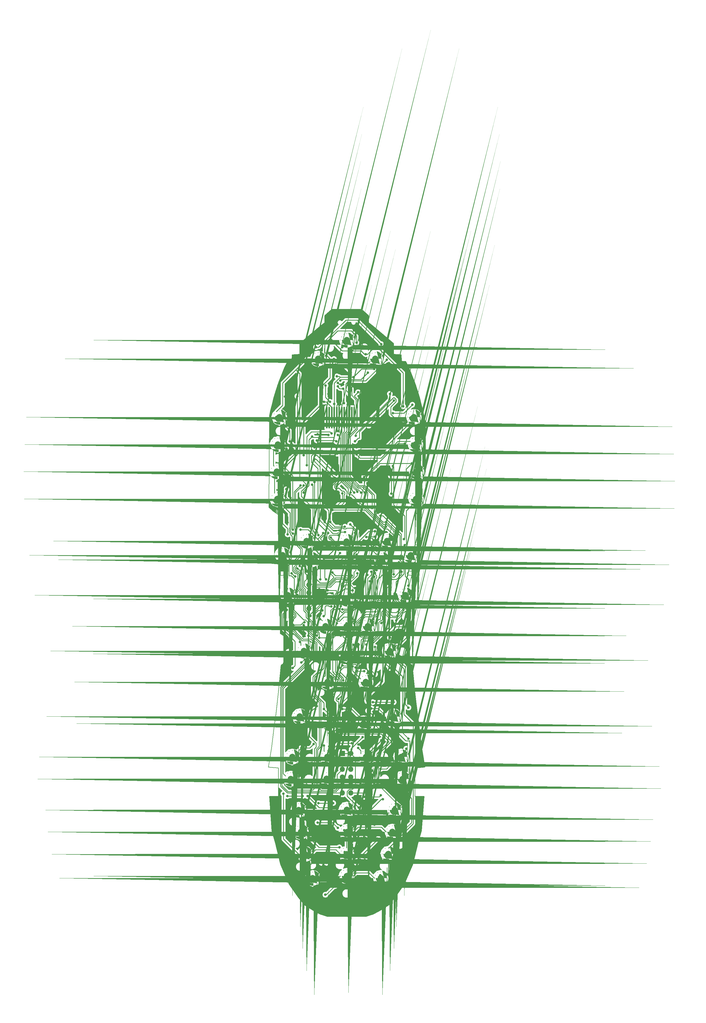
<source format=gbr>
%TF.GenerationSoftware,KiCad,Pcbnew,7.0.2*%
%TF.CreationDate,2024-06-14T10:06:29-04:00*%
%TF.ProjectId,800+,3830302b-2e6b-4696-9361-645f70636258,rev?*%
%TF.SameCoordinates,Original*%
%TF.FileFunction,Copper,L1,Top*%
%TF.FilePolarity,Positive*%
%FSLAX46Y46*%
G04 Gerber Fmt 4.6, Leading zero omitted, Abs format (unit mm)*
G04 Created by KiCad (PCBNEW 7.0.2) date 2024-06-14 10:06:29*
%MOMM*%
%LPD*%
G01*
G04 APERTURE LIST*
G04 Aperture macros list*
%AMRoundRect*
0 Rectangle with rounded corners*
0 $1 Rounding radius*
0 $2 $3 $4 $5 $6 $7 $8 $9 X,Y pos of 4 corners*
0 Add a 4 corners polygon primitive as box body*
4,1,4,$2,$3,$4,$5,$6,$7,$8,$9,$2,$3,0*
0 Add four circle primitives for the rounded corners*
1,1,$1+$1,$2,$3*
1,1,$1+$1,$4,$5*
1,1,$1+$1,$6,$7*
1,1,$1+$1,$8,$9*
0 Add four rect primitives between the rounded corners*
20,1,$1+$1,$2,$3,$4,$5,0*
20,1,$1+$1,$4,$5,$6,$7,0*
20,1,$1+$1,$6,$7,$8,$9,0*
20,1,$1+$1,$8,$9,$2,$3,0*%
%AMFreePoly0*
4,1,95,-1.565916,2.406604,-1.267908,2.330088,-0.981841,2.216826,-0.712224,2.068603,-0.463311,1.887757,-0.239027,1.677140,-0.042908,1.440074,0.121951,1.180297,0.252952,0.901905,0.348029,0.609290,0.405681,0.307066,0.425000,0.000000,0.405681,-0.307066,0.348029,-0.609290,0.252952,-0.901905,0.121951,-1.180297,-0.042908,-1.440074,-0.239027,-1.677140,-0.463311,-1.887757,-0.712224,-2.068603,
-0.981841,-2.216826,-1.267908,-2.330088,-1.565916,-2.406604,-1.871163,-2.445165,-2.178837,-2.445165,-2.484084,-2.406604,-2.782092,-2.330088,-3.068159,-2.216826,-3.337776,-2.068603,-3.586689,-1.887757,-3.810973,-1.677140,-4.007092,-1.440074,-4.171951,-1.180297,-4.302952,-0.901905,-4.398029,-0.609290,-4.455681,-0.307066,-4.475000,0.000000,-3.629948,0.000000,-3.610188,-0.251069,-3.551396,-0.495956,
-3.455019,-0.728631,-3.323430,-0.943365,-3.159870,-1.134870,-2.968365,-1.298430,-2.753631,-1.430019,-2.520956,-1.526396,-2.276069,-1.585188,-2.025000,-1.604948,-1.773931,-1.585188,-1.529044,-1.526396,-1.296369,-1.430019,-1.081635,-1.298430,-0.890130,-1.134870,-0.726570,-0.943365,-0.594981,-0.728631,-0.498604,-0.495956,-0.439812,-0.251069,-0.421694,-0.020871,-0.425000,0.000000,-0.421694,0.020871,
-0.439812,0.251069,-0.498604,0.495956,-0.594981,0.728631,-0.726570,0.943365,-0.890130,1.134870,-1.081635,1.298430,-1.296369,1.430019,-1.529044,1.526396,-1.773931,1.585188,-2.025000,1.604948,-2.276069,1.585188,-2.520956,1.526396,-2.753631,1.430019,-2.968365,1.298430,-3.159870,1.134870,-3.323430,0.943365,-3.455019,0.728631,-3.551396,0.495956,-3.610188,0.251069,-3.629948,0.000000,
-4.475000,0.000000,-4.455681,0.307066,-4.398029,0.609290,-4.302952,0.901905,-4.171951,1.180297,-4.007092,1.440074,-3.810973,1.677140,-3.586689,1.887757,-3.337776,2.068603,-3.068159,2.216826,-2.782092,2.330088,-2.484084,2.406604,-2.178837,2.445165,-1.871163,2.445165,-1.565916,2.406604,-1.565916,2.406604,$1*%
G04 Aperture macros list end*
%TA.AperFunction,SMDPad,CuDef*%
%ADD10C,2.000000*%
%TD*%
%TA.AperFunction,SMDPad,CuDef*%
%ADD11C,0.250000*%
%TD*%
%TA.AperFunction,SMDPad,CuDef*%
%ADD12FreePoly0,0.000000*%
%TD*%
%TA.AperFunction,SMDPad,CuDef*%
%ADD13RoundRect,0.125000X-0.125000X-3.375000X0.125000X-3.375000X0.125000X3.375000X-0.125000X3.375000X0*%
%TD*%
%TA.AperFunction,ComponentPad*%
%ADD14C,1.700000*%
%TD*%
%TA.AperFunction,ComponentPad*%
%ADD15O,1.700000X1.700000*%
%TD*%
%TA.AperFunction,ComponentPad*%
%ADD16R,1.700000X1.700000*%
%TD*%
%TA.AperFunction,ViaPad*%
%ADD17C,0.800000*%
%TD*%
%TA.AperFunction,Conductor*%
%ADD18C,0.250000*%
%TD*%
%TA.AperFunction,Profile*%
%ADD19C,0.200000*%
%TD*%
%TA.AperFunction,Profile*%
%ADD20C,0.100000*%
%TD*%
G04 APERTURE END LIST*
D10*
%TO.P,SW29,1,1*%
%TO.N,E*%
X95440000Y-158000000D03*
D11*
%TO.P,SW29,2,2*%
%TO.N,4*%
X93390000Y-158000000D03*
X93706167Y-158918416D03*
X93733172Y-157000000D03*
X94390000Y-159700000D03*
X94440000Y-156200000D03*
X95440000Y-156000000D03*
X95440000Y-160099488D03*
X96490000Y-156250000D03*
X96625258Y-159650000D03*
X97240000Y-157000000D03*
X97290000Y-158900000D03*
X97465000Y-158000000D03*
D12*
X97465000Y-158000000D03*
%TD*%
D10*
%TO.P,SW1,1,1*%
%TO.N,A*%
X101625000Y-47900000D03*
D11*
%TO.P,SW1,2,2*%
%TO.N,1*%
X99575000Y-47900000D03*
X99891167Y-48818416D03*
X99918172Y-46900000D03*
X100575000Y-49600000D03*
X100625000Y-46100000D03*
X101625000Y-45900000D03*
X101625000Y-49999488D03*
X102675000Y-46150000D03*
X102810258Y-49550000D03*
X103425000Y-46900000D03*
X103475000Y-48800000D03*
X103650000Y-47900000D03*
D12*
X103650000Y-47900000D03*
%TD*%
D10*
%TO.P,SW7,1,1*%
%TO.N,C*%
X79330000Y-99040000D03*
D11*
%TO.P,SW7,2,2*%
%TO.N,2*%
X77280000Y-99040000D03*
X77596167Y-99958416D03*
X77623172Y-98040000D03*
X78280000Y-100740000D03*
X78330000Y-97240000D03*
X79330000Y-97040000D03*
X79330000Y-101139488D03*
X80380000Y-97290000D03*
X80515258Y-100690000D03*
X81130000Y-98040000D03*
X81180000Y-99940000D03*
X81355000Y-99040000D03*
D12*
X81355000Y-99040000D03*
%TD*%
D10*
%TO.P,SW26,1,1*%
%TO.N,B*%
X101490000Y-148950000D03*
D11*
%TO.P,SW26,2,2*%
%TO.N,7*%
X99440000Y-148950000D03*
X99756167Y-149868416D03*
X99783172Y-147950000D03*
X100440000Y-150650000D03*
X100490000Y-147150000D03*
X101490000Y-146950000D03*
X101490000Y-151049488D03*
X102540000Y-147200000D03*
X102675258Y-150600000D03*
X103290000Y-147950000D03*
X103340000Y-149850000D03*
X103515000Y-148950000D03*
D12*
X103515000Y-148950000D03*
%TD*%
D10*
%TO.P,SW17,1,1*%
%TO.N,A*%
X80970000Y-117140000D03*
D11*
%TO.P,SW17,2,2*%
%TO.N,5*%
X78920000Y-117140000D03*
X79236167Y-118058416D03*
X79263172Y-116140000D03*
X79920000Y-118840000D03*
X79970000Y-115340000D03*
X80970000Y-115140000D03*
X80970000Y-119239488D03*
X82020000Y-115390000D03*
X82155258Y-118790000D03*
X82770000Y-116140000D03*
X82820000Y-118040000D03*
X82995000Y-117140000D03*
D12*
X82995000Y-117140000D03*
%TD*%
D10*
%TO.P,SW14,1,1*%
%TO.N,B*%
X101590000Y-112750000D03*
D11*
%TO.P,SW14,2,2*%
%TO.N,4*%
X99540000Y-112750000D03*
X99856167Y-113668416D03*
X99883172Y-111750000D03*
X100540000Y-114450000D03*
X100590000Y-110950000D03*
X101590000Y-110750000D03*
X101590000Y-114849488D03*
X102640000Y-111000000D03*
X102775258Y-114400000D03*
X103390000Y-111750000D03*
X103440000Y-113650000D03*
X103615000Y-112750000D03*
D12*
X103615000Y-112750000D03*
%TD*%
D10*
%TO.P,SW50,1,1*%
%TO.N,E*%
X115050000Y-213400000D03*
D11*
%TO.P,SW50,2,2*%
%TO.N,3*%
X113000000Y-213400000D03*
X113316167Y-214318416D03*
X113343172Y-212400000D03*
X114000000Y-215100000D03*
X114050000Y-211600000D03*
X115050000Y-211400000D03*
X115050000Y-215499488D03*
X116100000Y-211650000D03*
X116235258Y-215050000D03*
X116850000Y-212400000D03*
X116900000Y-214300000D03*
X117075000Y-213400000D03*
D12*
X117075000Y-213400000D03*
%TD*%
D10*
%TO.P,SW52,1,1*%
%TO.N,G*%
X90675000Y-221190000D03*
D11*
%TO.P,SW52,2,2*%
%TO.N,3*%
X88625000Y-221190000D03*
X88941167Y-222108416D03*
X88968172Y-220190000D03*
X89625000Y-222890000D03*
X89675000Y-219390000D03*
X90675000Y-219190000D03*
X90675000Y-223289488D03*
X91725000Y-219440000D03*
X91860258Y-222840000D03*
X92475000Y-220190000D03*
X92525000Y-222090000D03*
X92700000Y-221190000D03*
D12*
X92700000Y-221190000D03*
%TD*%
D10*
%TO.P,SW6,1,1*%
%TO.N,B*%
X79170000Y-90270000D03*
D11*
%TO.P,SW6,2,2*%
%TO.N,2*%
X77120000Y-90270000D03*
X77436167Y-91188416D03*
X77463172Y-89270000D03*
X78120000Y-91970000D03*
X78170000Y-88470000D03*
X79170000Y-88270000D03*
X79170000Y-92369488D03*
X80220000Y-88520000D03*
X80355258Y-91920000D03*
X80970000Y-89270000D03*
X81020000Y-91170000D03*
X81195000Y-90270000D03*
D12*
X81195000Y-90270000D03*
%TD*%
D10*
%TO.P,SW34,1,1*%
%TO.N,F*%
X84100000Y-182100000D03*
D11*
%TO.P,SW34,2,2*%
%TO.N,5*%
X82050000Y-182100000D03*
X82366167Y-183018416D03*
X82393172Y-181100000D03*
X83050000Y-183800000D03*
X83100000Y-180300000D03*
X84100000Y-180100000D03*
X84100000Y-184199488D03*
X85150000Y-180350000D03*
X85285258Y-183750000D03*
X85900000Y-181100000D03*
X85950000Y-183000000D03*
X86125000Y-182100000D03*
D12*
X86125000Y-182100000D03*
%TD*%
D10*
%TO.P,SW27,1,1*%
%TO.N,C*%
X101530000Y-140090000D03*
D11*
%TO.P,SW27,2,2*%
%TO.N,7*%
X99480000Y-140090000D03*
X99796167Y-141008416D03*
X99823172Y-139090000D03*
X100480000Y-141790000D03*
X100530000Y-138290000D03*
X101530000Y-138090000D03*
X101530000Y-142189488D03*
X102580000Y-138340000D03*
X102715258Y-141740000D03*
X103330000Y-139090000D03*
X103380000Y-140990000D03*
X103555000Y-140090000D03*
D12*
X103555000Y-140090000D03*
%TD*%
D10*
%TO.P,SW30,1,1*%
%TO.N,F*%
X86520000Y-169120000D03*
D11*
%TO.P,SW30,2,2*%
%TO.N,4*%
X84470000Y-169120000D03*
X84786167Y-170038416D03*
X84813172Y-168120000D03*
X85470000Y-170820000D03*
X85520000Y-167320000D03*
X86520000Y-167120000D03*
X86520000Y-171219488D03*
X87570000Y-167370000D03*
X87705258Y-170770000D03*
X88320000Y-168120000D03*
X88370000Y-170020000D03*
X88545000Y-169120000D03*
D12*
X88545000Y-169120000D03*
%TD*%
D10*
%TO.P,SW13,1,1*%
%TO.N,A*%
X114570000Y-112610000D03*
D11*
%TO.P,SW13,2,2*%
%TO.N,4*%
X112520000Y-112610000D03*
X112836167Y-113528416D03*
X112863172Y-111610000D03*
X113520000Y-114310000D03*
X113570000Y-110810000D03*
X114570000Y-110610000D03*
X114570000Y-114709488D03*
X115620000Y-110860000D03*
X115755258Y-114260000D03*
X116370000Y-111610000D03*
X116420000Y-113510000D03*
X116595000Y-112610000D03*
D12*
X116595000Y-112610000D03*
%TD*%
D10*
%TO.P,SW46,1,1*%
%TO.N,E*%
X101660000Y-206330000D03*
D11*
%TO.P,SW46,2,2*%
%TO.N,2*%
X99610000Y-206330000D03*
X99926167Y-207248416D03*
X99953172Y-205330000D03*
X100610000Y-208030000D03*
X100660000Y-204530000D03*
X101660000Y-204330000D03*
X101660000Y-208429488D03*
X102710000Y-204580000D03*
X102845258Y-207980000D03*
X103460000Y-205330000D03*
X103510000Y-207230000D03*
X103685000Y-206330000D03*
D12*
X103685000Y-206330000D03*
%TD*%
D10*
%TO.P,SW15,1,1*%
%TO.N,C*%
X90330000Y-118600000D03*
D11*
%TO.P,SW15,2,2*%
%TO.N,4*%
X88280000Y-118600000D03*
X88596167Y-119518416D03*
X88623172Y-117600000D03*
X89280000Y-120300000D03*
X89330000Y-116800000D03*
X90330000Y-116600000D03*
X90330000Y-120699488D03*
X91380000Y-116850000D03*
X91515258Y-120250000D03*
X92130000Y-117600000D03*
X92180000Y-119500000D03*
X92355000Y-118600000D03*
D12*
X92355000Y-118600000D03*
%TD*%
D10*
%TO.P,SW44,1,1*%
%TO.N,G*%
X117050000Y-199200000D03*
D11*
%TO.P,SW44,2,2*%
%TO.N,1*%
X115000000Y-199200000D03*
X115316167Y-200118416D03*
X115343172Y-198200000D03*
X116000000Y-200900000D03*
X116050000Y-197400000D03*
X117050000Y-197200000D03*
X117050000Y-201299488D03*
X118100000Y-197450000D03*
X118235258Y-200850000D03*
X118850000Y-198200000D03*
X118900000Y-200100000D03*
X119075000Y-199200000D03*
D12*
X119075000Y-199200000D03*
%TD*%
D10*
%TO.P,SW24,1,1*%
%TO.N,D*%
X94760000Y-140060000D03*
D11*
%TO.P,SW24,2,2*%
%TO.N,6*%
X92710000Y-140060000D03*
X93026167Y-140978416D03*
X93053172Y-139060000D03*
X93710000Y-141760000D03*
X93760000Y-138260000D03*
X94760000Y-138060000D03*
X94760000Y-142159488D03*
X95810000Y-138310000D03*
X95945258Y-141710000D03*
X96560000Y-139060000D03*
X96610000Y-140960000D03*
X96785000Y-140060000D03*
D12*
X96785000Y-140060000D03*
%TD*%
D10*
%TO.P,SW35,1,1*%
%TO.N,G*%
X95410000Y-182100000D03*
D11*
%TO.P,SW35,2,2*%
%TO.N,5*%
X93360000Y-182100000D03*
X93676167Y-183018416D03*
X93703172Y-181100000D03*
X94360000Y-183800000D03*
X94410000Y-180300000D03*
X95410000Y-180100000D03*
X95410000Y-184199488D03*
X96460000Y-180350000D03*
X96595258Y-183750000D03*
X97210000Y-181100000D03*
X97260000Y-183000000D03*
X97435000Y-182100000D03*
D12*
X97435000Y-182100000D03*
%TD*%
D10*
%TO.P,SW33,1,1*%
%TO.N,E*%
X116705000Y-169130000D03*
D11*
%TO.P,SW33,2,2*%
%TO.N,5*%
X114655000Y-169130000D03*
X114971167Y-170048416D03*
X114998172Y-168130000D03*
X115655000Y-170830000D03*
X115705000Y-167330000D03*
X116705000Y-167130000D03*
X116705000Y-171229488D03*
X117755000Y-167380000D03*
X117890258Y-170780000D03*
X118505000Y-168130000D03*
X118555000Y-170030000D03*
X118730000Y-169130000D03*
D12*
X118730000Y-169130000D03*
%TD*%
D10*
%TO.P,SW21,1,1*%
%TO.N,A*%
X120565000Y-130010000D03*
D11*
%TO.P,SW21,2,2*%
%TO.N,6*%
X118515000Y-130010000D03*
X118831167Y-130928416D03*
X118858172Y-129010000D03*
X119515000Y-131710000D03*
X119565000Y-128210000D03*
X120565000Y-128010000D03*
X120565000Y-132109488D03*
X121615000Y-128260000D03*
X121750258Y-131660000D03*
X122365000Y-129010000D03*
X122415000Y-130910000D03*
X122590000Y-130010000D03*
D12*
X122590000Y-130010000D03*
%TD*%
D10*
%TO.P,SW38,1,1*%
%TO.N,F*%
X83610000Y-189200000D03*
D11*
%TO.P,SW38,2,2*%
%TO.N,6*%
X81560000Y-189200000D03*
X81876167Y-190118416D03*
X81903172Y-188200000D03*
X82560000Y-190900000D03*
X82610000Y-187400000D03*
X83610000Y-187200000D03*
X83610000Y-191299488D03*
X84660000Y-187450000D03*
X84795258Y-190850000D03*
X85410000Y-188200000D03*
X85460000Y-190100000D03*
X85635000Y-189200000D03*
D12*
X85635000Y-189200000D03*
%TD*%
D10*
%TO.P,SW2,1,1*%
%TO.N,B*%
X92425000Y-53950000D03*
D11*
%TO.P,SW2,2,2*%
%TO.N,1*%
X90375000Y-53950000D03*
X90691167Y-54868416D03*
X90718172Y-52950000D03*
X91375000Y-55650000D03*
X91425000Y-52150000D03*
X92425000Y-51950000D03*
X92425000Y-56049488D03*
X93475000Y-52200000D03*
X93610258Y-55600000D03*
X94225000Y-52950000D03*
X94275000Y-54850000D03*
X94450000Y-53950000D03*
D12*
X94450000Y-53950000D03*
%TD*%
D10*
%TO.P,SW45,1,1*%
%TO.N,H*%
X86920000Y-206270000D03*
D11*
%TO.P,SW45,2,2*%
%TO.N,1*%
X84870000Y-206270000D03*
X85186167Y-207188416D03*
X85213172Y-205270000D03*
X85870000Y-207970000D03*
X85920000Y-204470000D03*
X86920000Y-204270000D03*
X86920000Y-208369488D03*
X87970000Y-204520000D03*
X88105258Y-207920000D03*
X88720000Y-205270000D03*
X88770000Y-207170000D03*
X88945000Y-206270000D03*
D12*
X88945000Y-206270000D03*
%TD*%
D10*
%TO.P,SW48,1,1*%
%TO.N,G*%
X88170000Y-213410000D03*
D11*
%TO.P,SW48,2,2*%
%TO.N,2*%
X86120000Y-213410000D03*
X86436167Y-214328416D03*
X86463172Y-212410000D03*
X87120000Y-215110000D03*
X87170000Y-211610000D03*
X88170000Y-211410000D03*
X88170000Y-215509488D03*
X89220000Y-211660000D03*
X89355258Y-215060000D03*
X89970000Y-212410000D03*
X90020000Y-214310000D03*
X90195000Y-213410000D03*
D12*
X90195000Y-213410000D03*
%TD*%
D10*
%TO.P,SW19,1,1*%
%TO.N,C*%
X82650000Y-130020000D03*
D11*
%TO.P,SW19,2,2*%
%TO.N,5*%
X80600000Y-130020000D03*
X80916167Y-130938416D03*
X80943172Y-129020000D03*
X81600000Y-131720000D03*
X81650000Y-128220000D03*
X82650000Y-128020000D03*
X82650000Y-132119488D03*
X83700000Y-128270000D03*
X83835258Y-131670000D03*
X84450000Y-129020000D03*
X84500000Y-130920000D03*
X84675000Y-130020000D03*
D12*
X84675000Y-130020000D03*
%TD*%
D10*
%TO.P,SW5,1,1*%
%TO.N,A*%
X79475000Y-81500000D03*
D11*
%TO.P,SW5,2,2*%
%TO.N,2*%
X77425000Y-81500000D03*
X77741167Y-82418416D03*
X77768172Y-80500000D03*
X78425000Y-83200000D03*
X78475000Y-79700000D03*
X79475000Y-79500000D03*
X79475000Y-83599488D03*
X80525000Y-79750000D03*
X80660258Y-83150000D03*
X81275000Y-80500000D03*
X81325000Y-82400000D03*
X81500000Y-81500000D03*
D12*
X81500000Y-81500000D03*
%TD*%
D10*
%TO.P,SW12,1,1*%
%TO.N,D*%
X88680000Y-112580000D03*
D11*
%TO.P,SW12,2,2*%
%TO.N,3*%
X86630000Y-112580000D03*
X86946167Y-113498416D03*
X86973172Y-111580000D03*
X87630000Y-114280000D03*
X87680000Y-110780000D03*
X88680000Y-110580000D03*
X88680000Y-114679488D03*
X89730000Y-110830000D03*
X89865258Y-114230000D03*
X90480000Y-111580000D03*
X90530000Y-113480000D03*
X90705000Y-112580000D03*
D12*
X90705000Y-112580000D03*
%TD*%
D10*
%TO.P,SW4,1,1*%
%TO.N,D*%
X80000000Y-72750000D03*
D11*
%TO.P,SW4,2,2*%
%TO.N,1*%
X77950000Y-72750000D03*
X78266167Y-73668416D03*
X78293172Y-71750000D03*
X78950000Y-74450000D03*
X79000000Y-70950000D03*
X80000000Y-70750000D03*
X80000000Y-74849488D03*
X81050000Y-71000000D03*
X81185258Y-74400000D03*
X81800000Y-71750000D03*
X81850000Y-73650000D03*
X82025000Y-72750000D03*
D12*
X82025000Y-72750000D03*
%TD*%
D10*
%TO.P,SW31,1,1*%
%TO.N,G*%
X96180000Y-171380000D03*
D11*
%TO.P,SW31,2,2*%
%TO.N,4*%
X94130000Y-171380000D03*
X94446167Y-172298416D03*
X94473172Y-170380000D03*
X95130000Y-173080000D03*
X95180000Y-169580000D03*
X96180000Y-169380000D03*
X96180000Y-173479488D03*
X97230000Y-169630000D03*
X97365258Y-173030000D03*
X97980000Y-170380000D03*
X98030000Y-172280000D03*
X98205000Y-171380000D03*
D12*
X98205000Y-171380000D03*
%TD*%
D10*
%TO.P,SW41,1,1*%
%TO.N,E*%
X119605000Y-189200000D03*
D11*
%TO.P,SW41,2,2*%
%TO.N,7*%
X117555000Y-189200000D03*
X117871167Y-190118416D03*
X117898172Y-188200000D03*
X118555000Y-190900000D03*
X118605000Y-187400000D03*
X119605000Y-187200000D03*
X119605000Y-191299488D03*
X120655000Y-187450000D03*
X120790258Y-190850000D03*
X121405000Y-188200000D03*
X121455000Y-190100000D03*
X121630000Y-189200000D03*
D12*
X121630000Y-189200000D03*
%TD*%
D10*
%TO.P,SW23,1,1*%
%TO.N,C*%
X101610000Y-131200000D03*
D11*
%TO.P,SW23,2,2*%
%TO.N,6*%
X99560000Y-131200000D03*
X99876167Y-132118416D03*
X99903172Y-130200000D03*
X100560000Y-132900000D03*
X100610000Y-129400000D03*
X101610000Y-129200000D03*
X101610000Y-133299488D03*
X102660000Y-129450000D03*
X102795258Y-132850000D03*
X103410000Y-130200000D03*
X103460000Y-132100000D03*
X103635000Y-131200000D03*
D12*
X103635000Y-131200000D03*
%TD*%
D10*
%TO.P,SW16,1,1*%
%TO.N,D*%
X112900000Y-118600000D03*
D11*
%TO.P,SW16,2,2*%
%TO.N,4*%
X110850000Y-118600000D03*
X111166167Y-119518416D03*
X111193172Y-117600000D03*
X111850000Y-120300000D03*
X111900000Y-116800000D03*
X112900000Y-116600000D03*
X112900000Y-120699488D03*
X113950000Y-116850000D03*
X114085258Y-120250000D03*
X114700000Y-117600000D03*
X114750000Y-119500000D03*
X114925000Y-118600000D03*
D12*
X114925000Y-118600000D03*
%TD*%
D10*
%TO.P,SW51,1,1*%
%TO.N,F*%
X101625000Y-220500000D03*
D11*
%TO.P,SW51,2,2*%
%TO.N,3*%
X99575000Y-220500000D03*
X99891167Y-221418416D03*
X99918172Y-219500000D03*
X100575000Y-222200000D03*
X100625000Y-218700000D03*
X101625000Y-218500000D03*
X101625000Y-222599488D03*
X102675000Y-218750000D03*
X102810258Y-222150000D03*
X103425000Y-219500000D03*
X103475000Y-221400000D03*
X103650000Y-220500000D03*
D12*
X103650000Y-220500000D03*
%TD*%
D10*
%TO.P,SW49,1,1*%
%TO.N,H*%
X101590000Y-213420000D03*
D11*
%TO.P,SW49,2,2*%
%TO.N,2*%
X99540000Y-213420000D03*
X99856167Y-214338416D03*
X99883172Y-212420000D03*
X100540000Y-215120000D03*
X100590000Y-211620000D03*
X101590000Y-211420000D03*
X101590000Y-215519488D03*
X102640000Y-211670000D03*
X102775258Y-215070000D03*
X103390000Y-212420000D03*
X103440000Y-214320000D03*
X103615000Y-213420000D03*
D12*
X103615000Y-213420000D03*
%TD*%
D10*
%TO.P,SW28,1,1*%
%TO.N,D*%
X107770000Y-157990000D03*
D11*
%TO.P,SW28,2,2*%
%TO.N,7*%
X105720000Y-157990000D03*
X106036167Y-158908416D03*
X106063172Y-156990000D03*
X106720000Y-159690000D03*
X106770000Y-156190000D03*
X107770000Y-155990000D03*
X107770000Y-160089488D03*
X108820000Y-156240000D03*
X108955258Y-159640000D03*
X109570000Y-156990000D03*
X109620000Y-158890000D03*
X109795000Y-157990000D03*
D12*
X109795000Y-157990000D03*
%TD*%
D10*
%TO.P,SW25,1,1*%
%TO.N,A*%
X108460000Y-140040000D03*
D11*
%TO.P,SW25,2,2*%
%TO.N,7*%
X106410000Y-140040000D03*
X106726167Y-140958416D03*
X106753172Y-139040000D03*
X107410000Y-141740000D03*
X107460000Y-138240000D03*
X108460000Y-138040000D03*
X108460000Y-142139488D03*
X109510000Y-138290000D03*
X109645258Y-141690000D03*
X110260000Y-139040000D03*
X110310000Y-140940000D03*
X110485000Y-140040000D03*
D12*
X110485000Y-140040000D03*
%TD*%
D10*
%TO.P,SW40,1,1*%
%TO.N,H*%
X108090000Y-189180000D03*
D11*
%TO.P,SW40,2,2*%
%TO.N,6*%
X106040000Y-189180000D03*
X106356167Y-190098416D03*
X106383172Y-188180000D03*
X107040000Y-190880000D03*
X107090000Y-187380000D03*
X108090000Y-187180000D03*
X108090000Y-191279488D03*
X109140000Y-187430000D03*
X109275258Y-190830000D03*
X109890000Y-188180000D03*
X109940000Y-190080000D03*
X110115000Y-189180000D03*
D12*
X110115000Y-189180000D03*
%TD*%
D10*
%TO.P,SW10,1,1*%
%TO.N,B*%
X124105000Y-90250000D03*
D11*
%TO.P,SW10,2,2*%
%TO.N,3*%
X122055000Y-90250000D03*
X122371167Y-91168416D03*
X122398172Y-89250000D03*
X123055000Y-91950000D03*
X123105000Y-88450000D03*
X124105000Y-88250000D03*
X124105000Y-92349488D03*
X125155000Y-88500000D03*
X125290258Y-91900000D03*
X125905000Y-89250000D03*
X125955000Y-91150000D03*
X126130000Y-90250000D03*
D12*
X126130000Y-90250000D03*
%TD*%
D10*
%TO.P,SW22,1,1*%
%TO.N,B*%
X115420000Y-148040000D03*
D11*
%TO.P,SW22,2,2*%
%TO.N,6*%
X113370000Y-148040000D03*
X113686167Y-148958416D03*
X113713172Y-147040000D03*
X114370000Y-149740000D03*
X114420000Y-146240000D03*
X115420000Y-146040000D03*
X115420000Y-150139488D03*
X116470000Y-146290000D03*
X116605258Y-149690000D03*
X117220000Y-147040000D03*
X117270000Y-148940000D03*
X117445000Y-148040000D03*
D12*
X117445000Y-148040000D03*
%TD*%
D10*
%TO.P,SW18,1,1*%
%TO.N,B*%
X122250000Y-117150000D03*
D11*
%TO.P,SW18,2,2*%
%TO.N,5*%
X120200000Y-117150000D03*
X120516167Y-118068416D03*
X120543172Y-116150000D03*
X121200000Y-118850000D03*
X121250000Y-115350000D03*
X122250000Y-115150000D03*
X122250000Y-119249488D03*
X123300000Y-115400000D03*
X123435258Y-118800000D03*
X124050000Y-116150000D03*
X124100000Y-118050000D03*
X124275000Y-117150000D03*
D12*
X124275000Y-117150000D03*
%TD*%
D10*
%TO.P,SW37,1,1*%
%TO.N,E*%
X119140000Y-182080000D03*
D11*
%TO.P,SW37,2,2*%
%TO.N,6*%
X117090000Y-182080000D03*
X117406167Y-182998416D03*
X117433172Y-181080000D03*
X118090000Y-183780000D03*
X118140000Y-180280000D03*
X119140000Y-180080000D03*
X119140000Y-184179488D03*
X120190000Y-180330000D03*
X120325258Y-183730000D03*
X120940000Y-181080000D03*
X120990000Y-182980000D03*
X121165000Y-182080000D03*
D12*
X121165000Y-182080000D03*
%TD*%
D10*
%TO.P,SW43,1,1*%
%TO.N,F*%
X101610000Y-199180000D03*
D11*
%TO.P,SW43,2,2*%
%TO.N,1*%
X99560000Y-199180000D03*
X99876167Y-200098416D03*
X99903172Y-198180000D03*
X100560000Y-200880000D03*
X100610000Y-197380000D03*
X101610000Y-197180000D03*
X101610000Y-201279488D03*
X102660000Y-197430000D03*
X102795258Y-200830000D03*
X103410000Y-198180000D03*
X103460000Y-200080000D03*
X103635000Y-199180000D03*
D12*
X103635000Y-199180000D03*
%TD*%
D10*
%TO.P,SW36,1,1*%
%TO.N,H*%
X107820000Y-182100000D03*
D11*
%TO.P,SW36,2,2*%
%TO.N,5*%
X105770000Y-182100000D03*
X106086167Y-183018416D03*
X106113172Y-181100000D03*
X106770000Y-183800000D03*
X106820000Y-180300000D03*
X107820000Y-180100000D03*
X107820000Y-184199488D03*
X108870000Y-180350000D03*
X109005258Y-183750000D03*
X109620000Y-181100000D03*
X109670000Y-183000000D03*
X109845000Y-182100000D03*
D12*
X109845000Y-182100000D03*
%TD*%
D10*
%TO.P,SW42,1,1*%
%TO.N,E*%
X86175000Y-199210000D03*
D11*
%TO.P,SW42,2,2*%
%TO.N,1*%
X84125000Y-199210000D03*
X84441167Y-200128416D03*
X84468172Y-198210000D03*
X85125000Y-200910000D03*
X85175000Y-197410000D03*
X86175000Y-197210000D03*
X86175000Y-201309488D03*
X87225000Y-197460000D03*
X87360258Y-200860000D03*
X87975000Y-198210000D03*
X88025000Y-200110000D03*
X88200000Y-199210000D03*
D12*
X88200000Y-199210000D03*
%TD*%
D10*
%TO.P,SW20,1,1*%
%TO.N,D*%
X87810000Y-148020000D03*
D11*
%TO.P,SW20,2,2*%
%TO.N,5*%
X85760000Y-148020000D03*
X86076167Y-148938416D03*
X86103172Y-147020000D03*
X86760000Y-149720000D03*
X86810000Y-146220000D03*
X87810000Y-146020000D03*
X87810000Y-150119488D03*
X88860000Y-146270000D03*
X88995258Y-149670000D03*
X89610000Y-147020000D03*
X89660000Y-148920000D03*
X89835000Y-148020000D03*
D12*
X89835000Y-148020000D03*
%TD*%
D10*
%TO.P,SW39,1,1*%
%TO.N,G*%
X95140000Y-189180000D03*
D11*
%TO.P,SW39,2,2*%
%TO.N,6*%
X93090000Y-189180000D03*
X93406167Y-190098416D03*
X93433172Y-188180000D03*
X94090000Y-190880000D03*
X94140000Y-187380000D03*
X95140000Y-187180000D03*
X95140000Y-191279488D03*
X96190000Y-187430000D03*
X96325258Y-190830000D03*
X96940000Y-188180000D03*
X96990000Y-190080000D03*
X97165000Y-189180000D03*
D12*
X97165000Y-189180000D03*
%TD*%
D10*
%TO.P,SW47,1,1*%
%TO.N,F*%
X116310000Y-206280000D03*
D11*
%TO.P,SW47,2,2*%
%TO.N,2*%
X114260000Y-206280000D03*
X114576167Y-207198416D03*
X114603172Y-205280000D03*
X115260000Y-207980000D03*
X115310000Y-204480000D03*
X116310000Y-204280000D03*
X116310000Y-208379488D03*
X117360000Y-204530000D03*
X117495258Y-207930000D03*
X118110000Y-205280000D03*
X118160000Y-207180000D03*
X118335000Y-206280000D03*
D12*
X118335000Y-206280000D03*
%TD*%
D10*
%TO.P,SW8,1,1*%
%TO.N,D*%
X123230000Y-72750000D03*
D11*
%TO.P,SW8,2,2*%
%TO.N,2*%
X121180000Y-72750000D03*
X121496167Y-73668416D03*
X121523172Y-71750000D03*
X122180000Y-74450000D03*
X122230000Y-70950000D03*
X123230000Y-70750000D03*
X123230000Y-74849488D03*
X124280000Y-71000000D03*
X124415258Y-74400000D03*
X125030000Y-71750000D03*
X125080000Y-73650000D03*
X125255000Y-72750000D03*
D12*
X125255000Y-72750000D03*
%TD*%
D10*
%TO.P,SW53,1,1*%
%TO.N,H*%
X112570000Y-221180000D03*
D11*
%TO.P,SW53,2,2*%
%TO.N,3*%
X110520000Y-221180000D03*
X110836167Y-222098416D03*
X110863172Y-220180000D03*
X111520000Y-222880000D03*
X111570000Y-219380000D03*
X112570000Y-219180000D03*
X112570000Y-223279488D03*
X113620000Y-219430000D03*
X113755258Y-222830000D03*
X114370000Y-220180000D03*
X114420000Y-222080000D03*
X114595000Y-221180000D03*
D12*
X114595000Y-221180000D03*
%TD*%
D10*
%TO.P,SW3,1,1*%
%TO.N,C*%
X110800000Y-53950000D03*
D11*
%TO.P,SW3,2,2*%
%TO.N,1*%
X108750000Y-53950000D03*
X109066167Y-54868416D03*
X109093172Y-52950000D03*
X109750000Y-55650000D03*
X109800000Y-52150000D03*
X110800000Y-51950000D03*
X110800000Y-56049488D03*
X111850000Y-52200000D03*
X111985258Y-55600000D03*
X112600000Y-52950000D03*
X112650000Y-54850000D03*
X112825000Y-53950000D03*
D12*
X112825000Y-53950000D03*
%TD*%
D10*
%TO.P,SW11,1,1*%
%TO.N,C*%
X123920000Y-99060000D03*
D11*
%TO.P,SW11,2,2*%
%TO.N,3*%
X121870000Y-99060000D03*
X122186167Y-99978416D03*
X122213172Y-98060000D03*
X122870000Y-100760000D03*
X122920000Y-97260000D03*
X123920000Y-97060000D03*
X123920000Y-101159488D03*
X124970000Y-97310000D03*
X125105258Y-100710000D03*
X125720000Y-98060000D03*
X125770000Y-99960000D03*
X125945000Y-99060000D03*
D12*
X125945000Y-99060000D03*
%TD*%
D10*
%TO.P,SW32,1,1*%
%TO.N,H*%
X107040000Y-171400000D03*
D11*
%TO.P,SW32,2,2*%
%TO.N,4*%
X104990000Y-171400000D03*
X105306167Y-172318416D03*
X105333172Y-170400000D03*
X105990000Y-173100000D03*
X106040000Y-169600000D03*
X107040000Y-169400000D03*
X107040000Y-173499488D03*
X108090000Y-169650000D03*
X108225258Y-173050000D03*
X108840000Y-170400000D03*
X108890000Y-172300000D03*
X109065000Y-171400000D03*
D12*
X109065000Y-171400000D03*
%TD*%
D10*
%TO.P,SW9,1,1*%
%TO.N,A*%
X123725000Y-81500000D03*
D11*
%TO.P,SW9,2,2*%
%TO.N,3*%
X121675000Y-81500000D03*
X121991167Y-82418416D03*
X122018172Y-80500000D03*
X122675000Y-83200000D03*
X122725000Y-79700000D03*
X123725000Y-79500000D03*
X123725000Y-83599488D03*
X124775000Y-79750000D03*
X124910258Y-83150000D03*
X125525000Y-80500000D03*
X125575000Y-82400000D03*
X125750000Y-81500000D03*
D12*
X125750000Y-81500000D03*
%TD*%
D13*
%TO.P,J1,1,Pin_1*%
%TO.N,GND*%
X95188280Y-72913270D03*
%TO.P,J1,2,Pin_2*%
X95993280Y-72913270D03*
%TO.P,J1,3,Pin_3*%
%TO.N,/LEDA*%
X96798280Y-72913270D03*
%TO.P,J1,4,Pin_4*%
%TO.N,+3.3VP*%
X97603280Y-72913270D03*
%TO.P,J1,5,Pin_5*%
%TO.N,GND*%
X98408280Y-72913270D03*
%TO.P,J1,6,Pin_6*%
X99213280Y-72913270D03*
%TO.P,J1,7,Pin_7*%
%TO.N,/LCD_D{slash}C*%
X100018280Y-72913270D03*
%TO.P,J1,8,Pin_8*%
%TO.N,/LCD_CS*%
X100823280Y-72913270D03*
%TO.P,J1,9,Pin_9*%
%TO.N,/LCD_CLK*%
X101628280Y-72913270D03*
%TO.P,J1,10,Pin_10*%
%TO.N,/LCD_DIN*%
X102433280Y-72913270D03*
%TO.P,J1,11,Pin_11*%
%TO.N,/LCD_RESET*%
X103238280Y-72913270D03*
%TO.P,J1,12,Pin_12*%
%TO.N,GND*%
X104043280Y-72913270D03*
%TD*%
D14*
%TO.P,J7,1,Pin_1*%
%TO.N,+3.3VP*%
X102900000Y-181050000D03*
D15*
%TO.P,J7,2,Pin_2*%
%TO.N,GND*%
X102900000Y-183590000D03*
%TO.P,J7,3,Pin_3*%
%TO.N,ESP_IO0*%
X102900000Y-186130000D03*
%TO.P,J7,4,Pin_4*%
%TO.N,ESP_RXD*%
X102900000Y-188670000D03*
%TO.P,J7,5,Pin_5*%
%TO.N,ESP_TXD*%
X102900000Y-191210000D03*
%TO.P,J7,6,Pin_6*%
%TO.N,ESP_EN*%
X102900000Y-193750000D03*
%TD*%
D16*
%TO.P,J3,1,Pin_1*%
%TO.N,GND*%
X89420000Y-124180000D03*
D15*
%TO.P,J3,2,Pin_2*%
%TO.N,+3.3V*%
X89420000Y-126720000D03*
%TO.P,J3,3,Pin_3*%
%TO.N,GND*%
X89420000Y-129260000D03*
%TO.P,J3,4,Pin_4*%
%TO.N,/Buttons/SBWTDIO*%
X89420000Y-131800000D03*
%TO.P,J3,5,Pin_5*%
%TO.N,/Buttons/SBWTCK*%
X89420000Y-134340000D03*
%TD*%
D16*
%TO.P,J6,1,Pin_1*%
%TO.N,+3.3VP*%
X100250000Y-181050000D03*
D15*
%TO.P,J6,2,Pin_2*%
%TO.N,GND*%
X100250000Y-183590000D03*
%TO.P,J6,3,Pin_3*%
%TO.N,TCK*%
X100250000Y-186130000D03*
%TO.P,J6,4,Pin_4*%
%TO.N,TDO*%
X100250000Y-188670000D03*
%TO.P,J6,5,Pin_5*%
%TO.N,TDI*%
X100250000Y-191210000D03*
%TO.P,J6,6,Pin_6*%
%TO.N,TMS*%
X100250000Y-193750000D03*
%TD*%
D17*
%TO.N,+3.3VP*%
X98450000Y-59600000D03*
%TO.N,LightSensor_SCL*%
X102950000Y-58300000D03*
X98050000Y-55800000D03*
%TO.N,A*%
X112750000Y-139000000D03*
X79967869Y-82369276D03*
X87750000Y-85000000D03*
X120250000Y-81250000D03*
X115394660Y-112044951D03*
X104750000Y-48750000D03*
X91500000Y-85000000D03*
X122746866Y-81297238D03*
X114250000Y-106500000D03*
X107250000Y-92000000D03*
X117505973Y-129755973D03*
X119856865Y-129303811D03*
X109427021Y-139789814D03*
X116751759Y-123366096D03*
X102442138Y-48475128D03*
X98250000Y-91250000D03*
X80275500Y-116421429D03*
%TO.N,1*%
X109012299Y-112487701D03*
X95250000Y-54750000D03*
X117000000Y-120750000D03*
X108500000Y-167250000D03*
X118410046Y-119473747D03*
X93500000Y-101500000D03*
X112250000Y-115500000D03*
X90250000Y-101500000D03*
X114005051Y-136205026D03*
X100250000Y-50250000D03*
X108750000Y-162250000D03*
X104250000Y-110000000D03*
X97512653Y-54012653D03*
%TO.N,B*%
X116000000Y-125000000D03*
X100496760Y-149069500D03*
X120000000Y-140250000D03*
X121604172Y-117912773D03*
X119250000Y-122500000D03*
X101046949Y-109727649D03*
X120750000Y-97500000D03*
X97750000Y-92250000D03*
X121500000Y-127000000D03*
X82250000Y-88250000D03*
X92451471Y-54948520D03*
X98750000Y-158750000D03*
X80120149Y-89955475D03*
X124000634Y-89256576D03*
X91250000Y-86250000D03*
X95500000Y-146250000D03*
X108000000Y-92750000D03*
X85750000Y-66000000D03*
X115268298Y-147051142D03*
X115500000Y-143750000D03*
X122522000Y-87640604D03*
X102250000Y-113500000D03*
X121604172Y-120145828D03*
%TO.N,C*%
X124696807Y-98430832D03*
X101591526Y-139116124D03*
X105750000Y-142500000D03*
X109774500Y-143500000D03*
X100615879Y-131094224D03*
X82224500Y-130810714D03*
X115500000Y-65250000D03*
X96650000Y-130670403D03*
X110249550Y-54783891D03*
X88750000Y-88250000D03*
X90413577Y-119596689D03*
X104500000Y-78750000D03*
X79739440Y-98128900D03*
X82212805Y-95964500D03*
X90000000Y-136750000D03*
X88000000Y-138750000D03*
X84263353Y-110237353D03*
X84424500Y-139725000D03*
X96750000Y-78000000D03*
%TO.N,D*%
X93113897Y-125000000D03*
X81750000Y-75500000D03*
X99000000Y-160000000D03*
X94860360Y-141055600D03*
X122233434Y-72817688D03*
X93788000Y-135000000D03*
X110755551Y-135419503D03*
X88750000Y-147750000D03*
X98250000Y-80500000D03*
X107887299Y-111362701D03*
X99000000Y-110750000D03*
X91000000Y-115250000D03*
X98668220Y-141216320D03*
X89089194Y-113491208D03*
X95639572Y-143089572D03*
X84275500Y-109000000D03*
X104250000Y-80500000D03*
X113691008Y-119210140D03*
X120000000Y-73500000D03*
X83250000Y-80500000D03*
X92000000Y-80250000D03*
X107505003Y-158954059D03*
X92750000Y-143750000D03*
X79000000Y-72750000D03*
X110750000Y-111250000D03*
X96750000Y-162500000D03*
X97550000Y-138600000D03*
%TO.N,E*%
X109250000Y-199250000D03*
X94500000Y-158250000D03*
X113250000Y-195750000D03*
X85250000Y-192500000D03*
X107750000Y-208250000D03*
X116902696Y-170109864D03*
X119644444Y-181217740D03*
X108474500Y-131026207D03*
X105500000Y-207250000D03*
X100831854Y-205771288D03*
X114300500Y-213400000D03*
X87174924Y-199249050D03*
X98750000Y-205000000D03*
X92250000Y-203250000D03*
X89719799Y-168969799D03*
X119023569Y-190012280D03*
X98944560Y-163500000D03*
%TO.N,F*%
X89000000Y-194750000D03*
X103500000Y-128500000D03*
X102625398Y-220498424D03*
X96617619Y-133689460D03*
X83907985Y-183080717D03*
X85628591Y-169571097D03*
X101905609Y-200134185D03*
X115493811Y-206857080D03*
X98983221Y-132948714D03*
X111750000Y-208500000D03*
X84523719Y-189604816D03*
X104750000Y-216250000D03*
X94226542Y-136798861D03*
X96000000Y-199000000D03*
%TO.N,G*%
X112602000Y-194500000D03*
X89147491Y-213199742D03*
X96000000Y-178750000D03*
X95975729Y-174500000D03*
X91674513Y-221249027D03*
X93500000Y-216250000D03*
X95250000Y-183000000D03*
X95975729Y-172357920D03*
X95124500Y-216250000D03*
X107250000Y-195000000D03*
X104250000Y-127799500D03*
X100512299Y-127262299D03*
X94750000Y-190000000D03*
X99678554Y-143118629D03*
X117000000Y-198250000D03*
%TO.N,H*%
X99250000Y-211250000D03*
X107434500Y-215250000D03*
X107474500Y-172300007D03*
X87799670Y-206743555D03*
X107875500Y-145987701D03*
X97250000Y-197000000D03*
X89438222Y-207991620D03*
X112444785Y-220188587D03*
X101000000Y-212750000D03*
X105985500Y-215250000D03*
X110750000Y-155500000D03*
X108217603Y-190171195D03*
X108500000Y-182750000D03*
X92500000Y-197000000D03*
%TO.N,2*%
X85521663Y-128991230D03*
X121250000Y-194250000D03*
X98250000Y-82500000D03*
X84225500Y-153500000D03*
X104750000Y-82500000D03*
X121500000Y-166250000D03*
X81250000Y-194000000D03*
X118728616Y-133771384D03*
X91250000Y-82500000D03*
X82250000Y-83000000D03*
X82374500Y-134790500D03*
X118762299Y-151487701D03*
X115250000Y-129500000D03*
%TO.N,3*%
X117500000Y-151000000D03*
X98500000Y-84500000D03*
X119859546Y-119446897D03*
X114500000Y-130750000D03*
X104750000Y-84750000D03*
X120250000Y-114000000D03*
X118498322Y-134748322D03*
%TO.N,4*%
X100250000Y-166750000D03*
X103750000Y-115250000D03*
X109500000Y-122500000D03*
X98394364Y-139139036D03*
X91500000Y-166750000D03*
X111228951Y-121978951D03*
X108750000Y-129250000D03*
X106250000Y-114000000D03*
X98943652Y-137724333D03*
X94250000Y-166750000D03*
X105851068Y-132313050D03*
%TO.N,5*%
X86574500Y-145100000D03*
X92006264Y-143082271D03*
X95500000Y-128500000D03*
X91000000Y-178000000D03*
X95000000Y-125000000D03*
X117000000Y-172250000D03*
X99250000Y-134500000D03*
X103250000Y-177750000D03*
X105250000Y-179250000D03*
X104750000Y-117000000D03*
X110750000Y-109500000D03*
X99500000Y-117750000D03*
X112750000Y-176750000D03*
X112500000Y-104500000D03*
X84250000Y-142500000D03*
X96137000Y-132813097D03*
X87000000Y-151750000D03*
X85721000Y-129970653D03*
X87000000Y-179250000D03*
X94250000Y-178500000D03*
X104605104Y-131786660D03*
%TO.N,6*%
X106000000Y-192000000D03*
X93262299Y-190987701D03*
X120750000Y-179500000D03*
X89774952Y-191475048D03*
X97500000Y-191250000D03*
X121500000Y-176250000D03*
X109750000Y-186500000D03*
X97722148Y-133736386D03*
X112500000Y-186000000D03*
X89294200Y-143055800D03*
X99726836Y-133616578D03*
X103974500Y-129774136D03*
X93050000Y-137724500D03*
%TO.N,7*%
X108250000Y-164250000D03*
X108250000Y-123500000D03*
X103750000Y-151100500D03*
X106000000Y-140250000D03*
X101558869Y-143434686D03*
X109500000Y-166500000D03*
X103500000Y-153000000D03*
X102750000Y-146250000D03*
X104231317Y-137981317D03*
X109021893Y-133478107D03*
X110000000Y-137724500D03*
%TO.N,/LCD_D{slash}C*%
X102800000Y-97000000D03*
%TO.N,/LCD_CS*%
X104000000Y-97000000D03*
%TO.N,/LCD_CLK*%
X105000000Y-96800000D03*
%TO.N,/LCD_DIN*%
X106200000Y-97000000D03*
%TO.N,/LCD_RESET*%
X107400000Y-97000000D03*
%TO.N,+3.3VP*%
X105500000Y-198500000D03*
X115500000Y-153500000D03*
X90500000Y-79000000D03*
X110750000Y-146750000D03*
X96500000Y-111500000D03*
X106750000Y-142750000D03*
X106750000Y-175750000D03*
X122750000Y-68750000D03*
X116500000Y-71500000D03*
X97600000Y-68500000D03*
X110487701Y-57237701D03*
X87750000Y-97000000D03*
X103750000Y-59875500D03*
X110750000Y-142250000D03*
X98974500Y-115500000D03*
%TO.N,LED_PWM*%
X119750000Y-69250000D03*
X103301521Y-133751520D03*
X97750000Y-223750000D03*
X104750000Y-154500000D03*
X82624500Y-110500000D03*
X96750000Y-48000000D03*
X93595000Y-113405000D03*
X107250000Y-154500000D03*
X100245149Y-134593164D03*
X107750000Y-52500000D03*
X110003227Y-164500000D03*
X121430500Y-135250000D03*
X94250000Y-118250000D03*
X99487701Y-116500000D03*
X86750000Y-109000000D03*
X82507500Y-194750000D03*
X87457500Y-194707500D03*
X117529791Y-138139649D03*
X94750000Y-226500000D03*
X79825500Y-103012299D03*
X116750000Y-164500000D03*
X94050000Y-110100000D03*
%TO.N,GND*%
X105750000Y-66500000D03*
X118850000Y-105600000D03*
X87666025Y-143343329D03*
X99500000Y-151750000D03*
X83682000Y-185600000D03*
X84500000Y-84000000D03*
X81724500Y-132950097D03*
X86140500Y-106000000D03*
X93500000Y-73000000D03*
X96383000Y-147250000D03*
X85750000Y-186000000D03*
X96250000Y-213500000D03*
X111500000Y-225750000D03*
X98750000Y-61750000D03*
X105518000Y-148250000D03*
X114350000Y-101700000D03*
X95750000Y-78500000D03*
X95250000Y-112949500D03*
X89000000Y-177500000D03*
X83850000Y-123000000D03*
X101724500Y-152075500D03*
X111750000Y-157000000D03*
X86250000Y-99750000D03*
X108500000Y-221750000D03*
X119750000Y-75250000D03*
X81742239Y-66084922D03*
X92250000Y-78250000D03*
X92750000Y-217750000D03*
X83500000Y-98750000D03*
X89000000Y-102750000D03*
X99150000Y-68200000D03*
X90000000Y-165000000D03*
X103960500Y-44750000D03*
X90750000Y-69000000D03*
X83400000Y-75400000D03*
X92750000Y-128124500D03*
X96500000Y-165750000D03*
X114000000Y-144000000D03*
X98750000Y-88250000D03*
X85750000Y-140900000D03*
X81550000Y-120700000D03*
X109250000Y-196250000D03*
X104250000Y-88250000D03*
X110750000Y-180000000D03*
X107550000Y-121300000D03*
X107000000Y-112500000D03*
X95750000Y-65250000D03*
X99250000Y-109200000D03*
X121500000Y-142000000D03*
X86750000Y-191200000D03*
X109974500Y-114625201D03*
X98250000Y-52250000D03*
X89500000Y-186000000D03*
X121276000Y-133169503D03*
X116500000Y-179000000D03*
X104250000Y-87000000D03*
X107750000Y-199250000D03*
X105500000Y-146000000D03*
X97000000Y-96750000D03*
X100138397Y-169750000D03*
X94250000Y-168750000D03*
X108500000Y-65250000D03*
X89250000Y-64750000D03*
X107500000Y-230250000D03*
X103500000Y-176750000D03*
X87150000Y-118200000D03*
X84000000Y-192500000D03*
X112000000Y-109500000D03*
X114750000Y-76250000D03*
X119487701Y-143987701D03*
X108250000Y-67250000D03*
X96000000Y-150000000D03*
X104919503Y-150919503D03*
X94250000Y-103000000D03*
X98562604Y-142210227D03*
X93750000Y-130750000D03*
X107804424Y-153668363D03*
X80776755Y-96353258D03*
X104250000Y-91250000D03*
X112250000Y-79500000D03*
X94512299Y-106487701D03*
X97250000Y-207500000D03*
X107237701Y-90987701D03*
X99000000Y-225500000D03*
X104443251Y-153330580D03*
X100138397Y-173612701D03*
X83250000Y-145000000D03*
X101500000Y-176000000D03*
X105750000Y-89750000D03*
X82000000Y-85000000D03*
X109750000Y-177500000D03*
X114012299Y-150987701D03*
X100000000Y-40750000D03*
X104825000Y-227825000D03*
X105750000Y-91250000D03*
X90250000Y-197750000D03*
X119250000Y-205000000D03*
X112500000Y-62750000D03*
X104750000Y-202500000D03*
X90250000Y-83750000D03*
X98750000Y-65974500D03*
X105750000Y-87000000D03*
X82550000Y-141300000D03*
X105750000Y-88250000D03*
X107250000Y-89750000D03*
X89000000Y-202750000D03*
X100275305Y-165750000D03*
X82250000Y-92750000D03*
X104994019Y-43025712D03*
X85750000Y-176750000D03*
X85000000Y-172500000D03*
X93750000Y-195000000D03*
X111500000Y-113500000D03*
X88358681Y-121579443D03*
X92000000Y-165750000D03*
X103774281Y-156211994D03*
X112750000Y-178500000D03*
X92250000Y-76500000D03*
X109000000Y-49500000D03*
X97500000Y-227500000D03*
X106350000Y-134924500D03*
X99750000Y-54500000D03*
X112612701Y-168387299D03*
X92250000Y-208750000D03*
X104500000Y-164750000D03*
X100500000Y-62250000D03*
X97137299Y-93112701D03*
X91750000Y-196000000D03*
X91500000Y-175250000D03*
X114000000Y-173250000D03*
X82150000Y-139300000D03*
X85075500Y-124000000D03*
X83250000Y-113300000D03*
X84750000Y-214750000D03*
X95000000Y-229750000D03*
X107250000Y-88250000D03*
X82625500Y-106700000D03*
X93250000Y-81250000D03*
X108150000Y-79900000D03*
X104512093Y-149345500D03*
X102000000Y-43000000D03*
X103000000Y-100750000D03*
X103250000Y-217500000D03*
X108250000Y-201500000D03*
X94750000Y-43250000D03*
X110750000Y-213250000D03*
X96645708Y-131700000D03*
X109097118Y-155224500D03*
X99500000Y-107275500D03*
X84000000Y-195750000D03*
X105175500Y-105529878D03*
X79112299Y-102137701D03*
X103250000Y-68000000D03*
X113250000Y-209750000D03*
X90500000Y-200500000D03*
X110500000Y-204000000D03*
X98750000Y-64500000D03*
X95762299Y-145262299D03*
X83000000Y-218750000D03*
X104250000Y-223000000D03*
X104250000Y-89750000D03*
X115250000Y-202750000D03*
X98501098Y-174975500D03*
X79033899Y-114781470D03*
X95650000Y-110100000D03*
X109500000Y-208500000D03*
X99250000Y-153405399D03*
X108000000Y-46250000D03*
X108750000Y-84300000D03*
X105750000Y-206000000D03*
X93150000Y-135825500D03*
X105387299Y-178137299D03*
X111500000Y-145500000D03*
X100250000Y-95250000D03*
X92472701Y-151027299D03*
%TO.N,/LEDA*%
X94250000Y-67800000D03*
%TO.N,/Buttons/SBWTDIO*%
X101422077Y-125199500D03*
%TO.N,+3.3V*%
X113051000Y-132625410D03*
X110669708Y-122900053D03*
X102750000Y-107250000D03*
X100180899Y-152680899D03*
%TO.N,ESP_EN*%
X120000000Y-112000000D03*
X120605227Y-120112451D03*
X116500000Y-88500000D03*
%TO.N,VIN*%
X100250000Y-97250000D03*
X96275000Y-106500000D03*
X101000000Y-108000000D03*
%TO.N,VBATT*%
X105000000Y-123000000D03*
X109750000Y-102000000D03*
X103305000Y-137555000D03*
X103750000Y-146075500D03*
X105275500Y-64712701D03*
X104250000Y-147524500D03*
%TO.N,/Power/USB_input*%
X99500000Y-61000000D03*
X108400000Y-58400000D03*
%TO.N,/Buttons/SBWTCK*%
X99474500Y-125724500D03*
%TO.N,BatteryTemp*%
X100500000Y-157500000D03*
X110497180Y-124097180D03*
%TO.N,TCK*%
X87771238Y-139722970D03*
X91224500Y-93606018D03*
X92500000Y-110750000D03*
%TO.N,TDO*%
X87364664Y-140636043D03*
X91500000Y-110000000D03*
X90500000Y-94500000D03*
%TO.N,TDI*%
X87752300Y-94752300D03*
%TO.N,TMS*%
X86750000Y-94750000D03*
%TO.N,ESP_IO0*%
X85981701Y-119793799D03*
X91286997Y-142357771D03*
%TO.N,ESP_RXD*%
X90655194Y-141075500D03*
X86525500Y-120632420D03*
%TO.N,ESP_TXD*%
X85762397Y-121512397D03*
X90120738Y-140230895D03*
%TO.N,LED_Drive*%
X114250000Y-122000000D03*
X113775500Y-131750000D03*
X114250000Y-108000000D03*
X98380500Y-95000000D03*
%TO.N,IR_output*%
X114500000Y-54250000D03*
X102500000Y-65250000D03*
%TO.N,Net-(Q3-D)*%
X112750000Y-49250000D03*
X91750000Y-50250000D03*
%TO.N,Buzzer_output*%
X116800000Y-67400000D03*
X108724645Y-75474648D03*
%TO.N,FuelGauge_SCL*%
X109059930Y-125534430D03*
X110650808Y-133539745D03*
%TO.N,FuelGauge_SDA*%
X111641522Y-133671984D03*
X109725500Y-124750000D03*
%TO.N,Net-(U1-XOUT{slash}P2.7)*%
X103250000Y-123750000D03*
X97000000Y-122750000D03*
%TO.N,MSP_TO_ESP*%
X116000000Y-97400000D03*
X115800000Y-91600000D03*
%TO.N,BatteryPowered*%
X115641096Y-123366596D03*
X102000000Y-62400000D03*
%TO.N,3v3VP_Enable*%
X97000000Y-102600000D03*
X114800000Y-126400000D03*
%TO.N,5V_Supply*%
X94800000Y-62600000D03*
X96200000Y-67800000D03*
%TO.N,+5V*%
X98750000Y-78500000D03*
X100750000Y-68250000D03*
X100500000Y-63600000D03*
X98749951Y-62825451D03*
X99493213Y-101493212D03*
%TD*%
D18*
%TO.N,+3.3VP*%
X99223695Y-59600000D02*
X99499195Y-59875500D01*
X98450000Y-59600000D02*
X99223695Y-59600000D01*
%TO.N,LightSensor_SCL*%
X100450000Y-55800000D02*
X98050000Y-55800000D01*
X102950000Y-58300000D02*
X100450000Y-55800000D01*
%TO.N,GND*%
X88250000Y-166700000D02*
X88350000Y-166700000D01*
X88239796Y-166689796D02*
X88250000Y-166700000D01*
X87708654Y-166689796D02*
X88239796Y-166689796D01*
X87625035Y-166652780D02*
X87708654Y-166689796D01*
X87625035Y-165578678D02*
X87625035Y-166652780D01*
X88203713Y-165000000D02*
X87625035Y-165578678D01*
X90000000Y-165000000D02*
X88203713Y-165000000D01*
X85393054Y-166574204D02*
X86967258Y-165000000D01*
X84784157Y-166943321D02*
X85076756Y-166739217D01*
X84520061Y-167183166D02*
X84784157Y-166943321D01*
X83500000Y-168203227D02*
X84520061Y-167183166D01*
X85076756Y-166739217D02*
X85393054Y-166574204D01*
X83500000Y-171000000D02*
X83500000Y-168203227D01*
X86967258Y-165000000D02*
X87750000Y-165000000D01*
X85000000Y-172500000D02*
X83500000Y-171000000D01*
%TO.N,A*%
X87750000Y-74250000D02*
X87750000Y-85000000D01*
X93000000Y-69000000D02*
X87750000Y-74250000D01*
X93000000Y-63374695D02*
X93000000Y-69000000D01*
X96250000Y-60124695D02*
X93000000Y-63374695D01*
X94579047Y-51895954D02*
X94950000Y-52266907D01*
X94579047Y-49145648D02*
X94579047Y-51895954D01*
X98724695Y-45000000D02*
X94579047Y-49145648D01*
X103074820Y-45000000D02*
X98724695Y-45000000D01*
X96250000Y-53959845D02*
X96250000Y-60124695D01*
X104750000Y-46675180D02*
X103074820Y-45000000D01*
X94950000Y-52266907D02*
X94950000Y-52659845D01*
X94950000Y-52659845D02*
X96250000Y-53959845D01*
X104750000Y-48750000D02*
X104750000Y-46675180D01*
X113500000Y-138250000D02*
X112750000Y-139000000D01*
X113500000Y-136725280D02*
X113500000Y-138250000D01*
X113280051Y-136505331D02*
X113500000Y-136725280D01*
X113280051Y-135642741D02*
X113280051Y-136505331D01*
X113672792Y-135250000D02*
X113280051Y-135642741D01*
X114075330Y-135250000D02*
X113672792Y-135250000D01*
X114730051Y-135904721D02*
X114075330Y-135250000D01*
X114730051Y-136293630D02*
X114730051Y-135904721D01*
X115686421Y-137250000D02*
X114730051Y-136293630D01*
X117863604Y-137250000D02*
X115686421Y-137250000D01*
X118755000Y-136358604D02*
X117863604Y-137250000D01*
X120088605Y-133469672D02*
X120088605Y-134819034D01*
X119215317Y-132596384D02*
X120088605Y-133469672D01*
X117750000Y-131400000D02*
X118946384Y-132596384D01*
X117750000Y-130000000D02*
X117750000Y-131400000D01*
X118755000Y-136152639D02*
X118755000Y-136358604D01*
X120088605Y-134819034D02*
X118755000Y-136152639D01*
X117505973Y-129755973D02*
X117750000Y-130000000D01*
X118946384Y-132596384D02*
X119215317Y-132596384D01*
%TO.N,ESP_EN*%
X107500000Y-193750000D02*
X102900000Y-193750000D01*
X111325000Y-189925000D02*
X107500000Y-193750000D01*
X111325000Y-181124569D02*
X111325000Y-189925000D01*
X115224784Y-177224784D02*
X111325000Y-181124569D01*
X112750000Y-174750000D02*
X115224784Y-177224784D01*
X100250000Y-174750000D02*
X112750000Y-174750000D01*
X99413897Y-173913897D02*
X100250000Y-174750000D01*
X99413897Y-165340647D02*
X99413897Y-173913897D01*
X102765000Y-161989544D02*
X99413897Y-165340647D01*
X102765000Y-158110965D02*
X102765000Y-161989544D01*
X102159695Y-153315000D02*
X100611828Y-153315000D01*
X103199695Y-152275000D02*
X102159695Y-153315000D01*
X104412976Y-152275000D02*
X103199695Y-152275000D01*
X106692500Y-150807500D02*
X104818988Y-152681012D01*
X104818988Y-152681012D02*
X104412976Y-152275000D01*
X106692500Y-144807499D02*
X106692500Y-150807500D01*
X111925000Y-143011201D02*
X110128702Y-144807499D01*
X99290432Y-154636396D02*
X102765000Y-158110965D01*
X112449695Y-138275000D02*
X111925000Y-138799695D01*
X112725000Y-138275000D02*
X112449695Y-138275000D01*
X113050000Y-136911676D02*
X113050000Y-137950000D01*
X113050000Y-137950000D02*
X112725000Y-138275000D01*
X112830051Y-136691727D02*
X113050000Y-136911676D01*
X112830051Y-135456345D02*
X112830051Y-136691727D01*
X113536396Y-134750000D02*
X112830051Y-135456345D01*
X116261727Y-136800000D02*
X114211726Y-134750000D01*
X117471243Y-136800000D02*
X116261727Y-136800000D01*
X119638605Y-134632638D02*
X117471243Y-136800000D01*
X119028921Y-133046384D02*
X119638605Y-133656068D01*
X110128702Y-144807499D02*
X106692500Y-144807499D01*
X118640012Y-133046384D02*
X119028921Y-133046384D01*
X114211726Y-134750000D02*
X113536396Y-134750000D01*
X117300000Y-130575305D02*
X117300000Y-131706372D01*
X100611828Y-153315000D02*
X99290432Y-154636396D01*
X116750000Y-129487347D02*
X116750000Y-130025305D01*
X117300000Y-131706372D02*
X118640012Y-133046384D01*
X117500000Y-128737347D02*
X116750000Y-129487347D01*
X117500000Y-125725000D02*
X117500000Y-128737347D01*
X120000000Y-120717678D02*
X120000000Y-123225000D01*
X120000000Y-123225000D02*
X117500000Y-125725000D01*
X116750000Y-130025305D02*
X117300000Y-130575305D01*
X119638605Y-133656068D02*
X119638605Y-134632638D01*
X120605227Y-120112451D02*
X120000000Y-120717678D01*
X111925000Y-138799695D02*
X111925000Y-143011201D01*
%TO.N,A*%
X109176835Y-140040000D02*
X109427021Y-139789814D01*
X110475000Y-97776903D02*
X107250000Y-94551903D01*
X108460000Y-140040000D02*
X109176835Y-140040000D01*
X116751759Y-123366096D02*
X116751759Y-121748241D01*
X117025000Y-121475000D02*
X117300305Y-121475000D01*
X123725000Y-81500000D02*
X122949628Y-81500000D01*
X107250000Y-94551903D02*
X107250000Y-92000000D01*
X119135046Y-119173442D02*
X118500000Y-118538396D01*
X118710351Y-120198747D02*
X119135046Y-119774052D01*
X119205000Y-116910965D02*
X119205000Y-115689035D01*
X118750000Y-115234035D02*
X118750000Y-110838299D01*
X114570000Y-112610000D02*
X114829611Y-112610000D01*
X92000000Y-85000000D02*
X98250000Y-91250000D01*
X117300305Y-121475000D02*
X117725000Y-121050305D01*
X119135046Y-119774052D02*
X119135046Y-119173442D01*
X116751759Y-121748241D02*
X117025000Y-121475000D01*
X117725000Y-121050305D02*
X117725000Y-120795189D01*
X118321442Y-120198747D02*
X118710351Y-120198747D01*
X113272792Y-106500000D02*
X110475000Y-103702208D01*
X101867010Y-47900000D02*
X102442138Y-48475128D01*
X122949628Y-81500000D02*
X122746866Y-81297238D01*
X114411701Y-106500000D02*
X114250000Y-106500000D01*
X80970000Y-117115929D02*
X80275500Y-116421429D01*
X107250000Y-92000000D02*
X118000000Y-81250000D01*
X118500000Y-117615965D02*
X119205000Y-116910965D01*
X117725000Y-120795189D02*
X118321442Y-120198747D01*
X118000000Y-81250000D02*
X120250000Y-81250000D01*
X101625000Y-47900000D02*
X101867010Y-47900000D01*
X114829611Y-112610000D02*
X115394660Y-112044951D01*
X110475000Y-103702208D02*
X110475000Y-97776903D01*
X118500000Y-118538396D02*
X118500000Y-117615965D01*
X114250000Y-106500000D02*
X113272792Y-106500000D01*
X91500000Y-85000000D02*
X92000000Y-85000000D01*
X80970000Y-117140000D02*
X80970000Y-117115929D01*
X119205000Y-115689035D02*
X118750000Y-115234035D01*
X118750000Y-110838299D02*
X114411701Y-106500000D01*
%TO.N,1*%
X111750000Y-115250000D02*
X112000000Y-115500000D01*
X109012299Y-112487701D02*
X111185922Y-114661324D01*
X103363604Y-108500000D02*
X104250000Y-109386396D01*
X114131584Y-200118416D02*
X115316167Y-200118416D01*
X113725000Y-200525000D02*
X114131584Y-200118416D01*
X79000000Y-70950000D02*
X81017239Y-68932761D01*
X88800000Y-53950000D02*
X90375000Y-53950000D01*
X110025000Y-148661396D02*
X113181802Y-151818198D01*
X98750000Y-55250000D02*
X97512653Y-54012653D01*
X113181802Y-151818198D02*
X113181802Y-157818198D01*
X110000000Y-171085965D02*
X110000000Y-168750000D01*
X94450000Y-53950000D02*
X95250000Y-54750000D01*
X81017239Y-61732761D02*
X85250000Y-57500000D01*
X93500000Y-101500000D02*
X94500000Y-101500000D01*
X86475000Y-58725000D02*
X86475000Y-92225000D01*
X101525305Y-108500000D02*
X103363604Y-108500000D01*
X112000000Y-115500000D02*
X112250000Y-115500000D01*
X104250000Y-109386396D02*
X104250000Y-110000000D01*
X114005051Y-136205026D02*
X115250000Y-137449975D01*
X100699695Y-108725000D02*
X101300305Y-108725000D01*
X116000000Y-177085965D02*
X110000000Y-171085965D01*
X95825000Y-102825000D02*
X95825000Y-105924695D01*
X104980000Y-200525000D02*
X103635000Y-199180000D01*
X87000000Y-98250000D02*
X90250000Y-101500000D01*
X115250000Y-140322597D02*
X110025000Y-145547597D01*
X88477300Y-94227300D02*
X88477300Y-95136304D01*
X85250000Y-57500000D02*
X88800000Y-53950000D01*
X86175000Y-201309488D02*
X87970000Y-203104488D01*
X87970000Y-203104488D02*
X87970000Y-204520000D01*
X115250000Y-137449975D02*
X115250000Y-140322597D01*
X110000000Y-168750000D02*
X108500000Y-167250000D01*
X118410046Y-119473747D02*
X117133793Y-120750000D01*
X88490000Y-199500000D02*
X95474695Y-199500000D01*
X100424695Y-108450000D02*
X100699695Y-108725000D01*
X113725000Y-200525000D02*
X104980000Y-200525000D01*
X86475000Y-92225000D02*
X88477300Y-94227300D01*
X111185922Y-114685922D02*
X111750000Y-115250000D01*
X100250000Y-49925000D02*
X100575000Y-49600000D01*
X101300305Y-108725000D02*
X101525305Y-108500000D01*
X95699695Y-199725000D02*
X99015000Y-199725000D01*
X95550000Y-106800305D02*
X97199695Y-108450000D01*
X109066167Y-54868416D02*
X108684583Y-55250000D01*
X95474695Y-199500000D02*
X95699695Y-199725000D01*
X88200000Y-199210000D02*
X88490000Y-199500000D01*
X110025000Y-145547597D02*
X110025000Y-148661396D01*
X81017239Y-68932761D02*
X81017239Y-61732761D01*
X100250000Y-50250000D02*
X100250000Y-49925000D01*
X95550000Y-106199695D02*
X95550000Y-106800305D01*
X88477300Y-95136304D02*
X87000000Y-96613604D01*
X117133793Y-120750000D02*
X117000000Y-120750000D01*
X111775000Y-181310965D02*
X116000000Y-177085965D01*
X113181802Y-157818198D02*
X108750000Y-162250000D01*
X85250000Y-57500000D02*
X86475000Y-58725000D01*
X94500000Y-101500000D02*
X95825000Y-102825000D01*
X87000000Y-96613604D02*
X87000000Y-98250000D01*
X95825000Y-105924695D02*
X95550000Y-106199695D01*
X108684583Y-55250000D02*
X98750000Y-55250000D01*
X97199695Y-108450000D02*
X100424695Y-108450000D01*
X111775000Y-191125000D02*
X111775000Y-181310965D01*
X118850000Y-198200000D02*
X111775000Y-191125000D01*
X111185922Y-114661324D02*
X111185922Y-114685922D01*
X99015000Y-199725000D02*
X99560000Y-199180000D01*
%TO.N,B*%
X101590000Y-112750000D02*
X101590000Y-112840000D01*
X79484525Y-89955475D02*
X79170000Y-90270000D01*
X96122728Y-154750000D02*
X98750000Y-157377272D01*
X122522000Y-87640604D02*
X112245792Y-87640604D01*
X80120149Y-89955475D02*
X79484525Y-89955475D01*
X92425000Y-54922049D02*
X92451471Y-54948520D01*
X121500000Y-127000000D02*
X121565000Y-126935000D01*
X98699695Y-110025000D02*
X98524695Y-110200000D01*
X95500000Y-146250000D02*
X95250000Y-146500000D01*
X99525000Y-110025000D02*
X98699695Y-110025000D01*
X93000000Y-88750000D02*
X91250000Y-87000000D01*
X124105000Y-90250000D02*
X124105000Y-89360942D01*
X120450000Y-121300000D02*
X121604172Y-120145828D01*
X85750000Y-84750000D02*
X82250000Y-88250000D01*
X92775000Y-105775000D02*
X92775000Y-101199695D01*
X120450000Y-123950000D02*
X120450000Y-121300000D01*
X100616260Y-148950000D02*
X100496760Y-149069500D01*
X121565000Y-126935000D02*
X121565000Y-125053035D01*
X117588604Y-125000000D02*
X119250000Y-123338604D01*
X115420000Y-147202844D02*
X115268298Y-147051142D01*
X95250000Y-146500000D02*
X95250000Y-154000000D01*
X116000000Y-125000000D02*
X117588604Y-125000000D01*
X108000000Y-91886396D02*
X108000000Y-92750000D01*
X122250000Y-117150000D02*
X122250000Y-117266945D01*
X101490000Y-148950000D02*
X100616260Y-148950000D01*
X97750000Y-92250000D02*
X91750000Y-86250000D01*
X92425000Y-53950000D02*
X92425000Y-54922049D01*
X119250000Y-123338604D02*
X119250000Y-122500000D01*
X85750000Y-66000000D02*
X85750000Y-84750000D01*
X112245792Y-87640604D02*
X108000000Y-91886396D01*
X120750000Y-97500000D02*
X120750000Y-89412604D01*
X101046949Y-109727649D02*
X99822351Y-109727649D01*
X92775000Y-101199695D02*
X93000000Y-100974695D01*
X91250000Y-87000000D02*
X91250000Y-86250000D01*
X124105000Y-89360942D02*
X124000634Y-89256576D01*
X97200000Y-110200000D02*
X92775000Y-105775000D01*
X120000000Y-140250000D02*
X117500000Y-140250000D01*
X91750000Y-86250000D02*
X91250000Y-86250000D01*
X93000000Y-100974695D02*
X93000000Y-88750000D01*
X120750000Y-89412604D02*
X122522000Y-87640604D01*
X98524695Y-110200000D02*
X97200000Y-110200000D01*
X117500000Y-140250000D02*
X115500000Y-142250000D01*
X120700965Y-124189000D02*
X120689000Y-124189000D01*
X99822351Y-109727649D02*
X99525000Y-110025000D01*
X115420000Y-148040000D02*
X115420000Y-147202844D01*
X120689000Y-124189000D02*
X120450000Y-123950000D01*
X98750000Y-157377272D02*
X98750000Y-158750000D01*
X96000000Y-154750000D02*
X96122728Y-154750000D01*
X122250000Y-117266945D02*
X121604172Y-117912773D01*
X121565000Y-125053035D02*
X120700965Y-124189000D01*
X95250000Y-154000000D02*
X96000000Y-154750000D01*
X115500000Y-142250000D02*
X115500000Y-143750000D01*
X101590000Y-112840000D02*
X102250000Y-113500000D01*
%TO.N,C*%
X105750000Y-142500000D02*
X105750000Y-143096535D01*
X82224500Y-130810714D02*
X82650000Y-130385214D01*
X124067639Y-99060000D02*
X124696807Y-98430832D01*
X104500000Y-78038299D02*
X115500000Y-67038299D01*
X86868903Y-139600000D02*
X87718903Y-138750000D01*
X96179597Y-130200000D02*
X95950000Y-130200000D01*
X82650000Y-130385214D02*
X82650000Y-130020000D01*
X82212805Y-95964500D02*
X82056786Y-96120519D01*
X84910693Y-139725000D02*
X85035693Y-139600000D01*
X110249550Y-54500450D02*
X110800000Y-53950000D01*
X95950000Y-130200000D02*
X90000000Y-136150000D01*
X90330000Y-119513112D02*
X90413577Y-119596689D01*
X85035693Y-139600000D02*
X86868903Y-139600000D01*
X101591526Y-140028474D02*
X101530000Y-140090000D01*
X90330000Y-118600000D02*
X90330000Y-119513112D01*
X83800000Y-108450195D02*
X83550500Y-108699695D01*
X90000000Y-136150000D02*
X90000000Y-136750000D01*
X88750000Y-78974695D02*
X90224695Y-77500000D01*
X96250000Y-77500000D02*
X96750000Y-78000000D01*
X101591526Y-139116124D02*
X101591526Y-140028474D01*
X88750000Y-88250000D02*
X88750000Y-78974695D01*
X104500000Y-78750000D02*
X104500000Y-78038299D01*
X106153465Y-143500000D02*
X109774500Y-143500000D01*
X115500000Y-67038299D02*
X115500000Y-65250000D01*
X87718903Y-138750000D02*
X88000000Y-138750000D01*
X83550500Y-109524500D02*
X84263353Y-110237353D01*
X105750000Y-143096535D02*
X106153465Y-143500000D01*
X101504224Y-131094224D02*
X101610000Y-131200000D01*
X83550500Y-108699695D02*
X83550500Y-109524500D01*
X83800000Y-100228323D02*
X83800000Y-108450195D01*
X110249550Y-54783891D02*
X110249550Y-54500450D01*
X84424500Y-139725000D02*
X84910693Y-139725000D01*
X96650000Y-130670403D02*
X96179597Y-130200000D01*
X79330000Y-99040000D02*
X79330000Y-98538340D01*
X100615879Y-131094224D02*
X101504224Y-131094224D01*
X93000000Y-77500000D02*
X96250000Y-77500000D01*
X82056786Y-96120519D02*
X82056786Y-98485109D01*
X123920000Y-99060000D02*
X124067639Y-99060000D01*
X79330000Y-98538340D02*
X79739440Y-98128900D01*
X90224695Y-77500000D02*
X93000000Y-77500000D01*
X82056786Y-98485109D02*
X83800000Y-100228323D01*
%TO.N,D*%
X101977208Y-144500000D02*
X102392500Y-144084708D01*
X84800305Y-84725000D02*
X84749695Y-84725000D01*
X99000000Y-160250000D02*
X96750000Y-162500000D01*
X97492737Y-141624610D02*
X96027775Y-143089572D01*
X96199695Y-112225000D02*
X96588604Y-112225000D01*
X97543897Y-140363152D02*
X97518972Y-140388715D01*
X113691008Y-119210140D02*
X113080868Y-118600000D01*
X105250000Y-79500000D02*
X104250000Y-80500000D01*
X97550000Y-138600000D02*
X97543897Y-138606103D01*
X84250000Y-108750000D02*
X84500000Y-109000000D01*
X107770000Y-157990000D02*
X107770000Y-158689062D01*
X115775000Y-69450305D02*
X117525000Y-67700305D01*
X83250000Y-77000000D02*
X83250000Y-80500000D01*
X101598878Y-144500000D02*
X101977208Y-144500000D01*
X99000000Y-110750000D02*
X96224695Y-110750000D01*
X89089194Y-112989194D02*
X88680000Y-112580000D01*
X99530061Y-142026834D02*
X99794157Y-142266679D01*
X81503303Y-88753303D02*
X84250000Y-91500000D01*
X102392500Y-144084708D02*
X102392500Y-143216243D01*
X95775000Y-111800305D02*
X96199695Y-112225000D01*
X95775000Y-111199695D02*
X95775000Y-111800305D01*
X84749695Y-84725000D02*
X81503303Y-87971392D01*
X117474695Y-73500000D02*
X115775000Y-71800305D01*
X113080868Y-118600000D02*
X112900000Y-118600000D01*
X93222433Y-117222433D02*
X92500000Y-116500000D01*
X99298805Y-141755187D02*
X99530061Y-142026834D01*
X96588604Y-112225000D02*
X97250000Y-112886396D01*
X88480000Y-148020000D02*
X88750000Y-147750000D01*
X89089194Y-113491208D02*
X89089194Y-112989194D01*
X110750000Y-111250000D02*
X108000000Y-111250000D01*
X80000000Y-72750000D02*
X79000000Y-72750000D01*
X95639572Y-143089572D02*
X94979144Y-143750000D01*
X117525000Y-67700305D02*
X117525000Y-67099695D01*
X97250000Y-115750000D02*
X95777567Y-117222433D01*
X91830194Y-140588799D02*
X91830194Y-141208039D01*
X123230000Y-72750000D02*
X122301122Y-72750000D01*
X83250000Y-80500000D02*
X85250000Y-82500000D01*
X96224695Y-110750000D02*
X95775000Y-111199695D01*
X104313897Y-141294846D02*
X104313897Y-139573130D01*
X94979144Y-143750000D02*
X92750000Y-143750000D01*
X85250000Y-82500000D02*
X85250000Y-84275305D01*
X117525000Y-67099695D02*
X116925305Y-66500000D01*
X97518972Y-140388715D02*
X97492737Y-140592196D01*
X91250000Y-115250000D02*
X91000000Y-115250000D01*
X105750000Y-79500000D02*
X105250000Y-79500000D01*
X91175000Y-137904177D02*
X91470738Y-138199915D01*
X102392500Y-143216243D02*
X104313897Y-141294846D01*
X98759938Y-141216320D02*
X99298805Y-141755187D01*
X104250000Y-139509233D02*
X104250000Y-138987232D01*
X105750000Y-77424695D02*
X105750000Y-79500000D01*
X93113897Y-117113897D02*
X92500000Y-116500000D01*
X94760000Y-140955240D02*
X94860360Y-141055600D01*
X92500000Y-116500000D02*
X91250000Y-115250000D01*
X84250000Y-91500000D02*
X84250000Y-108750000D01*
X94760000Y-140060000D02*
X94760000Y-140955240D01*
X87810000Y-148020000D02*
X88480000Y-148020000D01*
X99000000Y-160000000D02*
X99000000Y-160250000D01*
X116925305Y-66500000D02*
X116674695Y-66500000D01*
X120000000Y-73500000D02*
X117474695Y-73500000D01*
X98000000Y-80250000D02*
X92000000Y-80250000D01*
X93113897Y-125000000D02*
X93113897Y-117113897D01*
X81503303Y-87971392D02*
X81503303Y-88753303D01*
X100086756Y-142470783D02*
X100403054Y-142635796D01*
X100403054Y-143304176D02*
X101598878Y-144500000D01*
X116674695Y-66500000D02*
X105750000Y-77424695D01*
X95777567Y-117222433D02*
X93222433Y-117222433D01*
X84500000Y-109000000D02*
X84275500Y-109000000D01*
X99794157Y-142266679D02*
X100086756Y-142470783D01*
X97543897Y-138606103D02*
X97543897Y-140363152D01*
X92750000Y-142127845D02*
X92750000Y-143750000D01*
X91745738Y-140504343D02*
X91830194Y-140588799D01*
X85250000Y-84275305D02*
X84800305Y-84725000D01*
X100403054Y-142635796D02*
X100403054Y-143304176D01*
X91470738Y-138199915D02*
X91470738Y-139282797D01*
X98668220Y-141216320D02*
X98759938Y-141216320D01*
X108000000Y-111250000D02*
X107887299Y-111362701D01*
X91175000Y-136247792D02*
X91175000Y-137904177D01*
X97250000Y-112886396D02*
X97250000Y-115750000D01*
X81750000Y-75500000D02*
X83250000Y-77000000D01*
X97492737Y-140592196D02*
X97492737Y-141624610D01*
X107770000Y-158689062D02*
X107505003Y-158954059D01*
X98250000Y-80500000D02*
X98000000Y-80250000D01*
X104313897Y-139573130D02*
X104250000Y-139509233D01*
X91745738Y-139557798D02*
X91745738Y-140504343D01*
X93788000Y-135000000D02*
X92422792Y-135000000D01*
X92422792Y-135000000D02*
X91175000Y-136247792D01*
X91470738Y-139282797D02*
X91745738Y-139557798D01*
X104250000Y-138987232D02*
X107817729Y-135419503D01*
X122301122Y-72750000D02*
X122233434Y-72817688D01*
X91830194Y-141208039D02*
X92750000Y-142127845D01*
X96027775Y-143089572D02*
X95639572Y-143089572D01*
X115775000Y-71800305D02*
X115775000Y-69450305D01*
X107817729Y-135419503D02*
X110755551Y-135419503D01*
%TO.N,E*%
X105500000Y-207250000D02*
X106750000Y-207250000D01*
X100015000Y-160850456D02*
X100015000Y-162429560D01*
X111480051Y-135883553D02*
X110888604Y-136475000D01*
X111014745Y-134264745D02*
X111480051Y-134730051D01*
X104700000Y-139173628D02*
X104700000Y-139322837D01*
X97000000Y-203250000D02*
X92250000Y-203250000D01*
X104763897Y-141481242D02*
X102842500Y-143402639D01*
X98750000Y-205000000D02*
X97000000Y-203250000D01*
X91773096Y-177747791D02*
X91773096Y-179023096D01*
X91262652Y-192237348D02*
X90750000Y-192750000D01*
X102842500Y-144271104D02*
X102113604Y-145000000D01*
X107623628Y-136250000D02*
X104700000Y-139173628D01*
X100866831Y-145000000D02*
X98004562Y-147862269D01*
X102842500Y-143402639D02*
X102842500Y-144271104D01*
X89719799Y-168969799D02*
X89665000Y-169024598D01*
X119644444Y-181217740D02*
X119644444Y-181575556D01*
X90750000Y-192750000D02*
X85500000Y-192750000D01*
X104700000Y-139322837D02*
X104763897Y-139386734D01*
X109454195Y-136475000D02*
X109229195Y-136250000D01*
X108474500Y-131026207D02*
X108526207Y-131026207D01*
X89665000Y-175639695D02*
X91773096Y-177747791D01*
X109925808Y-133840050D02*
X110350503Y-134264745D01*
X111480051Y-134730051D02*
X111480051Y-135883553D01*
X89665000Y-169024598D02*
X89665000Y-175639695D01*
X113250000Y-195750000D02*
X112750000Y-195750000D01*
X94750000Y-158000000D02*
X94500000Y-158250000D01*
X98004562Y-154890958D02*
X100044150Y-156930546D01*
X106750000Y-207250000D02*
X107750000Y-208250000D01*
X110888604Y-136475000D02*
X109454195Y-136475000D01*
X100831854Y-205771288D02*
X101101288Y-205771288D01*
X91262653Y-179533539D02*
X91262652Y-190987348D01*
X91262652Y-190987348D02*
X91262652Y-192237348D01*
X119644444Y-181575556D02*
X119140000Y-182080000D01*
X85500000Y-192750000D02*
X85250000Y-192500000D01*
X100015000Y-162429560D02*
X98944560Y-163500000D01*
X91773096Y-179023096D02*
X91262653Y-179533539D01*
X102113604Y-145000000D02*
X100866831Y-145000000D01*
X119605000Y-189430849D02*
X119023569Y-190012280D01*
X100500000Y-158525305D02*
X100500000Y-160365456D01*
X109000000Y-131500000D02*
X109000000Y-131931980D01*
X108526207Y-131026207D02*
X109000000Y-131500000D01*
X86175000Y-199210000D02*
X87135874Y-199210000D01*
X100500000Y-160365456D02*
X100015000Y-160850456D01*
X116705000Y-169130000D02*
X116705000Y-169912168D01*
X110350503Y-134264745D02*
X111014745Y-134264745D01*
X100044150Y-156930546D02*
X99775000Y-157199695D01*
X98004562Y-147862269D02*
X98004562Y-154890958D01*
X95440000Y-158000000D02*
X94750000Y-158000000D01*
X109000000Y-131931980D02*
X110116634Y-133048614D01*
X109229195Y-136250000D02*
X107623628Y-136250000D01*
X119605000Y-189200000D02*
X119605000Y-189430849D01*
X112750000Y-195750000D02*
X109250000Y-199250000D01*
X87135874Y-199210000D02*
X87174924Y-199249050D01*
X99775000Y-157800305D02*
X100500000Y-158525305D01*
X109925808Y-133239440D02*
X109925808Y-133840050D01*
X99775000Y-157199695D02*
X99775000Y-157800305D01*
X101101288Y-205771288D02*
X101660000Y-206330000D01*
X116705000Y-169912168D02*
X116902696Y-170109864D01*
X110116634Y-133048614D02*
X109925808Y-133239440D01*
X104763897Y-139386734D02*
X104763897Y-141481242D01*
%TO.N,F*%
X100873227Y-128000000D02*
X102000000Y-128000000D01*
X94587653Y-136437750D02*
X94587653Y-133811438D01*
X98750000Y-132715493D02*
X98750000Y-130123227D01*
X101610000Y-199180000D02*
X101610000Y-199838576D01*
X94587653Y-133811438D02*
X94999091Y-133400000D01*
X96000000Y-199000000D02*
X95500000Y-198500000D01*
X94000000Y-198500000D02*
X92750000Y-198500000D01*
X95698598Y-133400000D02*
X95988058Y-133689460D01*
X98983221Y-132948714D02*
X98750000Y-132715493D01*
X102500000Y-128500000D02*
X103500000Y-128500000D01*
X92750000Y-198500000D02*
X89000000Y-194750000D01*
X84523719Y-189604816D02*
X84000000Y-190128535D01*
X94999091Y-133400000D02*
X95698598Y-133400000D01*
X84000000Y-190250000D02*
X83610000Y-189860000D01*
X102000000Y-128000000D02*
X102500000Y-128500000D01*
X102623822Y-220500000D02*
X102625398Y-220498424D01*
X95500000Y-198500000D02*
X94000000Y-198500000D01*
X111710195Y-208500000D02*
X111750000Y-208500000D01*
X94226542Y-136798861D02*
X94587653Y-136437750D01*
X101625000Y-220500000D02*
X102623822Y-220500000D01*
X98750000Y-130123227D02*
X100873227Y-128000000D01*
X83610000Y-189860000D02*
X83610000Y-189200000D01*
X95988058Y-133689460D02*
X96617619Y-133689460D01*
X104750000Y-215460195D02*
X111710195Y-208500000D01*
X101610000Y-199838576D02*
X101905609Y-200134185D01*
X84000000Y-190128535D02*
X84000000Y-190250000D01*
X104750000Y-216250000D02*
X104750000Y-215460195D01*
%TO.N,G*%
X96000000Y-174524271D02*
X96000000Y-178750000D01*
X96180000Y-172153649D02*
X95975729Y-172357920D01*
X99565000Y-161854255D02*
X98219560Y-163199695D01*
X101024598Y-126750000D02*
X102849500Y-126750000D01*
X91615486Y-221190000D02*
X91674513Y-221249027D01*
X104250000Y-127799500D02*
X103899000Y-127799500D01*
X97004510Y-174500000D02*
X95975729Y-174500000D01*
X99614925Y-143055000D02*
X97971535Y-143055000D01*
X98219560Y-163800305D02*
X98644255Y-164225000D01*
X100050000Y-160179060D02*
X99565000Y-160664060D01*
X99325000Y-157013299D02*
X99325000Y-157986701D01*
X97107500Y-143919035D02*
X97107500Y-154795799D01*
X95410000Y-182840000D02*
X95250000Y-183000000D01*
X117050000Y-198300000D02*
X117000000Y-198250000D01*
X93500000Y-216250000D02*
X95124500Y-216250000D01*
X90675000Y-221190000D02*
X91615486Y-221190000D01*
X99325000Y-157986701D02*
X100050000Y-158711701D01*
X97971535Y-143055000D02*
X97107500Y-143919035D01*
X98963897Y-164225000D02*
X98963897Y-172540613D01*
X96180000Y-171380000D02*
X96180000Y-172153649D01*
X117050000Y-199200000D02*
X117050000Y-198300000D01*
X97107500Y-154795799D02*
X99325000Y-157013299D01*
X98644255Y-164225000D02*
X98963897Y-164225000D01*
X112102000Y-195000000D02*
X107250000Y-195000000D01*
X100512299Y-127262299D02*
X101024598Y-126750000D01*
X95140000Y-189180000D02*
X95140000Y-189610000D01*
X95975729Y-174500000D02*
X96000000Y-174524271D01*
X112602000Y-194500000D02*
X112102000Y-195000000D01*
X98963897Y-172540613D02*
X97004510Y-174500000D01*
X100050000Y-158711701D02*
X100050000Y-160179060D01*
X99678554Y-143118629D02*
X99614925Y-143055000D01*
X95140000Y-189610000D02*
X94750000Y-190000000D01*
X98219560Y-163199695D02*
X98219560Y-163800305D01*
X95410000Y-182100000D02*
X95410000Y-182840000D01*
X99565000Y-160664060D02*
X99565000Y-161854255D01*
X103899000Y-127799500D02*
X102849500Y-126750000D01*
%TO.N,H*%
X108750000Y-153500000D02*
X108750000Y-151750000D01*
X108090000Y-189180000D02*
X108090000Y-190043592D01*
X92696602Y-211250000D02*
X99250000Y-211250000D01*
X107474500Y-171834500D02*
X107040000Y-171400000D01*
X107474500Y-172300007D02*
X107474500Y-171834500D01*
X107875500Y-150875500D02*
X108750000Y-151750000D01*
X101590000Y-213420000D02*
X101590000Y-213340000D01*
X87326115Y-206270000D02*
X87799670Y-206743555D01*
X86920000Y-206270000D02*
X87326115Y-206270000D01*
X110750000Y-155500000D02*
X108750000Y-153500000D01*
X101590000Y-213340000D02*
X101000000Y-212750000D01*
X112570000Y-221180000D02*
X112570000Y-220313802D01*
X97250000Y-197000000D02*
X92500000Y-197000000D01*
X107434500Y-215250000D02*
X105985500Y-215250000D01*
X107820000Y-182100000D02*
X107850000Y-182100000D01*
X108090000Y-190043592D02*
X108217603Y-190171195D01*
X107875500Y-145987701D02*
X107875500Y-150875500D01*
X112570000Y-220313802D02*
X112444785Y-220188587D01*
X89438222Y-207991620D02*
X92696602Y-211250000D01*
X107850000Y-182100000D02*
X108500000Y-182750000D01*
%TO.N,2*%
X78170000Y-88470000D02*
X78045000Y-88345000D01*
X83100500Y-109710896D02*
X83538353Y-110148749D01*
X82250000Y-82250000D02*
X81500000Y-81500000D01*
X86120000Y-213410000D02*
X81250000Y-208540000D01*
X81095000Y-136070000D02*
X81095000Y-141045000D01*
X84050000Y-111049305D02*
X84050000Y-115264035D01*
X84841140Y-128310707D02*
X85521663Y-128991230D01*
X114130000Y-82500000D02*
X104750000Y-82500000D01*
X83538353Y-110148749D02*
X83538353Y-110537658D01*
X83000000Y-123573569D02*
X83039035Y-123612604D01*
X84050000Y-115264035D02*
X83753897Y-115560138D01*
X83100500Y-108513299D02*
X83100500Y-109710896D01*
X91580000Y-212025000D02*
X98145000Y-212025000D01*
X120450000Y-153175402D02*
X118762299Y-151487701D01*
X85000000Y-152750000D02*
X84225500Y-153524500D01*
X84750000Y-128194711D02*
X84769923Y-128215283D01*
X80515258Y-100690000D02*
X83350000Y-103524742D01*
X85000000Y-144950000D02*
X85000000Y-152750000D01*
X118335000Y-206280000D02*
X119470000Y-206280000D01*
X101590000Y-208499488D02*
X101660000Y-208429488D01*
X98145000Y-212025000D02*
X99540000Y-213420000D01*
X83538353Y-110537658D02*
X84050000Y-111049305D01*
X83350000Y-108263799D02*
X83100500Y-108513299D01*
X112730000Y-204750000D02*
X105265000Y-204750000D01*
X101590000Y-211420000D02*
X101590000Y-208499488D01*
X83000000Y-119037571D02*
X83000000Y-123573569D01*
X83039035Y-123612604D02*
X83039035Y-123799000D01*
X122500000Y-203250000D02*
X122500000Y-195500000D01*
X78045000Y-83580000D02*
X78425000Y-83200000D01*
X81250000Y-208540000D02*
X81250000Y-194000000D01*
X84750000Y-124738035D02*
X84750000Y-128194711D01*
X118728616Y-133771384D02*
X115250000Y-130292768D01*
X122180000Y-74450000D02*
X114130000Y-82500000D01*
X78045000Y-88345000D02*
X78045000Y-83580000D01*
X81095000Y-141045000D02*
X85000000Y-144950000D01*
X114260000Y-206280000D02*
X112730000Y-204750000D01*
X83039035Y-123799000D02*
X83810965Y-123799000D01*
X115250000Y-130292768D02*
X115250000Y-129500000D01*
X84769923Y-128215283D02*
X84841140Y-128310707D01*
X83810965Y-123799000D02*
X84750000Y-124738035D01*
X83350000Y-103524742D02*
X83350000Y-108263799D01*
X83753897Y-118283674D02*
X83000000Y-119037571D01*
X121500000Y-166250000D02*
X120450000Y-165200000D01*
X82374500Y-134790500D02*
X81095000Y-136070000D01*
X119470000Y-206280000D02*
X122500000Y-203250000D01*
X120450000Y-165200000D02*
X120450000Y-158500000D01*
X78330000Y-92180000D02*
X78120000Y-91970000D01*
X90195000Y-213410000D02*
X91580000Y-212025000D01*
X84225500Y-153524500D02*
X84225500Y-153500000D01*
X98250000Y-82500000D02*
X91250000Y-82500000D01*
X122500000Y-195500000D02*
X121250000Y-194250000D01*
X83753897Y-115560138D02*
X83753897Y-118283674D01*
X120450000Y-158500000D02*
X120450000Y-153175402D01*
X82250000Y-83000000D02*
X82250000Y-82250000D01*
X105265000Y-204750000D02*
X103685000Y-206330000D01*
X78330000Y-97240000D02*
X78330000Y-92180000D01*
%TO.N,3*%
X119859546Y-119890454D02*
X119859546Y-119446897D01*
X117052064Y-124091096D02*
X118525000Y-122618160D01*
X93895305Y-114130000D02*
X94320000Y-113705305D01*
X94320000Y-113705305D02*
X94320000Y-113104695D01*
X104750000Y-84750000D02*
X105925000Y-85925000D01*
X92325000Y-106825000D02*
X92325000Y-89325000D01*
X115050000Y-211400000D02*
X115226776Y-211400000D01*
X93063503Y-111848198D02*
X94086701Y-110825000D01*
X125280000Y-83519742D02*
X124910258Y-83150000D01*
X94775000Y-110400305D02*
X94775000Y-109275000D01*
X125135000Y-95845000D02*
X125135000Y-92055258D01*
X118113604Y-80500000D02*
X122018172Y-80500000D01*
X123920000Y-97060000D02*
X125135000Y-95845000D01*
X94775000Y-109275000D02*
X92325000Y-106825000D01*
X120750000Y-113500000D02*
X120750000Y-102880000D01*
X125135000Y-92055258D02*
X125290258Y-91900000D01*
X116167500Y-135667500D02*
X114500000Y-134000000D01*
X114500000Y-127725305D02*
X116000000Y-126225305D01*
X115275000Y-124475000D02*
X115500000Y-124250000D01*
X114500000Y-134000000D02*
X114500000Y-130750000D01*
X92325000Y-89325000D02*
X90250000Y-87250000D01*
X114500000Y-130750000D02*
X114500000Y-127725305D01*
X115275000Y-125500305D02*
X115275000Y-124475000D01*
X125155000Y-88500000D02*
X125280000Y-88375000D01*
X90530000Y-113480000D02*
X91180000Y-114130000D01*
X105925000Y-85925000D02*
X112688604Y-85925000D01*
X98275000Y-84275000D02*
X98500000Y-84500000D01*
X94086701Y-110825000D02*
X94350305Y-110825000D01*
X104686413Y-219463587D02*
X108803587Y-219463587D01*
X123000000Y-203626776D02*
X123000000Y-171492272D01*
X90250000Y-87250000D02*
X90250000Y-85224695D01*
X120250000Y-114000000D02*
X120750000Y-113500000D01*
X92700000Y-221190000D02*
X93335000Y-221825000D01*
X112688604Y-85925000D02*
X118113604Y-80500000D01*
X118525000Y-122618160D02*
X118525000Y-121225000D01*
X119585046Y-120164954D02*
X119859546Y-119890454D01*
X91199695Y-84275000D02*
X98275000Y-84275000D01*
X108803587Y-219463587D02*
X110520000Y-221180000D01*
X93335000Y-221825000D02*
X98250000Y-221825000D01*
X115226776Y-211400000D02*
X123000000Y-203626776D01*
X103650000Y-220500000D02*
X104686413Y-219463587D01*
X115500000Y-124250000D02*
X116863604Y-124250000D01*
X118498322Y-134748322D02*
X117579144Y-135667500D01*
X125280000Y-88375000D02*
X125280000Y-83519742D01*
X115025000Y-219525000D02*
X115025000Y-215450000D01*
X117579144Y-135667500D02*
X116167500Y-135667500D01*
X98250000Y-221825000D02*
X99575000Y-220500000D01*
X116863604Y-124250000D02*
X117022508Y-124091096D01*
X118525000Y-121225000D02*
X119585046Y-120164954D01*
X120000000Y-168492272D02*
X120000000Y-153750000D01*
X94350305Y-110825000D02*
X94775000Y-110400305D01*
X120750000Y-102880000D02*
X122870000Y-100760000D01*
X117022508Y-124091096D02*
X117052064Y-124091096D01*
X117500000Y-151250000D02*
X117500000Y-151000000D01*
X116000000Y-126225305D02*
X115275000Y-125500305D01*
X123000000Y-171492272D02*
X120000000Y-168492272D01*
X94320000Y-113104695D02*
X93063503Y-111848198D01*
X91180000Y-114130000D02*
X93895305Y-114130000D01*
X120000000Y-153750000D02*
X117500000Y-151250000D01*
X90250000Y-85224695D02*
X91199695Y-84275000D01*
X114370000Y-220180000D02*
X115025000Y-219525000D01*
%TO.N,4*%
X94700000Y-155940000D02*
X94440000Y-156200000D01*
X94250000Y-164727208D02*
X94250000Y-166750000D01*
X97993897Y-139539503D02*
X97993897Y-140569931D01*
X103305000Y-135450000D02*
X103305000Y-135409035D01*
X90595000Y-123595000D02*
X93050000Y-126050000D01*
X111228951Y-121978951D02*
X111228951Y-120921049D01*
X96180000Y-168680000D02*
X96180000Y-169380000D01*
X108275000Y-114000000D02*
X111075000Y-116800000D01*
X101049307Y-135450000D02*
X103305000Y-135450000D01*
X113950000Y-116850000D02*
X113950000Y-114740000D01*
X108334930Y-128834930D02*
X108334930Y-124665070D01*
X96275000Y-123050305D02*
X96275000Y-122199136D01*
X98943652Y-137724333D02*
X98943652Y-137555655D01*
X95700000Y-126050000D02*
X97487347Y-124262653D01*
X89362701Y-121362701D02*
X89280000Y-121280000D01*
X94700000Y-145053743D02*
X94700000Y-155940000D01*
X111075000Y-116800000D02*
X111900000Y-116800000D01*
X96275000Y-122199136D02*
X100449136Y-118025000D01*
X106040000Y-169600000D02*
X103190000Y-166750000D01*
X109500000Y-123500000D02*
X109500000Y-122500000D01*
X104505000Y-134545000D02*
X105851068Y-133198932D01*
X94250000Y-166750000D02*
X96180000Y-168680000D01*
X103440000Y-113650000D02*
X103440000Y-114940000D01*
X97487347Y-124262653D02*
X96275000Y-123050305D01*
X97942737Y-140621091D02*
X97942737Y-141811006D01*
X98394364Y-139139036D02*
X97993897Y-139539503D01*
X90595000Y-122595000D02*
X90595000Y-123595000D01*
X88545000Y-169120000D02*
X90915000Y-166750000D01*
X97993897Y-140569931D02*
X97942737Y-140621091D01*
X104169035Y-134545000D02*
X104505000Y-134545000D01*
X105851068Y-133198932D02*
X105851068Y-132313050D01*
X98943652Y-137555655D02*
X101049307Y-135450000D01*
X108334930Y-124665070D02*
X109500000Y-123500000D01*
X97942737Y-141811006D02*
X94700000Y-145053743D01*
X91650000Y-158918416D02*
X91650000Y-162127208D01*
X91650000Y-162127208D02*
X94250000Y-164727208D01*
X101590000Y-118025000D02*
X101590000Y-114849488D01*
X103190000Y-166750000D02*
X100250000Y-166750000D01*
X89280000Y-121280000D02*
X89280000Y-120300000D01*
X93706167Y-158918416D02*
X91650000Y-158918416D01*
X111228951Y-120921049D02*
X111850000Y-120300000D01*
X93050000Y-126050000D02*
X95700000Y-126050000D01*
X103440000Y-114940000D02*
X103750000Y-115250000D01*
X103305000Y-135409035D02*
X104169035Y-134545000D01*
X89362701Y-121362701D02*
X90595000Y-122595000D01*
X90915000Y-166750000D02*
X91500000Y-166750000D01*
X113950000Y-114740000D02*
X113520000Y-114310000D01*
X100449136Y-118025000D02*
X101590000Y-118025000D01*
X106250000Y-114000000D02*
X108275000Y-114000000D01*
X108750000Y-129250000D02*
X108334930Y-128834930D01*
%TO.N,5*%
X86125000Y-182100000D02*
X86125000Y-180125000D01*
X120543172Y-116150000D02*
X119200000Y-114806828D01*
X90725000Y-136061396D02*
X93973299Y-132813097D01*
X104605104Y-131786660D02*
X104605104Y-133808500D01*
X98250000Y-119000000D02*
X99500000Y-117750000D01*
X97824500Y-131974500D02*
X97808221Y-131990779D01*
X96750000Y-119500000D02*
X94500000Y-121750000D01*
X85671653Y-130020000D02*
X84675000Y-130020000D01*
X104605104Y-133808500D02*
X104318604Y-134095000D01*
X89750000Y-179250000D02*
X91000000Y-178000000D01*
X103250000Y-177750000D02*
X99060000Y-177750000D01*
X98250000Y-128500000D02*
X98250000Y-129350435D01*
X105500000Y-116250000D02*
X104750000Y-117000000D01*
X112750000Y-176750000D02*
X109150000Y-180350000D01*
X92300000Y-142314241D02*
X91370879Y-141385120D01*
X82589035Y-123799000D02*
X82550000Y-123759965D01*
X91380194Y-140775195D02*
X91295738Y-140690739D01*
X86125000Y-180125000D02*
X87000000Y-179250000D01*
X113275305Y-104500000D02*
X112500000Y-104500000D01*
X91020738Y-139469193D02*
X91020738Y-138387017D01*
X82550000Y-119184742D02*
X82155258Y-118790000D01*
X90725000Y-138091279D02*
X90725000Y-136061396D01*
X95500000Y-128500000D02*
X98250000Y-128500000D01*
X105724695Y-112500000D02*
X105500000Y-112500000D01*
X99250000Y-134900000D02*
X99250000Y-134500000D01*
X91370879Y-141385120D02*
X91380194Y-141375805D01*
X97808221Y-131990779D02*
X97808221Y-133000000D01*
X94500000Y-124500000D02*
X95000000Y-125000000D01*
X103982639Y-134095000D02*
X103077639Y-135000000D01*
X91020738Y-138387017D02*
X90725000Y-138091279D01*
X92300000Y-142788535D02*
X92300000Y-142314241D01*
X87810000Y-150940000D02*
X87000000Y-151750000D01*
X91380194Y-141375805D02*
X91380194Y-140775195D01*
X96953464Y-133000000D02*
X96766561Y-132813097D01*
X86574500Y-144549195D02*
X84525305Y-142500000D01*
X87810000Y-150119488D02*
X87810000Y-150940000D01*
X99060000Y-177750000D02*
X96460000Y-180350000D01*
X92006264Y-143082271D02*
X92300000Y-142788535D01*
X97824500Y-129775935D02*
X97824500Y-131974500D01*
X94250000Y-178500000D02*
X94250000Y-180140000D01*
X108724695Y-109500000D02*
X105724695Y-112500000D01*
X105500000Y-112500000D02*
X105500000Y-116250000D01*
X100106455Y-135756455D02*
X99250000Y-134900000D01*
X81725000Y-127095000D02*
X81725000Y-124663035D01*
X93973299Y-132813097D02*
X96137000Y-132813097D01*
X86574500Y-145100000D02*
X86810000Y-145335500D01*
X97808221Y-133000000D02*
X96953464Y-133000000D01*
X85721000Y-129970653D02*
X85671653Y-130020000D01*
X82550000Y-123759965D02*
X82550000Y-119184742D01*
X106113172Y-181100000D02*
X106113172Y-180113172D01*
X87000000Y-179250000D02*
X89750000Y-179250000D01*
X100862911Y-135000000D02*
X100106455Y-135756455D01*
X110750000Y-109500000D02*
X108724695Y-109500000D01*
X98250000Y-129350435D02*
X97824500Y-129775935D01*
X82650000Y-128020000D02*
X81725000Y-127095000D01*
X97250000Y-119000000D02*
X98250000Y-119000000D01*
X91295738Y-139744194D02*
X91020738Y-139469193D01*
X94500000Y-121750000D02*
X94500000Y-124500000D01*
X96750000Y-119500000D02*
X97250000Y-119000000D01*
X86574500Y-145100000D02*
X86574500Y-144549195D01*
X96766561Y-132813097D02*
X96137000Y-132813097D01*
X116705000Y-171955000D02*
X117000000Y-172250000D01*
X91295738Y-140690739D02*
X91295738Y-139744194D01*
X119200000Y-110424695D02*
X113275305Y-104500000D01*
X94250000Y-180140000D02*
X94410000Y-180300000D01*
X81725000Y-124663035D02*
X82589035Y-123799000D01*
X104318604Y-134095000D02*
X103982639Y-134095000D01*
X116705000Y-171229488D02*
X116705000Y-171955000D01*
X119200000Y-114806828D02*
X119200000Y-110424695D01*
X86810000Y-145335500D02*
X86810000Y-146220000D01*
X103077639Y-135000000D02*
X100862911Y-135000000D01*
X84525305Y-142500000D02*
X84250000Y-142500000D01*
X109150000Y-180350000D02*
X108870000Y-180350000D01*
X106113172Y-180113172D02*
X105250000Y-179250000D01*
%TO.N,6*%
X114404583Y-186000000D02*
X112500000Y-186000000D01*
X89555800Y-143055800D02*
X92000000Y-145500000D01*
X106000000Y-191920000D02*
X107040000Y-190880000D01*
X97652523Y-133736386D02*
X96387500Y-135001409D01*
X96387500Y-135001409D02*
X96387500Y-138887500D01*
X99876167Y-133467247D02*
X99876167Y-132118416D01*
X106000000Y-192000000D02*
X106000000Y-191920000D01*
X119488897Y-156238897D02*
X119488897Y-174238897D01*
X120750000Y-179770000D02*
X120190000Y-180330000D01*
X122155500Y-137560465D02*
X122155500Y-134949695D01*
X87200000Y-189200000D02*
X85635000Y-189200000D01*
X119488897Y-174238897D02*
X121500000Y-176250000D01*
X97165000Y-189180000D02*
X97165000Y-190915000D01*
X121730805Y-134525000D02*
X120538605Y-134525000D01*
X92000000Y-149272792D02*
X81200000Y-160072792D01*
X97722148Y-133736386D02*
X97652523Y-133736386D01*
X120750000Y-138425000D02*
X121290965Y-138425000D01*
X97165000Y-190915000D02*
X97500000Y-191250000D01*
X93224500Y-137724500D02*
X93760000Y-138260000D01*
X116605258Y-153355258D02*
X119488897Y-156238897D01*
X121290965Y-138425000D02*
X122155500Y-137560465D01*
X81200000Y-160072792D02*
X81200000Y-187496828D01*
X93982299Y-190987701D02*
X94090000Y-190880000D01*
X102984136Y-129774136D02*
X102660000Y-129450000D01*
X103974500Y-129774136D02*
X102984136Y-129774136D01*
X96387500Y-138887500D02*
X96560000Y-139060000D01*
X120550500Y-133525500D02*
X120550500Y-132123988D01*
X116605258Y-149690000D02*
X116605258Y-153355258D01*
X93262299Y-190987701D02*
X93982299Y-190987701D01*
X89774952Y-191475048D02*
X89475048Y-191475048D01*
X120750000Y-143750000D02*
X120750000Y-138425000D01*
X120750000Y-179500000D02*
X120750000Y-179770000D01*
X93050000Y-137724500D02*
X93224500Y-137724500D01*
X122155500Y-134949695D02*
X121730805Y-134525000D01*
X109750000Y-186500000D02*
X109750000Y-186820000D01*
X89475048Y-191475048D02*
X87200000Y-189200000D01*
X89294200Y-143055800D02*
X89555800Y-143055800D01*
X116470000Y-146290000D02*
X118210000Y-146290000D01*
X117406167Y-182998416D02*
X114404583Y-186000000D01*
X99726836Y-133616578D02*
X99876167Y-133467247D01*
X118210000Y-146290000D02*
X120750000Y-143750000D01*
X109750000Y-186820000D02*
X109140000Y-187430000D01*
X120550500Y-132123988D02*
X120565000Y-132109488D01*
X120538605Y-133537395D02*
X120550500Y-133525500D01*
X120538605Y-134525000D02*
X120538605Y-133537395D01*
X81200000Y-187496828D02*
X81903172Y-188200000D01*
X92000000Y-145500000D02*
X92000000Y-149272792D01*
%TO.N,7*%
X121923897Y-188906103D02*
X121923897Y-176851408D01*
X103500000Y-154426828D02*
X103500000Y-153250000D01*
X121630000Y-189200000D02*
X121923897Y-188906103D01*
X103750000Y-151100500D02*
X103175758Y-151100500D01*
X107750000Y-124000000D02*
X108250000Y-123500000D01*
X102750000Y-146250000D02*
X102750000Y-146990000D01*
X106063172Y-156990000D02*
X103500000Y-154426828D01*
X111750000Y-166500000D02*
X109500000Y-166500000D01*
X106410000Y-140040000D02*
X106210000Y-140040000D01*
X121800305Y-176975000D02*
X120613227Y-176975000D01*
X101530000Y-142189488D02*
X101530000Y-143405817D01*
X121923897Y-176851408D02*
X121800305Y-176975000D01*
X101530000Y-143405817D02*
X101558869Y-143434686D01*
X113750000Y-170111773D02*
X113750000Y-168500000D01*
X103330000Y-139090000D02*
X103330000Y-138882634D01*
X109510000Y-138214500D02*
X110000000Y-137724500D01*
X108478107Y-133478107D02*
X107750000Y-132750000D01*
X102750000Y-146990000D02*
X102540000Y-147200000D01*
X107750000Y-132750000D02*
X107750000Y-124000000D01*
X106210000Y-140040000D02*
X106000000Y-140250000D01*
X103500000Y-153250000D02*
X103500000Y-153000000D01*
X109510000Y-138290000D02*
X109510000Y-138214500D01*
X103175758Y-151100500D02*
X102675258Y-150600000D01*
X109021893Y-133478107D02*
X108478107Y-133478107D01*
X103330000Y-138882634D02*
X104231317Y-137981317D01*
X107770000Y-163770000D02*
X107770000Y-160089488D01*
X108250000Y-164250000D02*
X107770000Y-163770000D01*
X120613227Y-176975000D02*
X113750000Y-170111773D01*
X113750000Y-168500000D02*
X111750000Y-166500000D01*
%TO.N,/LCD_D{slash}C*%
X100018280Y-93018280D02*
X102800000Y-95800000D01*
X100018280Y-72913270D02*
X100018280Y-93018280D01*
X102800000Y-97000000D02*
X102800000Y-95800000D01*
%TO.N,/LCD_CS*%
X100468280Y-77764005D02*
X100823280Y-77409005D01*
X100468280Y-92831884D02*
X100468280Y-77764005D01*
X100823280Y-77409005D02*
X100823280Y-72913270D01*
X103250000Y-96250000D02*
X103250000Y-95613604D01*
X103250000Y-95613604D02*
X100468280Y-92831884D01*
X104000000Y-97000000D02*
X103250000Y-96250000D01*
%TO.N,/LCD_CLK*%
X101628280Y-77240401D02*
X100918280Y-77950401D01*
X105000000Y-96727208D02*
X105000000Y-96800000D01*
X100918280Y-77950401D02*
X100918280Y-92645488D01*
X100918280Y-92645488D02*
X105000000Y-96727208D01*
X101628280Y-72913270D02*
X101628280Y-77240401D01*
%TO.N,/LCD_DIN*%
X101368280Y-92459092D02*
X104984188Y-96075000D01*
X105300305Y-96075000D02*
X106200000Y-96974695D01*
X102433280Y-72913270D02*
X102433280Y-77071797D01*
X106200000Y-96974695D02*
X106200000Y-97000000D01*
X101368280Y-78136797D02*
X101368280Y-92459092D01*
X102433280Y-77071797D02*
X101368280Y-78136797D01*
X104984188Y-96075000D02*
X105300305Y-96075000D01*
%TO.N,/LCD_RESET*%
X103238280Y-72913270D02*
X103238280Y-76903193D01*
X101818280Y-78323193D02*
X101818280Y-92272696D01*
X103238280Y-76903193D02*
X101818280Y-78323193D01*
X105170584Y-95625000D02*
X106025000Y-95625000D01*
X106025000Y-95625000D02*
X107400000Y-97000000D01*
X101818280Y-92272696D02*
X105170584Y-95625000D01*
%TO.N,+3.3VP*%
X106750000Y-175750000D02*
X102900000Y-179600000D01*
X110750000Y-148750000D02*
X115500000Y-153500000D01*
X89500000Y-80000000D02*
X89500000Y-94750000D01*
X110487701Y-57237701D02*
X106387799Y-57237701D01*
X105250000Y-198250000D02*
X105500000Y-198500000D01*
X97603280Y-68503280D02*
X97600000Y-68500000D01*
X99499195Y-59875500D02*
X97600000Y-61774695D01*
X103386701Y-192575000D02*
X102413299Y-192575000D01*
X106387799Y-57237701D02*
X103750000Y-59875500D01*
X110225000Y-142775000D02*
X110750000Y-142250000D01*
X103750000Y-59875500D02*
X99499195Y-59875500D01*
X107000000Y-143000000D02*
X109249195Y-143000000D01*
X98974500Y-113974500D02*
X96500000Y-111500000D01*
X97600000Y-61774695D02*
X97600000Y-68500000D01*
X97603280Y-79250000D02*
X97603280Y-72913270D01*
X89500000Y-94750000D02*
X87750000Y-96500000D01*
X120000000Y-71500000D02*
X122750000Y-68750000D01*
X104375000Y-191586701D02*
X103386701Y-192575000D01*
X87750000Y-96500000D02*
X87750000Y-97000000D01*
X102900000Y-181050000D02*
X104375000Y-182525000D01*
X102900000Y-179600000D02*
X102900000Y-181050000D01*
X104375000Y-182525000D02*
X104375000Y-191586701D01*
X90500000Y-79000000D02*
X89500000Y-80000000D01*
X109474195Y-142775000D02*
X110225000Y-142775000D01*
X110750000Y-146750000D02*
X110750000Y-148750000D01*
X101725000Y-194725000D02*
X105250000Y-198250000D01*
X102413299Y-192575000D02*
X101725000Y-193263299D01*
X98974500Y-115500000D02*
X98974500Y-113974500D01*
X106750000Y-142750000D02*
X107000000Y-143000000D01*
X97603280Y-72913270D02*
X97603280Y-68503280D01*
X109249195Y-143000000D02*
X109474195Y-142775000D01*
X90750000Y-79250000D02*
X97603280Y-79250000D01*
X101725000Y-193263299D02*
X101725000Y-194725000D01*
X116500000Y-71500000D02*
X120000000Y-71500000D01*
X90500000Y-79000000D02*
X90750000Y-79250000D01*
X100250000Y-181050000D02*
X102900000Y-181050000D01*
%TO.N,LED_PWM*%
X93595000Y-113405000D02*
X92241873Y-112051873D01*
X104750000Y-154500000D02*
X107250000Y-154500000D01*
X107750000Y-52500000D02*
X108313227Y-52500000D01*
X89171559Y-109000000D02*
X86750000Y-109000000D01*
X100155000Y-51405000D02*
X96750000Y-48000000D01*
X95000000Y-226500000D02*
X97750000Y-223750000D01*
X120275000Y-135475000D02*
X120069035Y-135475000D01*
X110003227Y-164500000D02*
X116750000Y-164500000D01*
X112275305Y-51000000D02*
X119750000Y-58474695D01*
X92223432Y-112051873D02*
X89171559Y-109000000D01*
X94050000Y-110225305D02*
X92223432Y-112051873D01*
X120069035Y-135475000D02*
X119205000Y-136339035D01*
X119205000Y-136545000D02*
X117610351Y-138139649D01*
X86740727Y-194707500D02*
X87457500Y-194707500D01*
X94750000Y-226500000D02*
X95000000Y-226500000D01*
X119205000Y-136339035D02*
X119205000Y-136545000D01*
X102503041Y-134550000D02*
X103301521Y-133751520D01*
X79825500Y-103012299D02*
X81000000Y-104186799D01*
X100676515Y-134550000D02*
X102503041Y-134550000D01*
X107314035Y-52500000D02*
X106219035Y-51405000D01*
X82624500Y-108624500D02*
X82624500Y-110500000D01*
X94250000Y-118250000D02*
X97737701Y-118250000D01*
X100633351Y-134593164D02*
X100676515Y-134550000D01*
X81000000Y-107000000D02*
X82624500Y-108624500D01*
X109813227Y-51000000D02*
X112275305Y-51000000D01*
X97737701Y-118250000D02*
X99487701Y-116500000D01*
X82507500Y-194750000D02*
X86698227Y-194750000D01*
X94050000Y-110100000D02*
X94050000Y-110225305D01*
X107750000Y-52500000D02*
X107314035Y-52500000D01*
X92241873Y-112051873D02*
X92223432Y-112051873D01*
X108313227Y-52500000D02*
X109813227Y-51000000D01*
X106219035Y-51405000D02*
X100155000Y-51405000D01*
X121430500Y-135250000D02*
X120500000Y-135250000D01*
X100245149Y-134593164D02*
X100633351Y-134593164D01*
X120500000Y-135250000D02*
X120275000Y-135475000D01*
X117610351Y-138139649D02*
X117529791Y-138139649D01*
X81000000Y-104186799D02*
X81000000Y-107000000D01*
X119750000Y-58474695D02*
X119750000Y-69250000D01*
X86698227Y-194750000D02*
X86740727Y-194707500D01*
%TO.N,GND*%
X79525195Y-102287299D02*
X80125805Y-102287299D01*
X80515369Y-113300000D02*
X79033899Y-114781470D01*
X88068257Y-122828257D02*
X88068257Y-120218257D01*
X116500000Y-175750000D02*
X114000000Y-173250000D01*
X104025000Y-84449695D02*
X104474695Y-84000000D01*
X104025000Y-86775000D02*
X104025000Y-84449695D01*
X101245622Y-105529878D02*
X105175500Y-105529878D01*
X99750000Y-54500000D02*
X98250000Y-53000000D01*
X94512299Y-103262299D02*
X94250000Y-103000000D01*
X119250000Y-205000000D02*
X117250000Y-203000000D01*
X83500000Y-94000000D02*
X82250000Y-92750000D01*
X107750000Y-197750000D02*
X109250000Y-196250000D01*
X104043280Y-68793280D02*
X103250000Y-68000000D01*
X90500000Y-201250000D02*
X90500000Y-200500000D01*
X101625000Y-99375000D02*
X101625000Y-96625000D01*
X91426736Y-151027299D02*
X87750000Y-154704035D01*
X105500000Y-148232000D02*
X105518000Y-148250000D01*
X82150000Y-140900000D02*
X82550000Y-141300000D01*
X97990139Y-142400000D02*
X96657500Y-143732639D01*
X93500000Y-73000000D02*
X93500000Y-75250000D01*
X97000000Y-96750000D02*
X97000000Y-93250000D01*
X116500000Y-179000000D02*
X116500000Y-175750000D01*
X89000000Y-202750000D02*
X90500000Y-201250000D01*
X107250000Y-87500000D02*
X107250000Y-88250000D01*
X89420000Y-129260000D02*
X89420000Y-128420000D01*
X99000000Y-92718799D02*
X99000000Y-88500000D01*
X79914104Y-109964104D02*
X79914104Y-104126208D01*
X98501098Y-174975500D02*
X99525598Y-176000000D01*
X107550000Y-121700000D02*
X107550000Y-121300000D01*
X106576068Y-122673932D02*
X106750000Y-122500000D01*
X79112299Y-102137701D02*
X79112299Y-102286897D01*
X107000000Y-112500000D02*
X107974695Y-112500000D01*
X110750000Y-213250000D02*
X110750000Y-212250000D01*
X87750000Y-165000000D02*
X90000000Y-165000000D01*
X97250000Y-207500000D02*
X93500000Y-207500000D01*
X92250000Y-78250000D02*
X95500000Y-78250000D01*
X93750000Y-130750000D02*
X95250000Y-129250000D01*
X115500000Y-203000000D02*
X115250000Y-202750000D01*
X96657500Y-143732639D02*
X96657500Y-143979603D01*
X92000000Y-165750000D02*
X90750000Y-165750000D01*
X112500000Y-62750000D02*
X110000000Y-65250000D01*
X81724500Y-132950097D02*
X81724500Y-133974695D01*
X96250000Y-216250000D02*
X96250000Y-213500000D01*
X97000000Y-93250000D02*
X97137299Y-93112701D01*
X111750000Y-202750000D02*
X110500000Y-204000000D01*
X114750000Y-75250000D02*
X114750000Y-76250000D01*
X111136061Y-157000000D02*
X111750000Y-157000000D01*
X105750000Y-91250000D02*
X104250000Y-91250000D01*
X90750000Y-69000000D02*
X90750000Y-66250000D01*
X103774281Y-164024281D02*
X104500000Y-164750000D01*
X87666025Y-143343329D02*
X87666025Y-142816025D01*
X106024598Y-177500000D02*
X105387299Y-178137299D01*
X79431247Y-102381247D02*
X79525195Y-102287299D01*
X119113604Y-143500000D02*
X119431802Y-143181802D01*
X97224598Y-109200000D02*
X94512299Y-106487701D01*
X92750000Y-196000000D02*
X93750000Y-195000000D01*
X92750000Y-128124500D02*
X93750000Y-129124500D01*
X113050305Y-49975000D02*
X113475000Y-49550305D01*
X84779136Y-191720864D02*
X86229136Y-191720864D01*
X93250000Y-81250000D02*
X91474695Y-81250000D01*
X89500000Y-186000000D02*
X85750000Y-186000000D01*
X97250000Y-227500000D02*
X97500000Y-227500000D01*
X118025000Y-144475000D02*
X119000000Y-143500000D01*
X111500000Y-225750000D02*
X108500000Y-222750000D01*
X122605500Y-134499003D02*
X122605500Y-140894500D01*
X108000000Y-201750000D02*
X108250000Y-201500000D01*
X107804424Y-153668363D02*
X111136061Y-157000000D01*
X104250000Y-87000000D02*
X104025000Y-86775000D01*
X83000000Y-216500000D02*
X83000000Y-218750000D01*
X79100500Y-102711994D02*
X79431247Y-102381247D01*
X117250000Y-203000000D02*
X115500000Y-203000000D01*
X104043280Y-72913270D02*
X104043280Y-68793280D01*
X95101550Y-73000000D02*
X95188280Y-72913270D01*
X100600805Y-152075500D02*
X100275305Y-151750000D01*
X81742239Y-66084922D02*
X83400000Y-67742683D01*
X115250000Y-202750000D02*
X111750000Y-202750000D01*
X106750000Y-122500000D02*
X107550000Y-121700000D01*
X108450000Y-84000000D02*
X108750000Y-84300000D01*
X86750000Y-101500000D02*
X87750000Y-101500000D01*
X104443251Y-153330580D02*
X104781034Y-153668363D01*
X109750000Y-177500000D02*
X106024598Y-177500000D01*
X111500000Y-145500000D02*
X112500000Y-145500000D01*
X99250000Y-109200000D02*
X97224598Y-109200000D01*
X86140500Y-106000000D02*
X86140500Y-102109500D01*
X110750000Y-214750000D02*
X110750000Y-213250000D01*
X87750000Y-154704035D02*
X87750000Y-165000000D01*
X105500000Y-146000000D02*
X105500000Y-148232000D01*
X103500000Y-165750000D02*
X100275305Y-165750000D01*
X121276000Y-133056351D02*
X121332351Y-133000000D01*
X86140500Y-102109500D02*
X86750000Y-101500000D01*
X85075500Y-124000000D02*
X84850000Y-124000000D01*
X107750000Y-199250000D02*
X107750000Y-197750000D01*
X90750000Y-66250000D02*
X89250000Y-64750000D01*
X113250000Y-172500000D02*
X113250000Y-169024598D01*
X108250000Y-67250000D02*
X106500000Y-67250000D01*
X83250000Y-113300000D02*
X79914104Y-109964104D01*
X100250000Y-183590000D02*
X102900000Y-183590000D01*
X97000000Y-94718799D02*
X99000000Y-92718799D01*
X95762299Y-145262299D02*
X96475000Y-145975000D01*
X79914104Y-104126208D02*
X79100500Y-103312604D01*
X86140500Y-102109500D02*
X86140500Y-99859500D01*
X92472701Y-150777299D02*
X92500000Y-150750000D01*
X80645000Y-141395000D02*
X82750000Y-143500000D01*
X90250000Y-82474695D02*
X90250000Y-83750000D01*
X101724500Y-152075500D02*
X100600805Y-152075500D01*
X83400000Y-67742683D02*
X83400000Y-75400000D01*
X122605500Y-140894500D02*
X121500000Y-142000000D01*
X89420000Y-128420000D02*
X88050000Y-127050000D01*
X106576068Y-134698432D02*
X106576068Y-122673932D01*
X114000000Y-173250000D02*
X113250000Y-172500000D01*
X104500000Y-164750000D02*
X103500000Y-165750000D01*
X119000000Y-143500000D02*
X119113604Y-143500000D01*
X114475000Y-144475000D02*
X118025000Y-144475000D01*
X106500000Y-67250000D02*
X105750000Y-66500000D01*
X82650500Y-104811994D02*
X82650500Y-106700000D01*
X80125805Y-102287299D02*
X82650500Y-104811994D01*
X104512093Y-149345500D02*
X104512093Y-149255907D01*
X119750000Y-75250000D02*
X114750000Y-75250000D01*
X88068257Y-120218257D02*
X87150000Y-119300000D01*
X113475000Y-49550305D02*
X113475000Y-48475000D01*
X86140500Y-99859500D02*
X86250000Y-99750000D01*
X84850000Y-124000000D02*
X83850000Y-123000000D01*
X97250000Y-40750000D02*
X100000000Y-40750000D01*
X104994019Y-43025712D02*
X104994019Y-43716481D01*
X98750000Y-218750000D02*
X96250000Y-216250000D01*
X119487701Y-143237701D02*
X119487701Y-143987701D01*
X106350000Y-134924500D02*
X106576068Y-134698432D01*
X99250000Y-152000000D02*
X99250000Y-153405399D01*
X108712042Y-111762653D02*
X109762653Y-111762653D01*
X95250000Y-110500000D02*
X95650000Y-110100000D01*
X88050000Y-125550000D02*
X89420000Y-124180000D01*
X81724500Y-133974695D02*
X80645000Y-135054195D01*
X104250000Y-87000000D02*
X106750000Y-87000000D01*
X97500000Y-227000000D02*
X97500000Y-227500000D01*
X104781034Y-153668363D02*
X107804424Y-153668363D01*
X111500000Y-148475402D02*
X111500000Y-145500000D01*
X113475000Y-48475000D02*
X105750000Y-40750000D01*
X85350000Y-185600000D02*
X85750000Y-186000000D01*
X97990139Y-142400000D02*
X98372831Y-142400000D01*
X84500000Y-84000000D02*
X83500000Y-85000000D01*
X90250000Y-197750000D02*
X88250000Y-195750000D01*
X108000000Y-202500000D02*
X109000000Y-202500000D01*
X100500000Y-62250000D02*
X99250000Y-62250000D01*
X114950000Y-101700000D02*
X114350000Y-101700000D01*
X114012299Y-150987701D02*
X111500000Y-148475402D01*
X108000000Y-202500000D02*
X108000000Y-201750000D01*
X84000000Y-192500000D02*
X84779136Y-191720864D01*
X99525598Y-176000000D02*
X101500000Y-176000000D01*
X108500000Y-222750000D02*
X108500000Y-221750000D01*
X100138397Y-169750000D02*
X100095000Y-169793397D01*
X109500000Y-208500000D02*
X107000000Y-206000000D01*
X86229136Y-191720864D02*
X86750000Y-191200000D01*
X105750000Y-89750000D02*
X105750000Y-87000000D01*
X95000000Y-229750000D02*
X97250000Y-227500000D01*
X92750000Y-217750000D02*
X93750000Y-218750000D01*
X94512299Y-106487701D02*
X94512299Y-103262299D01*
X104919503Y-150919503D02*
X105518000Y-150321006D01*
X93500000Y-75250000D02*
X92250000Y-76500000D01*
X105518000Y-150321006D02*
X105518000Y-148250000D01*
X107974695Y-112500000D02*
X108712042Y-111762653D01*
X82650500Y-106700000D02*
X82625500Y-106700000D01*
X95762299Y-144874804D02*
X95762299Y-145262299D01*
X87150000Y-119300000D02*
X87150000Y-118200000D01*
X104750000Y-202500000D02*
X108000000Y-202500000D01*
X79112299Y-102286897D02*
X79206649Y-102381247D01*
X103250000Y-217500000D02*
X108000000Y-217500000D01*
X107849299Y-112500000D02*
X107000000Y-112500000D01*
X99000000Y-88500000D02*
X98750000Y-88250000D01*
X100095000Y-169793397D02*
X100095000Y-173569304D01*
X104994019Y-43716481D02*
X103960500Y-44750000D01*
X108150000Y-79900000D02*
X111850000Y-79900000D01*
X82750000Y-143500000D02*
X82750000Y-144500000D01*
X97374500Y-129624500D02*
X97374500Y-130971208D01*
X103500000Y-176750000D02*
X102250000Y-176750000D01*
X108029878Y-105529878D02*
X105175500Y-105529878D01*
X110000000Y-65250000D02*
X108500000Y-65250000D01*
X109974500Y-114625201D02*
X107849299Y-112500000D01*
X98750000Y-65974500D02*
X98750000Y-64500000D01*
X121276000Y-133169503D02*
X121276000Y-133056351D01*
X99500000Y-151750000D02*
X99250000Y-152000000D01*
X102250000Y-176750000D02*
X101500000Y-176000000D01*
X97000000Y-96750000D02*
X97000000Y-94718799D01*
X97374500Y-130971208D02*
X96645708Y-131700000D01*
X101625000Y-96625000D02*
X100250000Y-95250000D01*
X107250000Y-230250000D02*
X107500000Y-230250000D01*
X83682000Y-185600000D02*
X85350000Y-185600000D01*
X92472701Y-151027299D02*
X91426736Y-151027299D01*
X119431802Y-143181802D02*
X119487701Y-143237701D01*
X89000000Y-177500000D02*
X86500000Y-177500000D01*
X82150000Y-139300000D02*
X82150000Y-140900000D01*
X99000000Y-225500000D02*
X97500000Y-227000000D01*
X103774281Y-156211994D02*
X103774281Y-164024281D01*
X111850000Y-79900000D02*
X112250000Y-79500000D01*
X96475000Y-149525000D02*
X96000000Y-150000000D01*
X98250000Y-53000000D02*
X98250000Y-52250000D01*
X104250000Y-89750000D02*
X104250000Y-88250000D01*
X82750000Y-144500000D02*
X83250000Y-145000000D01*
X112500000Y-145500000D02*
X114000000Y-144000000D01*
X96657500Y-143979603D02*
X95762299Y-144874804D01*
X118850000Y-105600000D02*
X114950000Y-101700000D01*
X91750000Y-196000000D02*
X92750000Y-196000000D01*
X99150000Y-68200000D02*
X98408280Y-68941720D01*
X99150000Y-68200000D02*
X99150000Y-72849990D01*
X99500000Y-107275500D02*
X101245622Y-105529878D01*
X100095000Y-173569304D02*
X100138397Y-173612701D01*
X83500000Y-85000000D02*
X82000000Y-85000000D01*
X87666025Y-142816025D02*
X85750000Y-140900000D01*
X84750000Y-214750000D02*
X83000000Y-216500000D01*
X100275305Y-151750000D02*
X99500000Y-151750000D01*
X96475000Y-145975000D02*
X96475000Y-149525000D01*
X112250000Y-178500000D02*
X110750000Y-180000000D01*
X113250000Y-169024598D02*
X112612701Y-168387299D01*
X93750000Y-218750000D02*
X98750000Y-218750000D01*
X121276000Y-133169503D02*
X122605500Y-134499003D01*
X112000000Y-109500000D02*
X108029878Y-105529878D01*
X98372831Y-142400000D02*
X98562604Y-142210227D01*
X96645708Y-131700000D02*
X96550000Y-131700000D01*
X90750000Y-165750000D02*
X90000000Y-165000000D01*
X99250000Y-72949990D02*
X99213280Y-72913270D01*
X87750000Y-101500000D02*
X89000000Y-102750000D01*
X104474695Y-84000000D02*
X108450000Y-84000000D01*
X106750000Y-87000000D02*
X107250000Y-87500000D01*
X89420000Y-124180000D02*
X88068257Y-122828257D01*
X86500000Y-177500000D02*
X85750000Y-176750000D01*
X107000000Y-206000000D02*
X105750000Y-206000000D01*
X109475000Y-49975000D02*
X113050305Y-49975000D01*
X95993280Y-72913270D02*
X95188280Y-72913270D01*
X88250000Y-195750000D02*
X84000000Y-195750000D01*
X93500000Y-73000000D02*
X95101550Y-73000000D01*
X105500000Y-221750000D02*
X104250000Y-223000000D01*
X94750000Y-43250000D02*
X97250000Y-40750000D01*
X109000000Y-202500000D02*
X110500000Y-204000000D01*
X105750000Y-40750000D02*
X100000000Y-40750000D01*
X108000000Y-217500000D02*
X110750000Y-214750000D01*
X104825000Y-227825000D02*
X107250000Y-230250000D01*
X112750000Y-178500000D02*
X112250000Y-178500000D01*
X99250000Y-62250000D02*
X98750000Y-61750000D01*
X95250000Y-112949500D02*
X95250000Y-110500000D01*
X93750000Y-129124500D02*
X93750000Y-130750000D01*
X91474695Y-81250000D02*
X90250000Y-82474695D01*
X79206649Y-102381247D02*
X79431247Y-102381247D01*
X106500000Y-44750000D02*
X108000000Y-46250000D01*
X97000000Y-129250000D02*
X97374500Y-129624500D01*
X92472701Y-151027299D02*
X92472701Y-150777299D01*
X98408280Y-68941720D02*
X98408280Y-72913270D01*
X103000000Y-100750000D02*
X101625000Y-99375000D01*
X108500000Y-221750000D02*
X105500000Y-221750000D01*
X83500000Y-98750000D02*
X83500000Y-94000000D01*
X80645000Y-135054195D02*
X80645000Y-141395000D01*
X95250000Y-129250000D02*
X97000000Y-129250000D01*
X107250000Y-89750000D02*
X107250000Y-90975402D01*
X114000000Y-144000000D02*
X114475000Y-144475000D01*
X110750000Y-212250000D02*
X113250000Y-209750000D01*
X83250000Y-113300000D02*
X80515369Y-113300000D01*
X103960500Y-44750000D02*
X106500000Y-44750000D01*
X93500000Y-207500000D02*
X92250000Y-208750000D01*
X109762653Y-111762653D02*
X111500000Y-113500000D01*
X95500000Y-78250000D02*
X95750000Y-78500000D01*
X79100500Y-103312604D02*
X79100500Y-102711994D01*
X109000000Y-49500000D02*
X109475000Y-49975000D01*
X104512093Y-149255907D02*
X105518000Y-148250000D01*
X99150000Y-72849990D02*
X99213280Y-72913270D01*
X107250000Y-90975402D02*
X107237701Y-90987701D01*
X88050000Y-127050000D02*
X88050000Y-125550000D01*
%TO.N,/LEDA*%
X95016406Y-67800000D02*
X96798280Y-69581874D01*
X96798280Y-69581874D02*
X96798280Y-72913270D01*
X94250000Y-67800000D02*
X95016406Y-67800000D01*
%TO.N,/Buttons/SBWTDIO*%
X101422077Y-125199500D02*
X101222577Y-125000000D01*
X96173604Y-126950000D02*
X90595000Y-126950000D01*
X98123604Y-125000000D02*
X96173604Y-126950000D01*
X101222577Y-125000000D02*
X98123604Y-125000000D01*
X90595000Y-126950000D02*
X90595000Y-130625000D01*
X90595000Y-130625000D02*
X89420000Y-131800000D01*
%TO.N,+3.3V*%
X104325000Y-117725000D02*
X103520453Y-118529547D01*
X103013604Y-151825000D02*
X105038604Y-151825000D01*
X110669708Y-123244403D02*
X111222180Y-123796875D01*
X111222180Y-123796875D02*
X111222180Y-124397485D01*
X110225000Y-122199695D02*
X110000000Y-121974695D01*
X104025000Y-116699695D02*
X104975000Y-115749695D01*
X106242500Y-150621104D02*
X106242500Y-144507500D01*
X113051000Y-133923500D02*
X113051000Y-132625410D01*
X106242500Y-144507500D02*
X106800000Y-143950000D01*
X110000000Y-121268594D02*
X110669708Y-120598886D01*
X103520453Y-118529547D02*
X103520453Y-118714589D01*
X107891275Y-118714589D02*
X106576686Y-117400000D01*
X112239014Y-132625410D02*
X113051000Y-132625410D01*
X104025000Y-117300305D02*
X104025000Y-116699695D01*
X103975000Y-124050305D02*
X103550305Y-124475000D01*
X104515000Y-119709136D02*
X104515000Y-122090864D01*
X109199195Y-143950000D02*
X109474195Y-144225000D01*
X102038604Y-152800000D02*
X103013604Y-151825000D01*
X105038604Y-151825000D02*
X106242500Y-150621104D01*
X111222180Y-124397485D02*
X110900000Y-124719665D01*
X104515000Y-122090864D02*
X103975000Y-122630864D01*
X106800000Y-143950000D02*
X109199195Y-143950000D01*
X110900000Y-131286396D02*
X112239014Y-132625410D01*
X100300000Y-152800000D02*
X102038604Y-152800000D01*
X111475000Y-142824805D02*
X111475000Y-138272272D01*
X104975000Y-109475000D02*
X102750000Y-107250000D01*
X100180899Y-152680899D02*
X100300000Y-152800000D01*
X104975000Y-115749695D02*
X104975000Y-109475000D01*
X98012208Y-124475000D02*
X95987208Y-126500000D01*
X103975000Y-122630864D02*
X103975000Y-124050305D01*
X95987208Y-126500000D02*
X89640000Y-126500000D01*
X105375305Y-117400000D02*
X105050305Y-117725000D01*
X112380051Y-137825000D02*
X112380051Y-134594449D01*
X104325000Y-117725000D02*
X104325000Y-117600305D01*
X110669708Y-120598886D02*
X108785411Y-118714589D01*
X110000000Y-121974695D02*
X110000000Y-121268594D01*
X106576686Y-117400000D02*
X105375305Y-117400000D01*
X103550305Y-124475000D02*
X98012208Y-124475000D01*
X105050305Y-117725000D02*
X104325000Y-117725000D01*
X103520453Y-118714589D02*
X104515000Y-119709136D01*
X89640000Y-126500000D02*
X89420000Y-126720000D01*
X112380051Y-134594449D02*
X113051000Y-133923500D01*
X110900000Y-124719665D02*
X110900000Y-131286396D01*
X110669708Y-122900053D02*
X110225000Y-122455345D01*
X108785411Y-118714589D02*
X107891275Y-118714589D01*
X111922272Y-137825000D02*
X112380051Y-137825000D01*
X110074805Y-144225000D02*
X111475000Y-142824805D01*
X110669708Y-122900053D02*
X110669708Y-123244403D01*
X110225000Y-122455345D02*
X110225000Y-122199695D01*
X111475000Y-138272272D02*
X111922272Y-137825000D01*
X104325000Y-117600305D02*
X104025000Y-117300305D01*
X109474195Y-144225000D02*
X110074805Y-144225000D01*
%TO.N,ESP_EN*%
X120000000Y-112000000D02*
X120300000Y-111700000D01*
X116750000Y-101000000D02*
X116750000Y-88750000D01*
X116750000Y-88750000D02*
X116500000Y-88500000D01*
X120300000Y-104550000D02*
X116750000Y-101000000D01*
X120300000Y-111700000D02*
X120300000Y-104550000D01*
%TO.N,VIN*%
X99750000Y-100000000D02*
X100250000Y-100000000D01*
X97775000Y-108000000D02*
X96275000Y-106500000D01*
X101000000Y-108000000D02*
X97775000Y-108000000D01*
X100250000Y-100000000D02*
X100250000Y-97250000D01*
X96275000Y-106500000D02*
X96275000Y-102299695D01*
X97875000Y-101875000D02*
X99750000Y-100000000D01*
X96699695Y-101875000D02*
X97875000Y-101875000D01*
X96275000Y-102299695D02*
X96699695Y-101875000D01*
%TO.N,VBATT*%
X98147653Y-134615000D02*
X97701535Y-134615000D01*
X102737201Y-125924500D02*
X100299805Y-125924500D01*
X98823714Y-133673714D02*
X98850000Y-133700000D01*
X98258221Y-132648409D02*
X98258221Y-133249019D01*
X99774805Y-128462026D02*
X98300000Y-129936831D01*
X96837500Y-136987500D02*
X97550000Y-137700000D01*
X105068280Y-76661062D02*
X102718280Y-79011062D01*
X98300000Y-129936831D02*
X98300000Y-132606630D01*
X105543376Y-94725000D02*
X106786701Y-94725000D01*
X97250000Y-134775305D02*
X96837500Y-135187805D01*
X102718280Y-79011062D02*
X102718280Y-91899904D01*
X98850000Y-133700000D02*
X98275000Y-134275000D01*
X99243957Y-138449333D02*
X100593290Y-137100000D01*
X98300000Y-132606630D02*
X98258221Y-132648409D01*
X104250000Y-146575500D02*
X103750000Y-146075500D01*
X98682916Y-133673714D02*
X98823714Y-133673714D01*
X105000000Y-123000000D02*
X105000000Y-123661701D01*
X99774805Y-126449500D02*
X99774805Y-128462026D01*
X102718280Y-91899904D02*
X105543376Y-94725000D01*
X100299805Y-125924500D02*
X99774805Y-126449500D01*
X98218652Y-138024638D02*
X98643347Y-138449333D01*
X104250000Y-147524500D02*
X104250000Y-146575500D01*
X97566535Y-134750000D02*
X97275305Y-134750000D01*
X98258221Y-133249019D02*
X98682916Y-133673714D01*
X100593290Y-137100000D02*
X102850000Y-137100000D01*
X106786701Y-94725000D02*
X109750000Y-97688299D01*
X98643347Y-138449333D02*
X99243957Y-138449333D01*
X109750000Y-97688299D02*
X109750000Y-102000000D01*
X105000000Y-123661701D02*
X102737201Y-125924500D01*
X97550000Y-137700000D02*
X98218652Y-137700000D01*
X98275000Y-134487653D02*
X98147653Y-134615000D01*
X98218652Y-137700000D02*
X98218652Y-138024638D01*
X105275500Y-64712701D02*
X104062298Y-65925903D01*
X105068280Y-66931884D02*
X105068280Y-76661062D01*
X104062298Y-65925903D02*
X105068280Y-66931884D01*
X102850000Y-137100000D02*
X103305000Y-137555000D01*
X97701535Y-134615000D02*
X97566535Y-134750000D01*
X96837500Y-135187805D02*
X96837500Y-136987500D01*
X98275000Y-134275000D02*
X98275000Y-134487653D01*
%TO.N,/Power/USB_input*%
X106200000Y-60600000D02*
X108400000Y-58400000D01*
X99500000Y-61000000D02*
X99900000Y-60600000D01*
X99900000Y-60600000D02*
X106200000Y-60600000D01*
%TO.N,/Buttons/SBWTCK*%
X99474500Y-125724500D02*
X98035500Y-125724500D01*
X91100000Y-132660000D02*
X89420000Y-134340000D01*
X98035500Y-125724500D02*
X96360000Y-127400000D01*
X91100000Y-127400000D02*
X91100000Y-132660000D01*
X96360000Y-127400000D02*
X91100000Y-127400000D01*
%TO.N,BatteryTemp*%
X110450000Y-131472792D02*
X110450000Y-124144360D01*
X112601000Y-133737104D02*
X112601000Y-133200715D01*
X101053227Y-145450000D02*
X102300000Y-145450000D01*
X105213897Y-141667638D02*
X105213897Y-139296127D01*
X110450000Y-124144360D02*
X110497180Y-124097180D01*
X100326972Y-146176255D02*
X101053227Y-145450000D01*
X100326972Y-146423028D02*
X100326972Y-146176255D01*
X98500000Y-154750000D02*
X98500000Y-148003227D01*
X102300000Y-145450000D02*
X103292500Y-144457500D01*
X111930051Y-136069949D02*
X111930051Y-134408053D01*
X111930051Y-134408053D02*
X112601000Y-133737104D01*
X111000000Y-137000000D02*
X111930051Y-136069949D01*
X105213897Y-139296127D02*
X107510024Y-137000000D01*
X103292500Y-143589035D02*
X105213897Y-141667638D01*
X100046756Y-146569217D02*
X100326972Y-146423028D01*
X98500000Y-148003227D02*
X99490061Y-147013166D01*
X99754157Y-146773321D02*
X100046756Y-146569217D01*
X99490061Y-147013166D02*
X99754157Y-146773321D01*
X100500000Y-157500000D02*
X100500000Y-156750000D01*
X112601000Y-133200715D02*
X112475695Y-133075410D01*
X107510024Y-137000000D02*
X111000000Y-137000000D01*
X112052618Y-133075410D02*
X110450000Y-131472792D01*
X103292500Y-144457500D02*
X103292500Y-143589035D01*
X112475695Y-133075410D02*
X112052618Y-133075410D01*
X100500000Y-156750000D02*
X98500000Y-154750000D01*
%TO.N,TCK*%
X93650000Y-192400000D02*
X96350000Y-192400000D01*
X91250000Y-93631518D02*
X91250000Y-100838299D01*
X92225000Y-110475000D02*
X92500000Y-110750000D01*
X92250000Y-179818984D02*
X92250000Y-191000000D01*
X94250000Y-153500000D02*
X91200000Y-156550000D01*
X87771238Y-139722970D02*
X88192895Y-140144627D01*
X98500000Y-187880000D02*
X98500000Y-191613604D01*
X97713604Y-192400000D02*
X96000000Y-192400000D01*
X92225000Y-109699695D02*
X92225000Y-110475000D01*
X91250000Y-100838299D02*
X91425000Y-101013299D01*
X91200000Y-162313604D02*
X93250000Y-164363604D01*
X91250000Y-108724695D02*
X92225000Y-109699695D01*
X88192895Y-140144627D02*
X88192895Y-140293501D01*
X92250000Y-191000000D02*
X93650000Y-192400000D01*
X100250000Y-186130000D02*
X98500000Y-187880000D01*
X91425000Y-101986701D02*
X91250000Y-102161701D01*
X98500000Y-191613604D02*
X97713604Y-192400000D01*
X91200000Y-156550000D02*
X91200000Y-162313604D01*
X93250000Y-164363604D02*
X93250000Y-178818984D01*
X94250000Y-146350607D02*
X94250000Y-153500000D01*
X91250000Y-102161701D02*
X91250000Y-108724695D01*
X93250000Y-178818984D02*
X92250000Y-179818984D01*
X91224500Y-93606018D02*
X91250000Y-93631518D01*
X91425000Y-101013299D02*
X91425000Y-101986701D01*
X88192895Y-140293501D02*
X94250000Y-146350607D01*
%TO.N,TDO*%
X90750000Y-94750000D02*
X90750000Y-100974695D01*
X87472122Y-140743501D02*
X88006499Y-140743501D01*
X93350000Y-192850000D02*
X91800000Y-191300000D01*
X99000000Y-191750000D02*
X97900000Y-192850000D01*
X97900000Y-192850000D02*
X93350000Y-192850000D01*
X90750000Y-109250000D02*
X91500000Y-110000000D01*
X90750000Y-156363604D02*
X93800000Y-153313604D01*
X99000000Y-189920000D02*
X99000000Y-191750000D01*
X93800000Y-153313604D02*
X93800000Y-146537002D01*
X92800000Y-164550000D02*
X90750000Y-162500000D01*
X92800000Y-178632588D02*
X92800000Y-164550000D01*
X90750000Y-162500000D02*
X90750000Y-156363604D01*
X90500000Y-94500000D02*
X90750000Y-94750000D01*
X90750000Y-100974695D02*
X90975000Y-101199695D01*
X87364664Y-140636043D02*
X87472122Y-140743501D01*
X93800000Y-146537002D02*
X88006499Y-140743501D01*
X90975000Y-101199695D02*
X90975000Y-101800305D01*
X91800000Y-191300000D02*
X91800000Y-179632588D01*
X91800000Y-179632588D02*
X92800000Y-178632588D01*
X90750000Y-102025305D02*
X90750000Y-109250000D01*
X88006499Y-140743501D02*
X87500000Y-140743501D01*
X100250000Y-188670000D02*
X99000000Y-189920000D01*
X90975000Y-101800305D02*
X90750000Y-102025305D01*
%TO.N,TDI*%
X84587397Y-121025696D02*
X85050000Y-120563093D01*
X100250000Y-191210000D02*
X98160000Y-193300000D01*
X86250000Y-123172792D02*
X85764605Y-122687397D01*
X85150000Y-96986396D02*
X86661396Y-95475000D01*
X82686396Y-193300000D02*
X80750000Y-191363604D01*
X85425000Y-142013299D02*
X84736701Y-141325000D01*
X84736701Y-141325000D02*
X84211396Y-141325000D01*
X91550000Y-145686395D02*
X90081092Y-144217487D01*
X87250000Y-117000000D02*
X87250000Y-115086773D01*
X84165000Y-135079861D02*
X84165000Y-133188354D01*
X85250000Y-136164861D02*
X84165000Y-135079861D01*
X87474500Y-144176403D02*
X85425000Y-142126903D01*
X83700000Y-139086396D02*
X84495000Y-138291396D01*
X84165000Y-133188354D02*
X86895500Y-130457854D01*
X85450500Y-113287273D02*
X85450500Y-108513299D01*
X86250000Y-128057866D02*
X86250000Y-123172792D01*
X85450500Y-108513299D02*
X85150000Y-108212799D01*
X85764605Y-122687397D02*
X85275696Y-122687397D01*
X83700000Y-140813604D02*
X83700000Y-139086396D01*
X85425000Y-142126903D02*
X85425000Y-142013299D01*
X86661396Y-95475000D02*
X87050305Y-95475000D01*
X87050305Y-95475000D02*
X87752300Y-94773005D01*
X87474500Y-144217487D02*
X87474500Y-144176403D01*
X86895500Y-130457854D02*
X86895500Y-128703366D01*
X84211396Y-141325000D02*
X83700000Y-140813604D01*
X85050000Y-119200000D02*
X87250000Y-117000000D01*
X85150000Y-108212799D02*
X85150000Y-96986396D01*
X87250000Y-115086773D02*
X85450500Y-113287273D01*
X86895500Y-128703366D02*
X86250000Y-128057866D01*
X80750000Y-191363604D02*
X80750000Y-159886396D01*
X91550000Y-149086396D02*
X91550000Y-145686395D01*
X80750000Y-159886396D02*
X91550000Y-149086396D01*
X85050000Y-120563093D02*
X85050000Y-119200000D01*
X84495000Y-137729695D02*
X85250000Y-136974695D01*
X98160000Y-193300000D02*
X82686396Y-193300000D01*
X85275696Y-122687397D02*
X84587397Y-121999098D01*
X85250000Y-136974695D02*
X85250000Y-136164861D01*
X90081092Y-144217487D02*
X87474500Y-144217487D01*
X87752300Y-94773005D02*
X87752300Y-94752300D01*
X84495000Y-138291396D02*
X84495000Y-137729695D01*
X84587397Y-121999098D02*
X84587397Y-121025696D01*
%TO.N,TMS*%
X84800000Y-136788299D02*
X84800000Y-136351257D01*
X84137397Y-122185494D02*
X84137397Y-119476207D01*
X82500000Y-193750000D02*
X80300000Y-191550000D01*
X85800000Y-128244262D02*
X85800000Y-123359188D01*
X91100000Y-145872791D02*
X90327209Y-145100000D01*
X87024500Y-144524695D02*
X87024500Y-144362799D01*
X86750000Y-116863604D02*
X86750000Y-115223169D01*
X87024500Y-144362799D02*
X84975000Y-142313299D01*
X84975000Y-142199695D02*
X84550305Y-141775000D01*
X83250000Y-141000000D02*
X83250000Y-138900000D01*
X100250000Y-193750000D02*
X82500000Y-193750000D01*
X85800000Y-123359188D02*
X85578209Y-123137397D01*
X84045000Y-138105000D02*
X84045000Y-137543299D01*
X85089300Y-123137397D02*
X84137397Y-122185494D01*
X85000500Y-113473669D02*
X85000500Y-108699695D01*
X80300000Y-191550000D02*
X80300000Y-159700000D01*
X87167292Y-144667487D02*
X87024500Y-144524695D01*
X85000500Y-108699695D02*
X84700000Y-108399195D01*
X80300000Y-159700000D02*
X91100000Y-148900000D01*
X90087901Y-145100000D02*
X89655388Y-144667487D01*
X84045000Y-137543299D02*
X84800000Y-136788299D01*
X86446000Y-128890262D02*
X85800000Y-128244262D01*
X83715000Y-135266257D02*
X83715000Y-133001958D01*
X86750000Y-115223169D02*
X85000500Y-113473669D01*
X86446000Y-130270958D02*
X86446000Y-128890262D01*
X84700000Y-96800000D02*
X86750000Y-94750000D01*
X85578209Y-123137397D02*
X85089300Y-123137397D01*
X84800000Y-136351257D02*
X83715000Y-135266257D01*
X91100000Y-148900000D02*
X91100000Y-145872791D01*
X84025000Y-141775000D02*
X83250000Y-141000000D01*
X90327209Y-145100000D02*
X90087901Y-145100000D01*
X84550305Y-141775000D02*
X84025000Y-141775000D01*
X84975000Y-142313299D02*
X84975000Y-142199695D01*
X84700000Y-108399195D02*
X84700000Y-96800000D01*
X84137397Y-119476207D02*
X86750000Y-116863604D01*
X89655388Y-144667487D02*
X87167292Y-144667487D01*
X83715000Y-133001958D02*
X86446000Y-130270958D01*
X83250000Y-138900000D02*
X84045000Y-138105000D01*
%TO.N,ESP_IO0*%
X91286997Y-142357771D02*
X90729226Y-141800000D01*
X87746535Y-138025000D02*
X84615000Y-134893465D01*
X86700000Y-127871470D02*
X86700000Y-122986396D01*
X86700000Y-122986396D02*
X85951001Y-122237397D01*
X85951001Y-122237397D02*
X85462092Y-122237397D01*
X85500000Y-120275500D02*
X85981701Y-119793799D01*
X89000000Y-140464211D02*
X89000000Y-138724695D01*
X87345500Y-128516970D02*
X86700000Y-127871470D01*
X85462092Y-122237397D02*
X85037397Y-121812702D01*
X87345500Y-130644250D02*
X87345500Y-128516970D01*
X89000000Y-138724695D02*
X88300305Y-138025000D01*
X84615000Y-134893465D02*
X84615000Y-133374750D01*
X84615000Y-133374750D02*
X87345500Y-130644250D01*
X90335789Y-141800000D02*
X89000000Y-140464211D01*
X85462092Y-120787397D02*
X85500000Y-120787397D01*
X85037397Y-121812702D02*
X85037397Y-121212092D01*
X88300305Y-138025000D02*
X87746535Y-138025000D01*
X85500000Y-120787397D02*
X85500000Y-120275500D01*
X90729226Y-141800000D02*
X90335789Y-141800000D01*
X85037397Y-121212092D02*
X85462092Y-120787397D01*
%TO.N,ESP_RXD*%
X88250000Y-133848299D02*
X88250000Y-132291701D01*
X88245000Y-133853299D02*
X88250000Y-133848299D01*
X90845738Y-140884956D02*
X90845738Y-139930590D01*
X89000000Y-135581701D02*
X88245000Y-134826701D01*
X87600000Y-121706920D02*
X86525500Y-120632420D01*
X89000000Y-137002675D02*
X89000000Y-135581701D01*
X88245000Y-132286701D02*
X88245000Y-128143678D01*
X90570738Y-139655590D02*
X90570738Y-138573413D01*
X88245000Y-128143678D02*
X87600000Y-127498678D01*
X87600000Y-127498678D02*
X87600000Y-121706920D01*
X88245000Y-134826701D02*
X88245000Y-133853299D01*
X90570738Y-138573413D02*
X89000000Y-137002675D01*
X90845738Y-139930590D02*
X90570738Y-139655590D01*
X90655194Y-141075500D02*
X90845738Y-140884956D01*
X88250000Y-132291701D02*
X88245000Y-132286701D01*
%TO.N,ESP_TXD*%
X87795500Y-132795500D02*
X87795500Y-128330574D01*
X88550000Y-135768098D02*
X87795000Y-135013097D01*
X90120738Y-138759809D02*
X88550000Y-137189071D01*
X85862397Y-121512397D02*
X85762397Y-121512397D01*
X87795000Y-133666903D02*
X87800000Y-133661903D01*
X87150000Y-122800000D02*
X85862397Y-121512397D01*
X87800000Y-132800000D02*
X87795500Y-132795500D01*
X87795000Y-135013097D02*
X87795000Y-133666903D01*
X88550000Y-137189071D02*
X88550000Y-135768098D01*
X87800000Y-133661903D02*
X87800000Y-132800000D01*
X90120738Y-140230895D02*
X90120738Y-138759809D01*
X87795500Y-128330574D02*
X87150000Y-127685074D01*
X87150000Y-127685074D02*
X87150000Y-122800000D01*
%TO.N,LED_Drive*%
X99872052Y-93508448D02*
X98380500Y-95000000D01*
X103225000Y-97725000D02*
X102499695Y-97725000D01*
X113500000Y-108000000D02*
X103225000Y-97725000D01*
X102075000Y-95711396D02*
X99872052Y-93508448D01*
X111350000Y-125250000D02*
X114250000Y-122350000D01*
X111350000Y-131100000D02*
X111350000Y-125250000D01*
X113775500Y-131750000D02*
X112000000Y-131750000D01*
X102075000Y-97300305D02*
X102075000Y-95711396D01*
X102499695Y-97725000D02*
X102075000Y-97300305D01*
X114250000Y-122350000D02*
X114250000Y-122000000D01*
X114250000Y-108000000D02*
X113500000Y-108000000D01*
X112000000Y-131750000D02*
X111350000Y-131100000D01*
%TO.N,IR_output*%
X102500000Y-65250000D02*
X101275000Y-64025000D01*
X101275000Y-64025000D02*
X101275000Y-62099695D01*
X102324695Y-61050000D02*
X107700000Y-61050000D01*
X101275000Y-62099695D02*
X102324695Y-61050000D01*
X107700000Y-61050000D02*
X114500000Y-54250000D01*
%TO.N,Net-(Q3-D)*%
X104201726Y-41500000D02*
X104151726Y-41450000D01*
X92601726Y-50250000D02*
X91750000Y-50250000D01*
X105000000Y-41500000D02*
X104201726Y-41500000D01*
X104151726Y-41450000D02*
X101401726Y-41450000D01*
X101401726Y-41450000D02*
X92601726Y-50250000D01*
X112750000Y-49250000D02*
X105000000Y-41500000D01*
%TO.N,Buzzer_output*%
X108724645Y-75474648D02*
X108725352Y-75474648D01*
X108725352Y-75474648D02*
X116800000Y-67400000D01*
%TO.N,FuelGauge_SCL*%
X110650808Y-133539745D02*
X110650808Y-132946392D01*
X109550000Y-126024500D02*
X109059930Y-125534430D01*
X110650808Y-132946392D02*
X109550000Y-131845584D01*
X109550000Y-131845584D02*
X109550000Y-126024500D01*
%TO.N,FuelGauge_SDA*%
X111641522Y-133671984D02*
X111641522Y-133300710D01*
X110000000Y-131659188D02*
X110000000Y-125024500D01*
X111641522Y-133300710D02*
X110000000Y-131659188D01*
X110000000Y-125024500D02*
X109725500Y-124750000D01*
%TO.N,Net-(U1-XOUT{slash}P2.7)*%
X97000000Y-122750000D02*
X98025000Y-123775000D01*
X103225000Y-123775000D02*
X103250000Y-123750000D01*
X98025000Y-123775000D02*
X103225000Y-123775000D01*
%TO.N,MSP_TO_ESP*%
X116000000Y-97400000D02*
X116000000Y-91800000D01*
X116000000Y-91800000D02*
X115800000Y-91600000D01*
%TO.N,BatteryPowered*%
X108250000Y-102113604D02*
X108250000Y-96824695D01*
X116200000Y-122807692D02*
X116200000Y-115744035D01*
X104618280Y-76474666D02*
X104618280Y-67118280D01*
X102268280Y-78824666D02*
X104618280Y-76474666D01*
X117119035Y-114825000D02*
X117425000Y-114825000D01*
X117803897Y-110528592D02*
X114550305Y-107275000D01*
X105356980Y-95175000D02*
X102268280Y-92086300D01*
X116200000Y-115744035D02*
X117119035Y-114825000D01*
X103225000Y-63625000D02*
X102000000Y-62400000D01*
X117803897Y-114446103D02*
X117803897Y-110528592D01*
X113411396Y-107275000D02*
X108250000Y-102113604D01*
X115641096Y-123366596D02*
X116200000Y-122807692D01*
X114550305Y-107275000D02*
X113411396Y-107275000D01*
X103225000Y-65550305D02*
X103225000Y-63625000D01*
X103137652Y-65637652D02*
X103225000Y-65550305D01*
X108250000Y-96824695D02*
X106600305Y-95175000D01*
X106600305Y-95175000D02*
X105356980Y-95175000D01*
X117425000Y-114825000D02*
X117803897Y-114446103D01*
X104618280Y-67118280D02*
X103137652Y-65637652D01*
X102268280Y-92086300D02*
X102268280Y-78824666D01*
%TO.N,3v3VP_Enable*%
X114800000Y-123183092D02*
X115750000Y-122233092D01*
X114800000Y-126400000D02*
X114800000Y-123183092D01*
X114725000Y-108725000D02*
X113588604Y-108725000D01*
X115487320Y-115625408D02*
X117353897Y-113758831D01*
X115750000Y-122233092D02*
X115750000Y-117525360D01*
X117353897Y-113758831D02*
X117353897Y-111353897D01*
X115750000Y-117525360D02*
X115487320Y-117262680D01*
X115487320Y-117262680D02*
X115487320Y-115625408D01*
X117353897Y-111353897D02*
X114725000Y-108725000D01*
X107463604Y-102600000D02*
X97000000Y-102600000D01*
X113588604Y-108725000D02*
X107463604Y-102600000D01*
%TO.N,5V_Supply*%
X94800000Y-62600000D02*
X94800000Y-66400000D01*
X94800000Y-66400000D02*
X96200000Y-67800000D01*
%TO.N,+5V*%
X98080195Y-95725000D02*
X97655500Y-95300305D01*
X100750000Y-68250000D02*
X100750000Y-63850000D01*
X99568280Y-92931720D02*
X99568280Y-79318280D01*
X100550305Y-96525000D02*
X100025000Y-96525000D01*
X99400000Y-63600000D02*
X98800000Y-63000000D01*
X98800000Y-62875500D02*
X98749951Y-62825451D01*
X98080195Y-94275000D02*
X98225000Y-94275000D01*
X97655500Y-94699695D02*
X98080195Y-94275000D01*
X99568280Y-79318280D02*
X98750000Y-78500000D01*
X98905805Y-95500000D02*
X98680805Y-95725000D01*
X98225000Y-94275000D02*
X99568280Y-92931720D01*
X100025000Y-96525000D02*
X99000000Y-95500000D01*
X100700000Y-100286425D02*
X100700000Y-97825305D01*
X98800000Y-63000000D02*
X98800000Y-62875500D01*
X100975000Y-97550305D02*
X100975000Y-96949695D01*
X99493213Y-101493212D02*
X100700000Y-100286425D01*
X99000000Y-95500000D02*
X98905805Y-95500000D01*
X100500000Y-63600000D02*
X99400000Y-63600000D01*
X100700000Y-97825305D02*
X100975000Y-97550305D01*
X98680805Y-95725000D02*
X98080195Y-95725000D01*
X100975000Y-96949695D02*
X100550305Y-96525000D01*
X100750000Y-63850000D02*
X100500000Y-63600000D01*
X97655500Y-95300305D02*
X97655500Y-94699695D01*
%TD*%
%TA.AperFunction,Conductor*%
%TO.N,GND*%
G36*
X79851827Y-192001418D02*
G01*
X79868598Y-192015292D01*
X79877378Y-192023282D01*
X80850248Y-192996152D01*
X80884274Y-193058464D01*
X80879209Y-193129279D01*
X80836662Y-193186115D01*
X80812404Y-193200353D01*
X80793247Y-193208882D01*
X80638747Y-193321133D01*
X80510958Y-193463057D01*
X80415472Y-193628443D01*
X80356458Y-193810070D01*
X80336496Y-193999999D01*
X80356458Y-194189929D01*
X80415472Y-194371556D01*
X80510958Y-194536942D01*
X80510960Y-194536944D01*
X80584137Y-194618215D01*
X80614853Y-194682220D01*
X80616500Y-194702524D01*
X80616500Y-208456147D01*
X80614204Y-208476935D01*
X80616438Y-208547984D01*
X80616500Y-208551943D01*
X80616500Y-208579856D01*
X80616995Y-208583774D01*
X80616997Y-208583806D01*
X80617008Y-208583888D01*
X80617937Y-208595697D01*
X80619326Y-208639892D01*
X80624977Y-208659341D01*
X80628986Y-208678696D01*
X80631525Y-208698794D01*
X80631525Y-208698796D01*
X80631526Y-208698797D01*
X80647298Y-208738634D01*
X80647801Y-208739903D01*
X80651644Y-208751130D01*
X80663980Y-208793590D01*
X80663982Y-208793593D01*
X80672686Y-208808312D01*
X80674294Y-208811030D01*
X80682987Y-208828774D01*
X80683479Y-208830016D01*
X80690449Y-208847619D01*
X80716431Y-208883380D01*
X80722948Y-208893301D01*
X80745458Y-208931363D01*
X80759778Y-208945683D01*
X80772618Y-208960716D01*
X80784526Y-208977105D01*
X80784527Y-208977106D01*
X80784528Y-208977107D01*
X80815813Y-209002988D01*
X80818598Y-209005292D01*
X80827378Y-209013282D01*
X85593920Y-213779825D01*
X85627946Y-213842137D01*
X85628593Y-213845309D01*
X85664307Y-214032529D01*
X85666586Y-214044472D01*
X85667080Y-214046395D01*
X85670084Y-214058096D01*
X85670086Y-214058103D01*
X85670583Y-214060037D01*
X85671194Y-214061918D01*
X85671200Y-214061938D01*
X85765237Y-214351352D01*
X85765245Y-214351374D01*
X85765848Y-214353230D01*
X85766572Y-214355060D01*
X85766574Y-214355064D01*
X85769063Y-214361352D01*
X85771763Y-214368170D01*
X85772606Y-214369962D01*
X85772608Y-214369966D01*
X85805019Y-214438843D01*
X85816092Y-214477301D01*
X85816557Y-214481135D01*
X85840829Y-214545133D01*
X85871111Y-214624980D01*
X85958503Y-214751590D01*
X85967192Y-214759288D01*
X85990022Y-214786084D01*
X86071033Y-214913738D01*
X86075950Y-214921485D01*
X86077117Y-214923092D01*
X86077123Y-214923100D01*
X86082019Y-214929838D01*
X86085395Y-214934485D01*
X86086667Y-214936022D01*
X86086672Y-214936029D01*
X86094945Y-214946029D01*
X86281902Y-215172020D01*
X86292902Y-215183734D01*
X86517630Y-215394768D01*
X86524460Y-215400418D01*
X86528087Y-215403419D01*
X86530012Y-215405011D01*
X86550819Y-215420128D01*
X86560463Y-215427135D01*
X86590096Y-215457492D01*
X86642336Y-215533174D01*
X86757488Y-215635190D01*
X86893708Y-215706683D01*
X87043079Y-215743500D01*
X87043081Y-215743500D01*
X87057934Y-215747161D01*
X87057845Y-215747522D01*
X87083143Y-215752347D01*
X87364306Y-215863668D01*
X87375703Y-215867371D01*
X87377705Y-215868022D01*
X87377710Y-215868023D01*
X87379589Y-215868634D01*
X87381514Y-215869128D01*
X87381520Y-215869130D01*
X87437488Y-215883500D01*
X87678186Y-215945301D01*
X87680354Y-215945714D01*
X87680379Y-215945726D01*
X87682066Y-215946104D01*
X87680477Y-215945775D01*
X87740321Y-215975173D01*
X87807488Y-216034678D01*
X87943708Y-216106171D01*
X88093079Y-216142988D01*
X88093081Y-216142988D01*
X88246919Y-216142988D01*
X88246921Y-216142988D01*
X88396292Y-216106171D01*
X88532512Y-216034678D01*
X88599676Y-215975174D01*
X88659530Y-215945773D01*
X88657934Y-215946104D01*
X88659629Y-215945724D01*
X88659653Y-215945713D01*
X88661814Y-215945301D01*
X88960411Y-215868634D01*
X88975694Y-215863668D01*
X89262327Y-215750182D01*
X89276867Y-215743340D01*
X89339175Y-215709085D01*
X89399875Y-215693500D01*
X89432413Y-215693500D01*
X89500534Y-215713502D01*
X89547027Y-215767158D01*
X89557131Y-215837432D01*
X89527637Y-215902012D01*
X89521508Y-215908595D01*
X89391507Y-216038595D01*
X89255965Y-216232169D01*
X89156096Y-216446336D01*
X89094937Y-216674590D01*
X89074341Y-216910000D01*
X89094937Y-217145409D01*
X89156096Y-217373662D01*
X89255965Y-217587829D01*
X89391507Y-217781404D01*
X89558595Y-217948492D01*
X89558598Y-217948494D01*
X89558599Y-217948495D01*
X89752171Y-218084035D01*
X89966337Y-218183903D01*
X90151400Y-218233490D01*
X90194596Y-218245064D01*
X90368287Y-218260260D01*
X90368294Y-218260260D01*
X90371034Y-218260500D01*
X90373774Y-218260500D01*
X90486226Y-218260500D01*
X90488966Y-218260500D01*
X90491706Y-218260260D01*
X90491712Y-218260260D01*
X90665403Y-218245064D01*
X90665406Y-218245063D01*
X90665408Y-218245063D01*
X90893663Y-218183903D01*
X91107829Y-218084035D01*
X91301401Y-217948495D01*
X91468495Y-217781401D01*
X91604035Y-217587830D01*
X91703903Y-217373663D01*
X91765063Y-217145408D01*
X91785659Y-216910000D01*
X91765063Y-216674592D01*
X91703903Y-216446337D01*
X91612349Y-216250000D01*
X92586496Y-216250000D01*
X92606458Y-216439929D01*
X92665472Y-216621556D01*
X92760958Y-216786942D01*
X92760960Y-216786944D01*
X92888747Y-216928866D01*
X93043248Y-217041118D01*
X93217712Y-217118794D01*
X93404513Y-217158500D01*
X93404515Y-217158500D01*
X93595485Y-217158500D01*
X93595487Y-217158500D01*
X93782288Y-217118794D01*
X93956752Y-217041118D01*
X94111253Y-216928866D01*
X94114564Y-216925188D01*
X94175012Y-216887949D01*
X94208200Y-216883500D01*
X94416300Y-216883500D01*
X94484421Y-216903502D01*
X94509935Y-216925188D01*
X94513246Y-216928866D01*
X94556099Y-216960000D01*
X94667748Y-217041118D01*
X94842212Y-217118794D01*
X95029013Y-217158500D01*
X95029015Y-217158500D01*
X95219985Y-217158500D01*
X95219987Y-217158500D01*
X95406788Y-217118794D01*
X95581252Y-217041118D01*
X95735753Y-216928866D01*
X95863540Y-216786944D01*
X95959027Y-216621556D01*
X96018042Y-216439928D01*
X96038004Y-216250000D01*
X96018042Y-216060072D01*
X95984978Y-215958312D01*
X95959027Y-215878443D01*
X95863541Y-215713057D01*
X95735752Y-215571133D01*
X95658502Y-215515008D01*
X95581252Y-215458882D01*
X95406788Y-215381206D01*
X95219987Y-215341500D01*
X95029013Y-215341500D01*
X94911106Y-215366562D01*
X94842211Y-215381206D01*
X94667746Y-215458883D01*
X94513246Y-215571133D01*
X94509935Y-215574812D01*
X94449488Y-215612051D01*
X94416300Y-215616500D01*
X94208200Y-215616500D01*
X94140079Y-215596498D01*
X94114565Y-215574812D01*
X94111253Y-215571133D01*
X93956753Y-215458883D01*
X93956752Y-215458882D01*
X93782288Y-215381206D01*
X93595487Y-215341500D01*
X93404513Y-215341500D01*
X93286606Y-215366562D01*
X93217711Y-215381206D01*
X93043246Y-215458883D01*
X92888747Y-215571133D01*
X92760958Y-215713057D01*
X92665472Y-215878443D01*
X92606458Y-216060070D01*
X92586496Y-216250000D01*
X91612349Y-216250000D01*
X91604035Y-216232171D01*
X91468495Y-216038599D01*
X91468494Y-216038598D01*
X91468492Y-216038595D01*
X91301404Y-215871507D01*
X91107829Y-215735965D01*
X90893662Y-215636096D01*
X90665403Y-215574935D01*
X90491712Y-215559739D01*
X90491683Y-215559737D01*
X90488966Y-215559500D01*
X90371034Y-215559500D01*
X90368317Y-215559737D01*
X90368287Y-215559739D01*
X90194594Y-215574936D01*
X90004064Y-215625987D01*
X89933088Y-215624297D01*
X89874292Y-215584502D01*
X89846345Y-215519238D01*
X89858119Y-215449224D01*
X89867754Y-215432710D01*
X89920314Y-215356564D01*
X89941658Y-215300282D01*
X89973217Y-215253112D01*
X90047098Y-215183734D01*
X90058098Y-215172020D01*
X90254605Y-214934485D01*
X90264050Y-214921485D01*
X90268968Y-214913735D01*
X90316800Y-214869677D01*
X90382512Y-214835190D01*
X90497664Y-214733174D01*
X90585056Y-214606564D01*
X90639609Y-214462720D01*
X90658153Y-214310000D01*
X90642478Y-214180910D01*
X90647726Y-214126790D01*
X90669417Y-214060037D01*
X90673414Y-214044472D01*
X90717298Y-213814416D01*
X90749710Y-213751251D01*
X90751930Y-213748972D01*
X91805500Y-212695404D01*
X91867813Y-212661379D01*
X91894596Y-212658500D01*
X97830406Y-212658500D01*
X97898527Y-212678502D01*
X97919501Y-212695405D01*
X99013920Y-213789825D01*
X99047946Y-213852137D01*
X99048593Y-213855309D01*
X99086102Y-214051938D01*
X99086586Y-214054472D01*
X99087080Y-214056395D01*
X99090084Y-214068096D01*
X99090086Y-214068103D01*
X99090583Y-214070037D01*
X99091194Y-214071918D01*
X99091200Y-214071938D01*
X99185237Y-214361352D01*
X99185245Y-214361374D01*
X99185848Y-214363230D01*
X99191763Y-214378170D01*
X99192606Y-214379962D01*
X99192608Y-214379966D01*
X99225019Y-214448843D01*
X99236092Y-214487301D01*
X99236557Y-214491135D01*
X99257036Y-214545133D01*
X99291111Y-214634980D01*
X99378503Y-214761590D01*
X99387192Y-214769288D01*
X99410022Y-214796084D01*
X99492487Y-214926029D01*
X99495950Y-214931485D01*
X99497117Y-214933092D01*
X99497123Y-214933100D01*
X99499251Y-214936029D01*
X99505395Y-214944485D01*
X99506667Y-214946022D01*
X99506672Y-214946029D01*
X99591290Y-215048314D01*
X99701902Y-215182020D01*
X99712902Y-215193734D01*
X99937630Y-215404768D01*
X99950012Y-215415011D01*
X99970347Y-215429785D01*
X99980463Y-215437135D01*
X100010097Y-215467494D01*
X100024761Y-215488738D01*
X100046998Y-215556162D01*
X100029251Y-215624905D01*
X99977157Y-215673141D01*
X99907255Y-215685556D01*
X99888455Y-215682022D01*
X99675403Y-215624935D01*
X99501712Y-215609739D01*
X99501683Y-215609737D01*
X99498966Y-215609500D01*
X99381034Y-215609500D01*
X99378317Y-215609737D01*
X99378287Y-215609739D01*
X99204596Y-215624935D01*
X98976337Y-215686096D01*
X98762170Y-215785965D01*
X98568595Y-215921507D01*
X98401507Y-216088595D01*
X98265965Y-216282169D01*
X98166096Y-216496336D01*
X98104937Y-216724590D01*
X98084341Y-216960000D01*
X98104937Y-217195409D01*
X98166096Y-217423662D01*
X98265965Y-217637829D01*
X98401507Y-217831404D01*
X98568595Y-217998492D01*
X98568598Y-217998494D01*
X98568599Y-217998495D01*
X98762171Y-218134035D01*
X98921850Y-218208495D01*
X98976337Y-218233903D01*
X99204596Y-218295064D01*
X99378287Y-218310260D01*
X99378294Y-218310260D01*
X99381034Y-218310500D01*
X99383774Y-218310500D01*
X99496226Y-218310500D01*
X99498966Y-218310500D01*
X99501706Y-218310260D01*
X99501712Y-218310260D01*
X99675403Y-218295064D01*
X99675406Y-218295063D01*
X99675408Y-218295063D01*
X99903663Y-218233903D01*
X99903663Y-218233902D01*
X99911511Y-218231800D01*
X99982488Y-218233490D01*
X100041283Y-218273284D01*
X100069231Y-218338549D01*
X100061933Y-218398190D01*
X100048612Y-218433312D01*
X100005752Y-218489912D01*
X100004867Y-218490562D01*
X99986608Y-218503828D01*
X99986579Y-218503850D01*
X99985012Y-218504989D01*
X99983510Y-218506230D01*
X99983490Y-218506247D01*
X99974146Y-218513977D01*
X99974129Y-218513991D01*
X99972630Y-218515232D01*
X99971202Y-218516572D01*
X99971194Y-218516580D01*
X99749329Y-218724925D01*
X99749313Y-218724940D01*
X99747902Y-218726266D01*
X99746577Y-218727676D01*
X99746561Y-218727693D01*
X99738256Y-218736538D01*
X99736902Y-218737980D01*
X99735648Y-218739495D01*
X99735639Y-218739506D01*
X99541672Y-218973970D01*
X99541654Y-218973992D01*
X99540395Y-218975515D01*
X99539229Y-218977119D01*
X99539218Y-218977134D01*
X99532117Y-218986908D01*
X99532109Y-218986919D01*
X99530950Y-218988515D01*
X99529903Y-218990163D01*
X99529879Y-218990200D01*
X99528605Y-218992209D01*
X99505777Y-219019002D01*
X99440507Y-219076826D01*
X99353115Y-219203436D01*
X99298562Y-219347279D01*
X99294137Y-219383723D01*
X99283065Y-219422179D01*
X99227597Y-219540056D01*
X99227588Y-219540076D01*
X99226763Y-219541830D01*
X99226051Y-219543627D01*
X99226039Y-219543656D01*
X99221574Y-219554935D01*
X99221568Y-219554949D01*
X99220848Y-219556770D01*
X99220248Y-219558615D01*
X99220237Y-219558647D01*
X99126200Y-219848061D01*
X99126191Y-219848090D01*
X99125583Y-219849963D01*
X99125091Y-219851878D01*
X99125084Y-219851903D01*
X99122080Y-219863604D01*
X99121586Y-219865528D01*
X99121218Y-219867453D01*
X99121215Y-219867470D01*
X99083593Y-220064690D01*
X99051180Y-220127856D01*
X99048920Y-220130174D01*
X98024500Y-221154595D01*
X97962188Y-221188620D01*
X97935405Y-221191500D01*
X93649595Y-221191500D01*
X93581474Y-221171498D01*
X93560499Y-221154595D01*
X93256970Y-220851065D01*
X93222945Y-220788753D01*
X93222298Y-220785580D01*
X93219874Y-220772874D01*
X93178414Y-220555528D01*
X93174417Y-220539963D01*
X93107488Y-220333981D01*
X93102241Y-220279860D01*
X93113153Y-220190000D01*
X93094609Y-220037280D01*
X93040056Y-219893436D01*
X92952664Y-219766826D01*
X92945027Y-219760060D01*
X92837513Y-219664810D01*
X92721192Y-219603761D01*
X92682662Y-219572508D01*
X92564357Y-219429502D01*
X92563098Y-219427980D01*
X92552098Y-219416266D01*
X92478635Y-219347280D01*
X92327370Y-219205232D01*
X92329959Y-219207588D01*
X92295498Y-219157787D01*
X92290056Y-219143436D01*
X92202664Y-219016826D01*
X92161528Y-218980383D01*
X92087511Y-218914809D01*
X92016554Y-218877569D01*
X91951292Y-218843317D01*
X91801921Y-218806500D01*
X91801919Y-218806500D01*
X91681955Y-218806500D01*
X91635571Y-218797652D01*
X91482538Y-218737062D01*
X91482535Y-218737061D01*
X91480694Y-218736332D01*
X91476808Y-218735069D01*
X91467294Y-218731977D01*
X91467269Y-218731969D01*
X91465411Y-218731366D01*
X91463507Y-218730877D01*
X91463479Y-218730869D01*
X91168754Y-218655197D01*
X91168750Y-218655196D01*
X91166814Y-218654699D01*
X91164860Y-218654326D01*
X91164850Y-218654324D01*
X91152972Y-218652058D01*
X91152957Y-218652055D01*
X91151030Y-218651688D01*
X91149067Y-218651440D01*
X90991193Y-218631495D01*
X90948433Y-218618058D01*
X90901292Y-218593317D01*
X90890135Y-218590567D01*
X90751921Y-218556500D01*
X90598079Y-218556500D01*
X90448708Y-218593317D01*
X90448707Y-218593317D01*
X90448705Y-218593318D01*
X90401565Y-218618058D01*
X90358806Y-218631495D01*
X90200932Y-218651440D01*
X90200927Y-218651440D01*
X90198970Y-218651688D01*
X90197047Y-218652054D01*
X90197027Y-218652058D01*
X90185149Y-218654324D01*
X90185132Y-218654327D01*
X90183186Y-218654699D01*
X90181256Y-218655194D01*
X90181245Y-218655197D01*
X89886520Y-218730869D01*
X89886484Y-218730879D01*
X89884589Y-218731366D01*
X89882739Y-218731967D01*
X89882705Y-218731977D01*
X89871182Y-218735722D01*
X89871170Y-218735726D01*
X89869306Y-218736332D01*
X89845811Y-218745634D01*
X89830310Y-218751771D01*
X89759609Y-218758249D01*
X89753780Y-218756958D01*
X89751922Y-218756500D01*
X89751921Y-218756500D01*
X89598079Y-218756500D01*
X89448708Y-218793317D01*
X89448706Y-218793317D01*
X89448706Y-218793318D01*
X89312488Y-218864809D01*
X89197335Y-218966826D01*
X89109943Y-219093436D01*
X89098612Y-219123313D01*
X89055752Y-219179913D01*
X89054867Y-219180562D01*
X89036608Y-219193828D01*
X89036579Y-219193850D01*
X89035012Y-219194989D01*
X89033510Y-219196230D01*
X89033490Y-219196247D01*
X89024146Y-219203977D01*
X89024129Y-219203991D01*
X89022630Y-219205232D01*
X89021202Y-219206572D01*
X89021194Y-219206580D01*
X88799329Y-219414925D01*
X88799313Y-219414940D01*
X88797902Y-219416266D01*
X88796577Y-219417676D01*
X88796561Y-219417693D01*
X88796292Y-219417980D01*
X88786902Y-219427980D01*
X88785648Y-219429495D01*
X88785639Y-219429506D01*
X88591672Y-219663970D01*
X88591654Y-219663992D01*
X88590395Y-219665515D01*
X88589229Y-219667119D01*
X88589218Y-219667134D01*
X88582117Y-219676908D01*
X88582109Y-219676919D01*
X88580950Y-219678515D01*
X88579903Y-219680163D01*
X88579879Y-219680200D01*
X88578605Y-219682209D01*
X88555777Y-219709002D01*
X88490507Y-219766826D01*
X88403115Y-219893436D01*
X88348562Y-220037279D01*
X88344137Y-220073723D01*
X88333065Y-220112179D01*
X88277597Y-220230056D01*
X88277588Y-220230076D01*
X88276763Y-220231830D01*
X88276051Y-220233627D01*
X88276039Y-220233656D01*
X88271574Y-220244935D01*
X88271568Y-220244949D01*
X88270848Y-220246770D01*
X88270248Y-220248615D01*
X88270237Y-220248647D01*
X88176200Y-220538061D01*
X88176197Y-220538073D01*
X88175583Y-220539963D01*
X88175091Y-220541878D01*
X88175084Y-220541903D01*
X88172080Y-220553604D01*
X88171586Y-220555528D01*
X88171218Y-220557453D01*
X88171215Y-220557470D01*
X88130124Y-220772874D01*
X88110053Y-220820837D01*
X88059944Y-220893434D01*
X88005390Y-221037280D01*
X87986847Y-221189999D01*
X88005390Y-221342719D01*
X88059943Y-221486563D01*
X88110052Y-221559159D01*
X88130124Y-221607124D01*
X88169678Y-221814472D01*
X88171586Y-221824472D01*
X88172080Y-221826395D01*
X88175084Y-221838096D01*
X88175088Y-221838112D01*
X88175583Y-221840037D01*
X88176194Y-221841918D01*
X88176200Y-221841938D01*
X88270237Y-222131352D01*
X88270245Y-222131374D01*
X88270848Y-222133230D01*
X88276763Y-222148170D01*
X88277606Y-222149962D01*
X88277608Y-222149966D01*
X88310019Y-222218843D01*
X88321092Y-222257301D01*
X88321557Y-222261135D01*
X88365334Y-222376563D01*
X88376111Y-222404980D01*
X88463503Y-222531590D01*
X88472192Y-222539288D01*
X88495022Y-222566084D01*
X88576033Y-222693738D01*
X88580950Y-222701485D01*
X88582117Y-222703092D01*
X88582123Y-222703100D01*
X88584251Y-222706029D01*
X88590395Y-222714485D01*
X88591667Y-222716022D01*
X88591672Y-222716029D01*
X88688721Y-222833340D01*
X88786902Y-222952020D01*
X88797902Y-222963734D01*
X89022630Y-223174768D01*
X89035012Y-223185011D01*
X89065463Y-223207135D01*
X89095096Y-223237492D01*
X89147336Y-223313174D01*
X89262488Y-223415190D01*
X89398708Y-223486683D01*
X89548079Y-223523500D01*
X89548081Y-223523500D01*
X89562934Y-223527161D01*
X89562845Y-223527522D01*
X89588143Y-223532347D01*
X89869306Y-223643668D01*
X89880703Y-223647371D01*
X89882705Y-223648022D01*
X89882710Y-223648023D01*
X89884589Y-223648634D01*
X89886514Y-223649128D01*
X89886520Y-223649130D01*
X89957586Y-223667376D01*
X90183186Y-223725301D01*
X90185354Y-223725714D01*
X90185379Y-223725726D01*
X90187066Y-223726104D01*
X90185477Y-223725775D01*
X90245321Y-223755173D01*
X90312488Y-223814678D01*
X90448708Y-223886171D01*
X90598079Y-223922988D01*
X90598081Y-223922988D01*
X90751919Y-223922988D01*
X90751921Y-223922988D01*
X90901292Y-223886171D01*
X91037512Y-223814678D01*
X91104676Y-223755174D01*
X91164530Y-223725773D01*
X91162934Y-223726104D01*
X91164629Y-223725724D01*
X91164653Y-223725713D01*
X91166814Y-223725301D01*
X91465411Y-223648634D01*
X91480694Y-223643668D01*
X91767327Y-223530182D01*
X91781867Y-223523340D01*
X91844175Y-223489085D01*
X91904875Y-223473500D01*
X91937177Y-223473500D01*
X91937179Y-223473500D01*
X92086550Y-223436683D01*
X92222770Y-223365190D01*
X92337922Y-223263174D01*
X92425314Y-223136564D01*
X92446658Y-223080282D01*
X92478217Y-223033112D01*
X92552098Y-222963734D01*
X92563098Y-222952020D01*
X92759605Y-222714485D01*
X92769050Y-222701485D01*
X92773968Y-222693735D01*
X92821800Y-222649677D01*
X92887512Y-222615190D01*
X93002664Y-222513174D01*
X93019461Y-222488838D01*
X93074614Y-222444140D01*
X93142865Y-222435965D01*
X93156853Y-222438180D01*
X93156855Y-222438181D01*
X93200534Y-222445098D01*
X93212125Y-222447498D01*
X93254970Y-222458500D01*
X93275224Y-222458500D01*
X93294934Y-222460051D01*
X93314942Y-222463220D01*
X93314942Y-222463219D01*
X93314943Y-222463220D01*
X93358961Y-222459058D01*
X93370819Y-222458500D01*
X98166147Y-222458500D01*
X98186935Y-222460795D01*
X98189907Y-222460701D01*
X98189909Y-222460702D01*
X98257985Y-222458562D01*
X98261945Y-222458500D01*
X98285894Y-222458500D01*
X98289856Y-222458500D01*
X98293856Y-222457994D01*
X98305699Y-222457061D01*
X98349889Y-222455673D01*
X98369338Y-222450021D01*
X98388698Y-222446012D01*
X98408797Y-222443474D01*
X98449915Y-222427193D01*
X98461117Y-222423357D01*
X98503593Y-222411018D01*
X98521039Y-222400699D01*
X98538780Y-222392009D01*
X98557617Y-222384552D01*
X98593392Y-222358558D01*
X98603303Y-222352048D01*
X98641362Y-222329542D01*
X98655691Y-222315212D01*
X98670719Y-222302377D01*
X98687107Y-222290472D01*
X98715303Y-222256386D01*
X98723272Y-222247630D01*
X99190543Y-221780359D01*
X99252853Y-221746335D01*
X99323668Y-221751400D01*
X99380504Y-221793947D01*
X99383332Y-221797880D01*
X99413503Y-221841590D01*
X99422192Y-221849288D01*
X99445022Y-221876084D01*
X99526033Y-222003738D01*
X99530950Y-222011485D01*
X99540395Y-222024485D01*
X99541667Y-222026022D01*
X99541672Y-222026029D01*
X99630357Y-222133230D01*
X99736902Y-222262020D01*
X99747902Y-222273734D01*
X99972630Y-222484768D01*
X99985012Y-222495011D01*
X100010011Y-222513174D01*
X100015463Y-222517135D01*
X100045096Y-222547492D01*
X100097336Y-222623174D01*
X100212488Y-222725190D01*
X100348708Y-222796683D01*
X100498079Y-222833500D01*
X100498081Y-222833500D01*
X100512934Y-222837161D01*
X100512845Y-222837522D01*
X100538143Y-222842347D01*
X100819306Y-222953668D01*
X100830703Y-222957371D01*
X100832705Y-222958022D01*
X100832710Y-222958023D01*
X100834589Y-222958634D01*
X100836514Y-222959128D01*
X100836520Y-222959130D01*
X100848890Y-222962306D01*
X101133186Y-223035301D01*
X101135354Y-223035714D01*
X101135379Y-223035726D01*
X101137066Y-223036104D01*
X101135477Y-223035775D01*
X101195321Y-223065173D01*
X101262488Y-223124678D01*
X101398708Y-223196171D01*
X101548079Y-223232988D01*
X101548081Y-223232988D01*
X101701919Y-223232988D01*
X101701921Y-223232988D01*
X101851292Y-223196171D01*
X101987512Y-223124678D01*
X102054676Y-223065174D01*
X102114530Y-223035773D01*
X102112934Y-223036104D01*
X102114629Y-223035724D01*
X102114653Y-223035713D01*
X102116814Y-223035301D01*
X102415411Y-222958634D01*
X102430694Y-222953668D01*
X102717327Y-222840182D01*
X102731867Y-222833340D01*
X102794175Y-222799085D01*
X102854875Y-222783500D01*
X102887177Y-222783500D01*
X102887179Y-222783500D01*
X103036550Y-222746683D01*
X103172770Y-222675190D01*
X103287922Y-222573174D01*
X103375314Y-222446564D01*
X103396658Y-222390282D01*
X103428217Y-222343112D01*
X103502098Y-222273734D01*
X103513098Y-222262020D01*
X103709605Y-222024485D01*
X103719050Y-222011485D01*
X103723968Y-222003735D01*
X103771800Y-221959677D01*
X103837512Y-221925190D01*
X103952664Y-221823174D01*
X104040056Y-221696564D01*
X104094609Y-221552720D01*
X104113153Y-221400000D01*
X104097478Y-221270910D01*
X104102726Y-221216790D01*
X104124417Y-221150037D01*
X104128414Y-221134472D01*
X104172298Y-220904416D01*
X104204710Y-220841251D01*
X104206931Y-220838971D01*
X104911912Y-220133991D01*
X104974225Y-220099966D01*
X105001008Y-220097087D01*
X108488993Y-220097087D01*
X108557114Y-220117089D01*
X108578088Y-220133992D01*
X109993920Y-221549824D01*
X110027946Y-221612136D01*
X110028593Y-221615309D01*
X110063420Y-221797880D01*
X110066586Y-221814472D01*
X110067080Y-221816395D01*
X110070084Y-221828096D01*
X110070086Y-221828103D01*
X110070583Y-221830037D01*
X110071194Y-221831918D01*
X110071200Y-221831938D01*
X110165237Y-222121352D01*
X110165245Y-222121374D01*
X110165848Y-222123230D01*
X110166572Y-222125060D01*
X110166574Y-222125064D01*
X110169063Y-222131352D01*
X110171763Y-222138170D01*
X110172606Y-222139962D01*
X110172608Y-222139966D01*
X110205019Y-222208843D01*
X110216092Y-222247301D01*
X110216557Y-222251135D01*
X110246294Y-222329543D01*
X110271111Y-222394980D01*
X110358503Y-222521590D01*
X110367192Y-222529288D01*
X110390022Y-222556084D01*
X110471033Y-222683738D01*
X110475950Y-222691485D01*
X110477117Y-222693092D01*
X110477123Y-222693100D01*
X110482019Y-222699838D01*
X110485395Y-222704485D01*
X110486667Y-222706022D01*
X110486672Y-222706029D01*
X110561668Y-222796683D01*
X110681902Y-222942020D01*
X110692902Y-222953734D01*
X110917630Y-223164768D01*
X110919146Y-223166022D01*
X110928087Y-223173419D01*
X110930012Y-223175011D01*
X110942043Y-223183752D01*
X110960463Y-223197135D01*
X110990096Y-223227492D01*
X111042336Y-223303174D01*
X111157488Y-223405190D01*
X111293708Y-223476683D01*
X111443079Y-223513500D01*
X111443081Y-223513500D01*
X111457934Y-223517161D01*
X111457845Y-223517522D01*
X111483143Y-223522347D01*
X111764306Y-223633668D01*
X111775703Y-223637371D01*
X111777705Y-223638022D01*
X111777710Y-223638023D01*
X111779589Y-223638634D01*
X111781514Y-223639128D01*
X111781520Y-223639130D01*
X111818536Y-223648634D01*
X112078186Y-223715301D01*
X112080354Y-223715714D01*
X112080379Y-223715726D01*
X112082066Y-223716104D01*
X112080477Y-223715775D01*
X112140321Y-223745173D01*
X112207488Y-223804678D01*
X112343708Y-223876171D01*
X112493079Y-223912988D01*
X112493081Y-223912988D01*
X112646919Y-223912988D01*
X112646921Y-223912988D01*
X112796292Y-223876171D01*
X112932512Y-223804678D01*
X112999676Y-223745174D01*
X113059530Y-223715773D01*
X113057934Y-223716104D01*
X113059629Y-223715724D01*
X113059653Y-223715713D01*
X113061814Y-223715301D01*
X113360411Y-223638634D01*
X113375694Y-223633668D01*
X113662327Y-223520182D01*
X113676867Y-223513340D01*
X113739175Y-223479085D01*
X113799875Y-223463500D01*
X113832177Y-223463500D01*
X113832179Y-223463500D01*
X113981550Y-223426683D01*
X114117770Y-223355190D01*
X114232922Y-223253174D01*
X114320314Y-223126564D01*
X114341658Y-223070282D01*
X114373217Y-223023112D01*
X114447098Y-222953734D01*
X114458098Y-222942020D01*
X114654605Y-222704485D01*
X114664050Y-222691485D01*
X114668968Y-222683735D01*
X114716800Y-222639677D01*
X114782512Y-222605190D01*
X114897664Y-222503174D01*
X114985056Y-222376564D01*
X115039609Y-222232720D01*
X115058153Y-222080000D01*
X115042478Y-221950910D01*
X115047726Y-221896790D01*
X115069417Y-221830037D01*
X115073414Y-221814472D01*
X115124422Y-221547073D01*
X115144494Y-221499108D01*
X115160056Y-221476564D01*
X115214609Y-221332720D01*
X115233153Y-221180000D01*
X115214609Y-221027280D01*
X115214608Y-221027280D01*
X115160056Y-220883435D01*
X115144494Y-220860890D01*
X115124422Y-220812924D01*
X115075692Y-220557470D01*
X115073414Y-220545528D01*
X115069417Y-220529963D01*
X115055638Y-220487559D01*
X115053610Y-220416593D01*
X115086374Y-220359528D01*
X115413663Y-220032240D01*
X115429979Y-220019170D01*
X115432014Y-220017002D01*
X115432018Y-220017000D01*
X115478661Y-219967328D01*
X115481353Y-219964550D01*
X115501135Y-219944770D01*
X115503613Y-219941574D01*
X115511308Y-219932563D01*
X115541586Y-219900321D01*
X115551342Y-219882571D01*
X115562195Y-219866050D01*
X115574614Y-219850041D01*
X115592175Y-219809454D01*
X115597388Y-219798813D01*
X115618695Y-219760060D01*
X115623733Y-219740434D01*
X115630137Y-219721732D01*
X115638181Y-219703144D01*
X115645096Y-219659482D01*
X115647504Y-219647853D01*
X115658500Y-219605029D01*
X115658500Y-219584775D01*
X115660051Y-219565063D01*
X115661067Y-219558647D01*
X115663220Y-219545057D01*
X115659059Y-219501036D01*
X115658500Y-219489179D01*
X115658500Y-218616411D01*
X115678502Y-218548290D01*
X115732158Y-218501797D01*
X115802432Y-218491693D01*
X115856766Y-218513196D01*
X115967266Y-218590568D01*
X116173504Y-218686739D01*
X116393308Y-218745635D01*
X116563216Y-218760500D01*
X116565956Y-218760500D01*
X116674044Y-218760500D01*
X116676784Y-218760500D01*
X116846692Y-218745635D01*
X117066496Y-218686739D01*
X117272734Y-218590568D01*
X117459139Y-218460047D01*
X117620047Y-218299139D01*
X117750568Y-218112734D01*
X117846739Y-217906496D01*
X117905635Y-217686692D01*
X117925468Y-217460000D01*
X117905635Y-217233308D01*
X117846739Y-217013504D01*
X117750568Y-216807266D01*
X117620047Y-216620861D01*
X117459139Y-216459953D01*
X117272734Y-216329432D01*
X117206613Y-216298599D01*
X117066495Y-216233260D01*
X116846692Y-216174365D01*
X116679507Y-216159738D01*
X116679501Y-216159737D01*
X116676784Y-216159500D01*
X116563216Y-216159500D01*
X116560499Y-216159737D01*
X116560492Y-216159738D01*
X116393307Y-216174365D01*
X116173504Y-216233260D01*
X115967262Y-216329433D01*
X115856770Y-216406801D01*
X115789496Y-216429489D01*
X115720636Y-216412204D01*
X115672052Y-216360434D01*
X115658500Y-216303588D01*
X115658500Y-216003076D01*
X115678502Y-215934955D01*
X115732158Y-215888462D01*
X115753165Y-215881035D01*
X115760585Y-215879130D01*
X115840411Y-215858634D01*
X115855694Y-215853668D01*
X116142327Y-215740182D01*
X116156867Y-215733340D01*
X116219175Y-215699085D01*
X116279875Y-215683500D01*
X116312177Y-215683500D01*
X116312179Y-215683500D01*
X116461550Y-215646683D01*
X116597770Y-215575190D01*
X116712922Y-215473174D01*
X116800314Y-215346564D01*
X116821658Y-215290282D01*
X116853217Y-215243112D01*
X116927098Y-215173734D01*
X116938098Y-215162020D01*
X117134605Y-214924485D01*
X117144050Y-214911485D01*
X117148968Y-214903735D01*
X117196800Y-214859677D01*
X117262512Y-214825190D01*
X117377664Y-214723174D01*
X117465056Y-214596564D01*
X117519609Y-214452720D01*
X117538153Y-214300000D01*
X117522478Y-214170910D01*
X117527726Y-214116790D01*
X117549417Y-214050037D01*
X117553414Y-214034472D01*
X117604422Y-213767073D01*
X117624494Y-213719108D01*
X117640056Y-213696564D01*
X117694609Y-213552720D01*
X117713153Y-213400000D01*
X117694609Y-213247280D01*
X117640056Y-213103436D01*
X117640056Y-213103435D01*
X117624494Y-213080890D01*
X117604422Y-213032924D01*
X117599853Y-213008973D01*
X117553414Y-212765528D01*
X117549417Y-212749963D01*
X117482488Y-212543981D01*
X117477241Y-212489860D01*
X117488153Y-212400000D01*
X117469609Y-212247280D01*
X117415056Y-212103436D01*
X117327664Y-211976826D01*
X117273682Y-211929002D01*
X117212513Y-211874810D01*
X117096192Y-211813761D01*
X117057662Y-211782508D01*
X116964435Y-211669816D01*
X116938098Y-211637980D01*
X116936488Y-211636266D01*
X116928438Y-211627693D01*
X116927098Y-211626266D01*
X116702370Y-211415232D01*
X116704959Y-211417588D01*
X116670498Y-211367787D01*
X116665056Y-211353436D01*
X116577664Y-211226826D01*
X116528422Y-211183201D01*
X116490698Y-211123060D01*
X116491478Y-211052067D01*
X116522880Y-210999798D01*
X117006708Y-210515970D01*
X117069018Y-210481946D01*
X117139833Y-210487011D01*
X117196669Y-210529558D01*
X117221321Y-210594083D01*
X117223283Y-210616500D01*
X117224937Y-210635409D01*
X117286096Y-210863662D01*
X117385965Y-211077829D01*
X117521507Y-211271404D01*
X117688595Y-211438492D01*
X117688598Y-211438494D01*
X117688599Y-211438495D01*
X117882171Y-211574035D01*
X118096337Y-211673902D01*
X118096337Y-211673903D01*
X118324596Y-211735064D01*
X118498287Y-211750260D01*
X118498294Y-211750260D01*
X118501034Y-211750500D01*
X118503774Y-211750500D01*
X118616226Y-211750500D01*
X118618966Y-211750500D01*
X118621706Y-211750260D01*
X118621712Y-211750260D01*
X118795403Y-211735064D01*
X118795406Y-211735063D01*
X118795408Y-211735063D01*
X119023663Y-211673903D01*
X119237829Y-211574035D01*
X119431401Y-211438495D01*
X119598495Y-211271401D01*
X119734035Y-211077830D01*
X119833903Y-210863663D01*
X119895063Y-210635408D01*
X119915659Y-210400000D01*
X119895063Y-210164592D01*
X119833903Y-209936337D01*
X119734035Y-209722171D01*
X119598495Y-209528599D01*
X119598494Y-209528598D01*
X119598492Y-209528595D01*
X119431404Y-209361507D01*
X119237829Y-209225965D01*
X119023662Y-209126096D01*
X118795403Y-209064935D01*
X118754084Y-209061320D01*
X118687966Y-209035456D01*
X118646328Y-208977951D01*
X118642389Y-208907064D01*
X118675971Y-208846707D01*
X123388659Y-204134020D01*
X123404980Y-204120945D01*
X123407014Y-204118777D01*
X123407018Y-204118776D01*
X123453660Y-204069105D01*
X123456352Y-204066327D01*
X123476135Y-204046546D01*
X123478613Y-204043350D01*
X123486308Y-204034339D01*
X123516586Y-204002097D01*
X123526342Y-203984347D01*
X123537195Y-203967826D01*
X123549614Y-203951817D01*
X123567175Y-203911230D01*
X123572388Y-203900589D01*
X123593695Y-203861836D01*
X123598733Y-203842210D01*
X123605137Y-203823508D01*
X123607928Y-203817058D01*
X123613181Y-203804921D01*
X123620096Y-203761257D01*
X123622504Y-203749629D01*
X123626692Y-203733318D01*
X123633500Y-203706806D01*
X123633500Y-203686550D01*
X123635051Y-203666839D01*
X123638220Y-203646833D01*
X123634056Y-203602792D01*
X123633499Y-203590976D01*
X123633499Y-194923572D01*
X123653501Y-194855452D01*
X123707157Y-194808959D01*
X123759499Y-194797573D01*
X126368301Y-194797573D01*
X126436422Y-194817575D01*
X126482915Y-194871231D01*
X126493983Y-194932513D01*
X125715304Y-205879242D01*
X125710933Y-205904357D01*
X124543314Y-210063699D01*
X124542166Y-210066296D01*
X124538425Y-210081106D01*
X124538425Y-210081107D01*
X124538401Y-210081202D01*
X124538379Y-210081283D01*
X124535070Y-210093463D01*
X124534756Y-210096070D01*
X122914612Y-216705815D01*
X122907888Y-216725822D01*
X122197165Y-218369617D01*
X120130608Y-223149244D01*
X120118208Y-223171453D01*
X117163864Y-227395643D01*
X117158446Y-227402829D01*
X115145725Y-229882877D01*
X115113789Y-229910870D01*
X112390013Y-231582259D01*
X112382284Y-231586635D01*
X110190701Y-232727233D01*
X110173428Y-232734642D01*
X107855227Y-233530142D01*
X107814330Y-233536964D01*
X101616146Y-233536967D01*
X101616145Y-233536967D01*
X95418157Y-233536969D01*
X95377261Y-233530147D01*
X93059057Y-232734650D01*
X93041784Y-232727241D01*
X90850202Y-231586647D01*
X90842472Y-231582271D01*
X88118694Y-229910884D01*
X88086758Y-229882891D01*
X87039097Y-228591979D01*
X86074037Y-227402846D01*
X86068623Y-227395665D01*
X85983556Y-227274035D01*
X85442205Y-226500000D01*
X93836496Y-226500000D01*
X93856458Y-226689929D01*
X93915472Y-226871556D01*
X94010958Y-227036942D01*
X94010960Y-227036944D01*
X94138747Y-227178866D01*
X94293248Y-227291118D01*
X94467712Y-227368794D01*
X94654513Y-227408500D01*
X94654515Y-227408500D01*
X94845485Y-227408500D01*
X94845487Y-227408500D01*
X95032288Y-227368794D01*
X95206752Y-227291118D01*
X95361253Y-227178866D01*
X95489040Y-227036944D01*
X95584527Y-226871556D01*
X95604144Y-226811177D01*
X95634879Y-226761023D01*
X96295902Y-226100000D01*
X100244341Y-226100000D01*
X100264937Y-226335409D01*
X100326096Y-226563662D01*
X100425965Y-226777829D01*
X100561507Y-226971404D01*
X100728595Y-227138492D01*
X100728598Y-227138494D01*
X100728599Y-227138495D01*
X100922171Y-227274035D01*
X101136337Y-227373903D01*
X101233289Y-227399881D01*
X101364596Y-227435064D01*
X101538287Y-227450260D01*
X101538294Y-227450260D01*
X101541034Y-227450500D01*
X101543774Y-227450500D01*
X101656226Y-227450500D01*
X101658966Y-227450500D01*
X101661706Y-227450260D01*
X101661712Y-227450260D01*
X101835403Y-227435064D01*
X101835406Y-227435063D01*
X101835408Y-227435063D01*
X102063663Y-227373903D01*
X102277829Y-227274035D01*
X102471401Y-227138495D01*
X102638495Y-226971401D01*
X102774035Y-226777830D01*
X102873903Y-226563663D01*
X102935063Y-226335408D01*
X102955659Y-226100000D01*
X102935063Y-225864592D01*
X102873903Y-225636337D01*
X102774035Y-225422171D01*
X102638495Y-225228599D01*
X102638494Y-225228598D01*
X102638492Y-225228595D01*
X102471404Y-225061507D01*
X102277829Y-224925965D01*
X102063662Y-224826096D01*
X101835403Y-224764935D01*
X101661712Y-224749739D01*
X101661683Y-224749737D01*
X101658966Y-224749500D01*
X101541034Y-224749500D01*
X101538317Y-224749737D01*
X101538287Y-224749739D01*
X101364596Y-224764935D01*
X101136337Y-224826096D01*
X100922170Y-224925965D01*
X100728595Y-225061507D01*
X100561507Y-225228595D01*
X100425965Y-225422169D01*
X100326096Y-225636336D01*
X100264937Y-225864590D01*
X100244341Y-226100000D01*
X96295902Y-226100000D01*
X97700498Y-224695405D01*
X97762811Y-224661379D01*
X97789594Y-224658500D01*
X97845485Y-224658500D01*
X97845487Y-224658500D01*
X98032288Y-224618794D01*
X98206752Y-224541118D01*
X98361253Y-224428866D01*
X98489040Y-224286944D01*
X98584527Y-224121556D01*
X98643542Y-223939928D01*
X98663504Y-223750000D01*
X98643542Y-223560072D01*
X98596467Y-223415190D01*
X98584527Y-223378443D01*
X98489041Y-223213057D01*
X98361252Y-223071133D01*
X98284002Y-223015007D01*
X98206752Y-222958882D01*
X98032288Y-222881206D01*
X97845487Y-222841500D01*
X97654513Y-222841500D01*
X97529979Y-222867970D01*
X97467711Y-222881206D01*
X97334551Y-222940493D01*
X97308661Y-222952020D01*
X97293246Y-222958883D01*
X97138747Y-223071133D01*
X97010958Y-223213057D01*
X96915472Y-223378443D01*
X96856458Y-223560070D01*
X96839093Y-223725291D01*
X96812079Y-223790948D01*
X96802878Y-223801215D01*
X95031676Y-225572417D01*
X94969364Y-225606443D01*
X94916386Y-225606569D01*
X94845488Y-225591500D01*
X94845487Y-225591500D01*
X94654513Y-225591500D01*
X94529979Y-225617970D01*
X94467711Y-225631206D01*
X94293246Y-225708883D01*
X94138747Y-225821133D01*
X94010958Y-225963057D01*
X93915472Y-226128443D01*
X93856458Y-226310070D01*
X93836496Y-226500000D01*
X85442205Y-226500000D01*
X84341343Y-224925965D01*
X83114270Y-223171471D01*
X83101870Y-223149262D01*
X83068089Y-223071133D01*
X80642009Y-217459999D01*
X85274532Y-217459999D01*
X85294365Y-217686692D01*
X85353260Y-217906495D01*
X85428086Y-218066958D01*
X85449432Y-218112734D01*
X85579953Y-218299139D01*
X85740861Y-218460047D01*
X85927266Y-218590568D01*
X86133504Y-218686739D01*
X86353308Y-218745635D01*
X86523216Y-218760500D01*
X86525956Y-218760500D01*
X86634044Y-218760500D01*
X86636784Y-218760500D01*
X86806692Y-218745635D01*
X87026496Y-218686739D01*
X87232734Y-218590568D01*
X87419139Y-218460047D01*
X87580047Y-218299139D01*
X87710568Y-218112734D01*
X87806739Y-217906496D01*
X87865635Y-217686692D01*
X87885468Y-217460000D01*
X87865635Y-217233308D01*
X87806739Y-217013504D01*
X87710568Y-216807266D01*
X87580047Y-216620861D01*
X87419139Y-216459953D01*
X87232734Y-216329432D01*
X87166613Y-216298599D01*
X87026495Y-216233260D01*
X86806692Y-216174365D01*
X86639507Y-216159738D01*
X86639501Y-216159737D01*
X86636784Y-216159500D01*
X86523216Y-216159500D01*
X86520499Y-216159737D01*
X86520492Y-216159738D01*
X86353307Y-216174365D01*
X86133504Y-216233260D01*
X85927265Y-216329432D01*
X85740858Y-216459955D01*
X85579955Y-216620858D01*
X85449432Y-216807265D01*
X85353260Y-217013504D01*
X85294365Y-217233307D01*
X85274532Y-217459999D01*
X80642009Y-217459999D01*
X80324581Y-216725840D01*
X80317860Y-216705841D01*
X78699889Y-210104992D01*
X78699696Y-210101062D01*
X78694740Y-210083607D01*
X78693486Y-210078837D01*
X78689393Y-210061934D01*
X78687665Y-210058432D01*
X78670662Y-209997862D01*
X77521526Y-205904376D01*
X77517157Y-205879272D01*
X76738465Y-194932534D01*
X76753583Y-194863169D01*
X76803804Y-194812986D01*
X76864143Y-194797597D01*
X79620086Y-194797597D01*
X79620429Y-194797664D01*
X79645011Y-194797637D01*
X79645014Y-194797638D01*
X79645397Y-194797480D01*
X79645514Y-194797196D01*
X79645555Y-194797097D01*
X79645553Y-194797094D01*
X79645512Y-194780681D01*
X79645512Y-192098502D01*
X79665514Y-192030382D01*
X79719170Y-191983889D01*
X79789444Y-191973785D01*
X79851827Y-192001418D01*
G37*
%TD.AperFunction*%
%TA.AperFunction,Conductor*%
G36*
X88247409Y-195298026D02*
G01*
X88303252Y-195333915D01*
X88367092Y-195404816D01*
X88388747Y-195428866D01*
X88543248Y-195541118D01*
X88717712Y-195618794D01*
X88904513Y-195658500D01*
X88960406Y-195658500D01*
X89028527Y-195678502D01*
X89049501Y-195695405D01*
X92005500Y-198651405D01*
X92039526Y-198713717D01*
X92034461Y-198784533D01*
X91991914Y-198841368D01*
X91925394Y-198866179D01*
X91916405Y-198866500D01*
X88838156Y-198866500D01*
X88770035Y-198846498D01*
X88723542Y-198792842D01*
X88714388Y-198764110D01*
X88678785Y-198577475D01*
X88678784Y-198577470D01*
X88678414Y-198575528D01*
X88674417Y-198559963D01*
X88607488Y-198353981D01*
X88602241Y-198299860D01*
X88613153Y-198210000D01*
X88594609Y-198057280D01*
X88540056Y-197913436D01*
X88452664Y-197786826D01*
X88418801Y-197756826D01*
X88337513Y-197684810D01*
X88221192Y-197623761D01*
X88182662Y-197592508D01*
X88064357Y-197449502D01*
X88063098Y-197447980D01*
X88052098Y-197436266D01*
X87827370Y-197225232D01*
X87829959Y-197227588D01*
X87795498Y-197177787D01*
X87790056Y-197163436D01*
X87702664Y-197036826D01*
X87646226Y-196986826D01*
X87587511Y-196934809D01*
X87473188Y-196874809D01*
X87451292Y-196863317D01*
X87301921Y-196826500D01*
X87301919Y-196826500D01*
X87181955Y-196826500D01*
X87135571Y-196817652D01*
X86982538Y-196757062D01*
X86982535Y-196757061D01*
X86980694Y-196756332D01*
X86976808Y-196755069D01*
X86967294Y-196751977D01*
X86967269Y-196751969D01*
X86965411Y-196751366D01*
X86963507Y-196750877D01*
X86963479Y-196750869D01*
X86668754Y-196675197D01*
X86668750Y-196675196D01*
X86666814Y-196674699D01*
X86664860Y-196674326D01*
X86664850Y-196674324D01*
X86652972Y-196672058D01*
X86652957Y-196672055D01*
X86651030Y-196671688D01*
X86649067Y-196671440D01*
X86491193Y-196651495D01*
X86448433Y-196638058D01*
X86401292Y-196613317D01*
X86401292Y-196613316D01*
X86251921Y-196576500D01*
X86098079Y-196576500D01*
X85948708Y-196613317D01*
X85948707Y-196613317D01*
X85948705Y-196613318D01*
X85901565Y-196638058D01*
X85858806Y-196651495D01*
X85700932Y-196671440D01*
X85700927Y-196671440D01*
X85698970Y-196671688D01*
X85697047Y-196672054D01*
X85697027Y-196672058D01*
X85685149Y-196674324D01*
X85685132Y-196674327D01*
X85683186Y-196674699D01*
X85681256Y-196675194D01*
X85681245Y-196675197D01*
X85386520Y-196750869D01*
X85386484Y-196750879D01*
X85384589Y-196751366D01*
X85382739Y-196751967D01*
X85382705Y-196751977D01*
X85371182Y-196755722D01*
X85371170Y-196755726D01*
X85369306Y-196756332D01*
X85343624Y-196766500D01*
X85330310Y-196771771D01*
X85259609Y-196778249D01*
X85253780Y-196776958D01*
X85251922Y-196776500D01*
X85251921Y-196776500D01*
X85098079Y-196776500D01*
X84948708Y-196813317D01*
X84948706Y-196813317D01*
X84948706Y-196813318D01*
X84812488Y-196884809D01*
X84697335Y-196986826D01*
X84609943Y-197113436D01*
X84598612Y-197143313D01*
X84555752Y-197199913D01*
X84554867Y-197200562D01*
X84536608Y-197213828D01*
X84536579Y-197213850D01*
X84535012Y-197214989D01*
X84533510Y-197216230D01*
X84533490Y-197216247D01*
X84524146Y-197223977D01*
X84524129Y-197223991D01*
X84522630Y-197225232D01*
X84521202Y-197226572D01*
X84521194Y-197226580D01*
X84299329Y-197434925D01*
X84299313Y-197434940D01*
X84297902Y-197436266D01*
X84296577Y-197437676D01*
X84296561Y-197437693D01*
X84296292Y-197437980D01*
X84286902Y-197447980D01*
X84285648Y-197449495D01*
X84285639Y-197449506D01*
X84091672Y-197683970D01*
X84091654Y-197683992D01*
X84090395Y-197685515D01*
X84089229Y-197687119D01*
X84089218Y-197687134D01*
X84082117Y-197696908D01*
X84082109Y-197696919D01*
X84080950Y-197698515D01*
X84079903Y-197700163D01*
X84079879Y-197700200D01*
X84078605Y-197702209D01*
X84055777Y-197729002D01*
X83990507Y-197786826D01*
X83903115Y-197913436D01*
X83848562Y-198057279D01*
X83844137Y-198093723D01*
X83833065Y-198132179D01*
X83777597Y-198250056D01*
X83777588Y-198250076D01*
X83776763Y-198251830D01*
X83776051Y-198253627D01*
X83776039Y-198253656D01*
X83771574Y-198264935D01*
X83771568Y-198264949D01*
X83770848Y-198266770D01*
X83770248Y-198268615D01*
X83770237Y-198268647D01*
X83676200Y-198558061D01*
X83676197Y-198558073D01*
X83675583Y-198559963D01*
X83675091Y-198561878D01*
X83675084Y-198561903D01*
X83672714Y-198571134D01*
X83671586Y-198575528D01*
X83671218Y-198577453D01*
X83671215Y-198577470D01*
X83630124Y-198792874D01*
X83610053Y-198840837D01*
X83559944Y-198913434D01*
X83505390Y-199057280D01*
X83486847Y-199210000D01*
X83505390Y-199362719D01*
X83559943Y-199506563D01*
X83610052Y-199579159D01*
X83630124Y-199627124D01*
X83669678Y-199834472D01*
X83671586Y-199844472D01*
X83672080Y-199846395D01*
X83675084Y-199858096D01*
X83675088Y-199858112D01*
X83675583Y-199860037D01*
X83676194Y-199861918D01*
X83676200Y-199861938D01*
X83770237Y-200151352D01*
X83770245Y-200151374D01*
X83770848Y-200153230D01*
X83776763Y-200168170D01*
X83777606Y-200169962D01*
X83777608Y-200169966D01*
X83810019Y-200238843D01*
X83821092Y-200277301D01*
X83821557Y-200281135D01*
X83864733Y-200394980D01*
X83876111Y-200424980D01*
X83963503Y-200551590D01*
X83972192Y-200559288D01*
X83995022Y-200586084D01*
X84076033Y-200713738D01*
X84080950Y-200721485D01*
X84082117Y-200723092D01*
X84082123Y-200723100D01*
X84084251Y-200726029D01*
X84090395Y-200734485D01*
X84091667Y-200736022D01*
X84091672Y-200736029D01*
X84199597Y-200866487D01*
X84286902Y-200972020D01*
X84297902Y-200983734D01*
X84522630Y-201194768D01*
X84535012Y-201205011D01*
X84565463Y-201227135D01*
X84595096Y-201257492D01*
X84647336Y-201333174D01*
X84706050Y-201385190D01*
X84745751Y-201420362D01*
X84783476Y-201480506D01*
X84782696Y-201551498D01*
X84743658Y-201610799D01*
X84678758Y-201639581D01*
X84651216Y-201640195D01*
X84531692Y-201629738D01*
X84531680Y-201629737D01*
X84528966Y-201629500D01*
X84411034Y-201629500D01*
X84408317Y-201629737D01*
X84408287Y-201629739D01*
X84234596Y-201644935D01*
X84006337Y-201706096D01*
X83792170Y-201805965D01*
X83598595Y-201941507D01*
X83431507Y-202108595D01*
X83295965Y-202302169D01*
X83196096Y-202516336D01*
X83134937Y-202744590D01*
X83114724Y-202975625D01*
X83114341Y-202980000D01*
X83122092Y-203068588D01*
X83134937Y-203215409D01*
X83196096Y-203443662D01*
X83295965Y-203657829D01*
X83431507Y-203851404D01*
X83598595Y-204018492D01*
X83598598Y-204018494D01*
X83598599Y-204018495D01*
X83792171Y-204154035D01*
X84006337Y-204253903D01*
X84172650Y-204298466D01*
X84234596Y-204315064D01*
X84408287Y-204330260D01*
X84408294Y-204330260D01*
X84411034Y-204330500D01*
X84413774Y-204330500D01*
X84526226Y-204330500D01*
X84528966Y-204330500D01*
X84531706Y-204330260D01*
X84531712Y-204330260D01*
X84705403Y-204315064D01*
X84705406Y-204315063D01*
X84705408Y-204315063D01*
X84933663Y-204253903D01*
X84950366Y-204246113D01*
X85020557Y-204235451D01*
X85085371Y-204264428D01*
X85124229Y-204323847D01*
X85124794Y-204394841D01*
X85089873Y-204452156D01*
X85044331Y-204494923D01*
X85044313Y-204494940D01*
X85042902Y-204496266D01*
X85041577Y-204497676D01*
X85041561Y-204497693D01*
X85033256Y-204506538D01*
X85031902Y-204507980D01*
X85030648Y-204509495D01*
X85030639Y-204509506D01*
X84836672Y-204743970D01*
X84836654Y-204743992D01*
X84835395Y-204745515D01*
X84834229Y-204747119D01*
X84834218Y-204747134D01*
X84827117Y-204756908D01*
X84827109Y-204756919D01*
X84825950Y-204758515D01*
X84824903Y-204760163D01*
X84824879Y-204760200D01*
X84823605Y-204762209D01*
X84800777Y-204789002D01*
X84735507Y-204846826D01*
X84648115Y-204973436D01*
X84593562Y-205117279D01*
X84589137Y-205153723D01*
X84578065Y-205192179D01*
X84522597Y-205310056D01*
X84522588Y-205310076D01*
X84521763Y-205311830D01*
X84521051Y-205313627D01*
X84521039Y-205313656D01*
X84516574Y-205324935D01*
X84516568Y-205324949D01*
X84515848Y-205326770D01*
X84515248Y-205328615D01*
X84515237Y-205328647D01*
X84421200Y-205618061D01*
X84421197Y-205618073D01*
X84420583Y-205619963D01*
X84420091Y-205621878D01*
X84420084Y-205621903D01*
X84418015Y-205629963D01*
X84416586Y-205635528D01*
X84416218Y-205637453D01*
X84416215Y-205637470D01*
X84375124Y-205852874D01*
X84355053Y-205900837D01*
X84304944Y-205973434D01*
X84250390Y-206117280D01*
X84231847Y-206270000D01*
X84250390Y-206422719D01*
X84304943Y-206566563D01*
X84355052Y-206639159D01*
X84375124Y-206687124D01*
X84411621Y-206878444D01*
X84416586Y-206904472D01*
X84417080Y-206906395D01*
X84420084Y-206918096D01*
X84420088Y-206918112D01*
X84420583Y-206920037D01*
X84421194Y-206921918D01*
X84421200Y-206921938D01*
X84515237Y-207211352D01*
X84515245Y-207211374D01*
X84515848Y-207213230D01*
X84516572Y-207215060D01*
X84516574Y-207215064D01*
X84519063Y-207221352D01*
X84521763Y-207228170D01*
X84522606Y-207229962D01*
X84522608Y-207229966D01*
X84555019Y-207298843D01*
X84566092Y-207337301D01*
X84566557Y-207341135D01*
X84611213Y-207458882D01*
X84621111Y-207484980D01*
X84708503Y-207611590D01*
X84717192Y-207619288D01*
X84740022Y-207646084D01*
X84809262Y-207755190D01*
X84825950Y-207781485D01*
X84827117Y-207783092D01*
X84827123Y-207783100D01*
X84833215Y-207791485D01*
X84835395Y-207794485D01*
X84836667Y-207796022D01*
X84836672Y-207796029D01*
X84925582Y-207903502D01*
X85031902Y-208032020D01*
X85042902Y-208043734D01*
X85267630Y-208254768D01*
X85269146Y-208256022D01*
X85278087Y-208263419D01*
X85280012Y-208265011D01*
X85310463Y-208287135D01*
X85340096Y-208317492D01*
X85392336Y-208393174D01*
X85507488Y-208495190D01*
X85643708Y-208566683D01*
X85793079Y-208603500D01*
X85793081Y-208603500D01*
X85807934Y-208607161D01*
X85807845Y-208607522D01*
X85833143Y-208612347D01*
X86114306Y-208723668D01*
X86125703Y-208727371D01*
X86127705Y-208728022D01*
X86127710Y-208728023D01*
X86129589Y-208728634D01*
X86131514Y-208729128D01*
X86131520Y-208729130D01*
X86195005Y-208745430D01*
X86428186Y-208805301D01*
X86430354Y-208805714D01*
X86430379Y-208805726D01*
X86432066Y-208806104D01*
X86430477Y-208805775D01*
X86490321Y-208835173D01*
X86557488Y-208894678D01*
X86693708Y-208966171D01*
X86843079Y-209002988D01*
X86843081Y-209002988D01*
X86996919Y-209002988D01*
X86996921Y-209002988D01*
X87146292Y-208966171D01*
X87282512Y-208894678D01*
X87349676Y-208835174D01*
X87409530Y-208805773D01*
X87407934Y-208806104D01*
X87409629Y-208805724D01*
X87409653Y-208805713D01*
X87411814Y-208805301D01*
X87710411Y-208728634D01*
X87725694Y-208723668D01*
X88012327Y-208610182D01*
X88026867Y-208603340D01*
X88089175Y-208569085D01*
X88149875Y-208553500D01*
X88182177Y-208553500D01*
X88182179Y-208553500D01*
X88331550Y-208516683D01*
X88467770Y-208445190D01*
X88473509Y-208440105D01*
X88537760Y-208409902D01*
X88608141Y-208419230D01*
X88662306Y-208465128D01*
X88666185Y-208471413D01*
X88699181Y-208528564D01*
X88799419Y-208639889D01*
X88826969Y-208670486D01*
X88981470Y-208782738D01*
X89155934Y-208860414D01*
X89342735Y-208900120D01*
X89398628Y-208900120D01*
X89466749Y-208920122D01*
X89487723Y-208937025D01*
X91724971Y-211174273D01*
X91758997Y-211236585D01*
X91753932Y-211307400D01*
X91711385Y-211364236D01*
X91644865Y-211389047D01*
X91639834Y-211389306D01*
X91572002Y-211391438D01*
X91568044Y-211391500D01*
X91540144Y-211391500D01*
X91536219Y-211391995D01*
X91536198Y-211391997D01*
X91536124Y-211392007D01*
X91524313Y-211392936D01*
X91480108Y-211394325D01*
X91460651Y-211399978D01*
X91441301Y-211403986D01*
X91421202Y-211406525D01*
X91380093Y-211422802D01*
X91368865Y-211426646D01*
X91326408Y-211438981D01*
X91308964Y-211449297D01*
X91291217Y-211457990D01*
X91272384Y-211465446D01*
X91236611Y-211491437D01*
X91226693Y-211497951D01*
X91188639Y-211520457D01*
X91174312Y-211534783D01*
X91159283Y-211547618D01*
X91142894Y-211559525D01*
X91114701Y-211593604D01*
X91106713Y-211602381D01*
X90666711Y-212042383D01*
X90604399Y-212076409D01*
X90533584Y-212071344D01*
X90476748Y-212028797D01*
X90473920Y-212024865D01*
X90447664Y-211986826D01*
X90394049Y-211939327D01*
X90332513Y-211884810D01*
X90216192Y-211823761D01*
X90177662Y-211792508D01*
X90059357Y-211649502D01*
X90058098Y-211647980D01*
X90056488Y-211646266D01*
X90048438Y-211637693D01*
X90047098Y-211636266D01*
X89822370Y-211425232D01*
X89824959Y-211427588D01*
X89790498Y-211377787D01*
X89785056Y-211363436D01*
X89778151Y-211353433D01*
X89697664Y-211236826D01*
X89582511Y-211134809D01*
X89514401Y-211099063D01*
X89446292Y-211063317D01*
X89296921Y-211026500D01*
X89296919Y-211026500D01*
X89176955Y-211026500D01*
X89130571Y-211017652D01*
X88977538Y-210957062D01*
X88977535Y-210957061D01*
X88975694Y-210956332D01*
X88971808Y-210955069D01*
X88962294Y-210951977D01*
X88962269Y-210951969D01*
X88960411Y-210951366D01*
X88958507Y-210950877D01*
X88958479Y-210950869D01*
X88663754Y-210875197D01*
X88663750Y-210875196D01*
X88661814Y-210874699D01*
X88659860Y-210874326D01*
X88659850Y-210874324D01*
X88647972Y-210872058D01*
X88647957Y-210872055D01*
X88646030Y-210871688D01*
X88644067Y-210871440D01*
X88486193Y-210851495D01*
X88443433Y-210838058D01*
X88396292Y-210813317D01*
X88396292Y-210813316D01*
X88246921Y-210776500D01*
X88093079Y-210776500D01*
X87943708Y-210813317D01*
X87943707Y-210813317D01*
X87943705Y-210813318D01*
X87896565Y-210838058D01*
X87853806Y-210851495D01*
X87695932Y-210871440D01*
X87695927Y-210871440D01*
X87693970Y-210871688D01*
X87692047Y-210872054D01*
X87692027Y-210872058D01*
X87680149Y-210874324D01*
X87680132Y-210874327D01*
X87678186Y-210874699D01*
X87676256Y-210875194D01*
X87676245Y-210875197D01*
X87381520Y-210950869D01*
X87381484Y-210950879D01*
X87379589Y-210951366D01*
X87377739Y-210951967D01*
X87377705Y-210951977D01*
X87366182Y-210955722D01*
X87366170Y-210955726D01*
X87364306Y-210956332D01*
X87350068Y-210961969D01*
X87325310Y-210971771D01*
X87254609Y-210978249D01*
X87248780Y-210976958D01*
X87246922Y-210976500D01*
X87246921Y-210976500D01*
X87093079Y-210976500D01*
X86943708Y-211013317D01*
X86943706Y-211013317D01*
X86943706Y-211013318D01*
X86807488Y-211084809D01*
X86692335Y-211186826D01*
X86604943Y-211313436D01*
X86593612Y-211343313D01*
X86550752Y-211399913D01*
X86549867Y-211400562D01*
X86531608Y-211413828D01*
X86531579Y-211413850D01*
X86530012Y-211414989D01*
X86528510Y-211416230D01*
X86528490Y-211416247D01*
X86519146Y-211423977D01*
X86519129Y-211423991D01*
X86517630Y-211425232D01*
X86516202Y-211426572D01*
X86516194Y-211426580D01*
X86294329Y-211634925D01*
X86294313Y-211634940D01*
X86292902Y-211636266D01*
X86291577Y-211637676D01*
X86291561Y-211637693D01*
X86283256Y-211646538D01*
X86281902Y-211647980D01*
X86280648Y-211649495D01*
X86280639Y-211649506D01*
X86086672Y-211883970D01*
X86086654Y-211883992D01*
X86085395Y-211885515D01*
X86084229Y-211887119D01*
X86084218Y-211887134D01*
X86077117Y-211896908D01*
X86077109Y-211896919D01*
X86075950Y-211898515D01*
X86074903Y-211900163D01*
X86074879Y-211900200D01*
X86073605Y-211902209D01*
X86050777Y-211929002D01*
X85985507Y-211986826D01*
X85910993Y-212094779D01*
X85855834Y-212139479D01*
X85785266Y-212147262D01*
X85721692Y-212115657D01*
X85718202Y-212112298D01*
X85275720Y-211669816D01*
X85241694Y-211607504D01*
X85246759Y-211536689D01*
X85289306Y-211479853D01*
X85344942Y-211458598D01*
X85344760Y-211457916D01*
X85351352Y-211456149D01*
X85353836Y-211455200D01*
X85355408Y-211455063D01*
X85583663Y-211393903D01*
X85797829Y-211294035D01*
X85991401Y-211158495D01*
X86158495Y-210991401D01*
X86294035Y-210797830D01*
X86393903Y-210583663D01*
X86455063Y-210355408D01*
X86475659Y-210120000D01*
X86455063Y-209884592D01*
X86393903Y-209656337D01*
X86294035Y-209442171D01*
X86158495Y-209248599D01*
X86158494Y-209248598D01*
X86158492Y-209248595D01*
X85991404Y-209081507D01*
X85797829Y-208945965D01*
X85583662Y-208846096D01*
X85355403Y-208784935D01*
X85181712Y-208769739D01*
X85181683Y-208769737D01*
X85178966Y-208769500D01*
X85061034Y-208769500D01*
X85058317Y-208769737D01*
X85058287Y-208769739D01*
X84884596Y-208784935D01*
X84656337Y-208846096D01*
X84442170Y-208945965D01*
X84248595Y-209081507D01*
X84081507Y-209248595D01*
X83945965Y-209442169D01*
X83846096Y-209656336D01*
X83784935Y-209884596D01*
X83784798Y-209886171D01*
X83783896Y-209888474D01*
X83782084Y-209895240D01*
X83781329Y-209895037D01*
X83758931Y-209952288D01*
X83701426Y-209993925D01*
X83630538Y-209997862D01*
X83570183Y-209964278D01*
X81920405Y-208314500D01*
X81886379Y-208252188D01*
X81883500Y-208225405D01*
X81883500Y-195660677D01*
X81903502Y-195592556D01*
X81957158Y-195546063D01*
X82027432Y-195535959D01*
X82060744Y-195545568D01*
X82225212Y-195618794D01*
X82412013Y-195658500D01*
X82412015Y-195658500D01*
X82602985Y-195658500D01*
X82602987Y-195658500D01*
X82789788Y-195618794D01*
X82964252Y-195541118D01*
X83118753Y-195428866D01*
X83122064Y-195425188D01*
X83182512Y-195387949D01*
X83215700Y-195383500D01*
X86614374Y-195383500D01*
X86635162Y-195385795D01*
X86638134Y-195385701D01*
X86638136Y-195385702D01*
X86706212Y-195383562D01*
X86710172Y-195383500D01*
X86734121Y-195383500D01*
X86738083Y-195383500D01*
X86742083Y-195382994D01*
X86753926Y-195382061D01*
X86793624Y-195380814D01*
X86862339Y-195398667D01*
X86871641Y-195404816D01*
X87000748Y-195498618D01*
X87175212Y-195576294D01*
X87362013Y-195616000D01*
X87362015Y-195616000D01*
X87552985Y-195616000D01*
X87552987Y-195616000D01*
X87739788Y-195576294D01*
X87914252Y-195498618D01*
X88068753Y-195386366D01*
X88115981Y-195333913D01*
X88176425Y-195296675D01*
X88247409Y-195298026D01*
G37*
%TD.AperFunction*%
%TA.AperFunction,Conductor*%
G36*
X95227507Y-200153502D02*
G01*
X95245637Y-200167648D01*
X95257345Y-200178642D01*
X95260189Y-200181399D01*
X95279925Y-200201135D01*
X95283055Y-200203563D01*
X95283127Y-200203619D01*
X95292137Y-200211314D01*
X95324374Y-200241586D01*
X95342121Y-200251342D01*
X95358645Y-200262196D01*
X95374654Y-200274614D01*
X95415237Y-200292175D01*
X95425888Y-200297393D01*
X95464635Y-200318695D01*
X95484255Y-200323732D01*
X95502962Y-200330137D01*
X95509575Y-200332998D01*
X95521549Y-200338181D01*
X95532200Y-200339867D01*
X95565225Y-200345098D01*
X95576820Y-200347498D01*
X95619665Y-200358500D01*
X95639919Y-200358500D01*
X95659629Y-200360051D01*
X95679637Y-200363220D01*
X95679637Y-200363219D01*
X95679638Y-200363220D01*
X95723656Y-200359058D01*
X95735514Y-200358500D01*
X98931147Y-200358500D01*
X98951935Y-200360795D01*
X98954907Y-200360701D01*
X98954909Y-200360702D01*
X99022985Y-200358562D01*
X99026945Y-200358500D01*
X99050894Y-200358500D01*
X99054856Y-200358500D01*
X99058856Y-200357994D01*
X99070699Y-200357061D01*
X99114889Y-200355673D01*
X99134338Y-200350021D01*
X99153698Y-200346012D01*
X99173797Y-200343474D01*
X99173797Y-200343473D01*
X99189591Y-200341479D01*
X99190162Y-200346003D01*
X99231232Y-200342232D01*
X99294219Y-200374992D01*
X99310636Y-200394292D01*
X99311111Y-200394980D01*
X99398503Y-200521590D01*
X99407192Y-200529288D01*
X99430022Y-200556084D01*
X99511033Y-200683738D01*
X99515950Y-200691485D01*
X99525395Y-200704485D01*
X99526667Y-200706022D01*
X99526672Y-200706029D01*
X99567015Y-200754795D01*
X99721902Y-200942020D01*
X99732902Y-200953734D01*
X99752375Y-200972020D01*
X99805225Y-201021650D01*
X99841191Y-201082863D01*
X99838352Y-201153803D01*
X99797612Y-201211947D01*
X99731904Y-201238835D01*
X99718972Y-201239500D01*
X99621034Y-201239500D01*
X99618317Y-201239737D01*
X99618287Y-201239739D01*
X99444596Y-201254935D01*
X99216337Y-201316096D01*
X99002170Y-201415965D01*
X98808595Y-201551507D01*
X98641507Y-201718595D01*
X98505965Y-201912169D01*
X98406096Y-202126336D01*
X98344937Y-202354590D01*
X98330786Y-202516336D01*
X98324341Y-202590000D01*
X98329141Y-202644862D01*
X98344937Y-202825409D01*
X98406096Y-203053662D01*
X98505965Y-203267829D01*
X98641507Y-203461404D01*
X98808595Y-203628492D01*
X98808598Y-203628494D01*
X98808599Y-203628495D01*
X99002171Y-203764035D01*
X99216337Y-203863903D01*
X99372648Y-203905786D01*
X99444596Y-203925064D01*
X99618287Y-203940260D01*
X99618294Y-203940260D01*
X99621034Y-203940500D01*
X99623774Y-203940500D01*
X99736226Y-203940500D01*
X99738966Y-203940500D01*
X99741706Y-203940260D01*
X99741712Y-203940260D01*
X99915403Y-203925064D01*
X99915406Y-203925063D01*
X99915408Y-203925063D01*
X100076108Y-203882004D01*
X100147083Y-203883694D01*
X100205879Y-203923488D01*
X100233827Y-203988753D01*
X100222053Y-204058766D01*
X100192273Y-204098022D01*
X100182336Y-204106825D01*
X100094943Y-204233436D01*
X100083612Y-204263313D01*
X100040752Y-204319913D01*
X100039867Y-204320562D01*
X100021608Y-204333828D01*
X100021579Y-204333850D01*
X100020012Y-204334989D01*
X100018510Y-204336230D01*
X100018490Y-204336247D01*
X100009146Y-204343977D01*
X100009129Y-204343991D01*
X100007630Y-204345232D01*
X100006202Y-204346572D01*
X100006194Y-204346580D01*
X99784329Y-204554925D01*
X99784313Y-204554940D01*
X99782902Y-204556266D01*
X99781577Y-204557676D01*
X99781561Y-204557693D01*
X99773256Y-204566538D01*
X99771902Y-204567980D01*
X99770648Y-204569495D01*
X99770639Y-204569506D01*
X99756538Y-204586550D01*
X99697703Y-204626285D01*
X99626724Y-204627903D01*
X99566139Y-204590890D01*
X99550339Y-204569229D01*
X99489041Y-204463057D01*
X99388855Y-204351789D01*
X99361253Y-204321134D01*
X99359572Y-204319913D01*
X99243321Y-204235451D01*
X99206752Y-204208882D01*
X99032288Y-204131206D01*
X98845487Y-204091500D01*
X98845485Y-204091500D01*
X98789594Y-204091500D01*
X98721473Y-204071498D01*
X98700499Y-204054595D01*
X98107308Y-203461404D01*
X97507244Y-202861339D01*
X97494171Y-202845021D01*
X97473286Y-202825409D01*
X97442347Y-202796355D01*
X97439505Y-202793600D01*
X97422574Y-202776669D01*
X97419770Y-202773865D01*
X97416575Y-202771386D01*
X97407554Y-202763682D01*
X97375320Y-202733413D01*
X97357567Y-202723653D01*
X97341041Y-202712797D01*
X97325041Y-202700386D01*
X97284466Y-202682828D01*
X97273804Y-202677604D01*
X97235063Y-202656305D01*
X97221313Y-202652775D01*
X97215437Y-202651266D01*
X97196731Y-202644862D01*
X97178145Y-202636819D01*
X97134475Y-202629902D01*
X97122853Y-202627495D01*
X97080030Y-202616500D01*
X97080029Y-202616500D01*
X97059776Y-202616500D01*
X97040066Y-202614949D01*
X97020057Y-202611779D01*
X96976039Y-202615941D01*
X96964181Y-202616500D01*
X92958200Y-202616500D01*
X92890079Y-202596498D01*
X92864565Y-202574812D01*
X92861253Y-202571133D01*
X92706753Y-202458883D01*
X92706752Y-202458882D01*
X92532288Y-202381206D01*
X92345487Y-202341500D01*
X92154513Y-202341500D01*
X92037665Y-202366337D01*
X91967711Y-202381206D01*
X91793246Y-202458883D01*
X91638747Y-202571133D01*
X91510958Y-202713057D01*
X91415472Y-202878443D01*
X91356458Y-203060070D01*
X91336496Y-203250000D01*
X91356458Y-203439929D01*
X91415472Y-203621556D01*
X91510958Y-203786942D01*
X91609605Y-203896500D01*
X91638747Y-203928866D01*
X91793248Y-204041118D01*
X91967712Y-204118794D01*
X92154513Y-204158500D01*
X92154515Y-204158500D01*
X92345485Y-204158500D01*
X92345487Y-204158500D01*
X92532288Y-204118794D01*
X92706752Y-204041118D01*
X92861253Y-203928866D01*
X92864564Y-203925188D01*
X92925012Y-203887949D01*
X92958200Y-203883500D01*
X96685406Y-203883500D01*
X96753527Y-203903502D01*
X96774501Y-203920405D01*
X97802877Y-204948782D01*
X97836903Y-205011094D01*
X97839092Y-205024706D01*
X97856458Y-205189929D01*
X97915472Y-205371556D01*
X98010958Y-205536942D01*
X98087451Y-205621896D01*
X98138747Y-205678866D01*
X98293248Y-205791118D01*
X98467712Y-205868794D01*
X98654513Y-205908500D01*
X98654515Y-205908500D01*
X98845487Y-205908500D01*
X98888062Y-205899450D01*
X98958851Y-205904851D01*
X99015484Y-205947666D01*
X99039979Y-206014304D01*
X99032071Y-206067375D01*
X98990391Y-206177278D01*
X98971847Y-206329999D01*
X98990390Y-206482719D01*
X99044943Y-206626563D01*
X99095052Y-206699159D01*
X99115124Y-206747124D01*
X99156213Y-206962518D01*
X99156586Y-206964472D01*
X99157080Y-206966395D01*
X99160084Y-206978096D01*
X99160086Y-206978103D01*
X99160583Y-206980037D01*
X99161194Y-206981918D01*
X99161200Y-206981938D01*
X99255237Y-207271352D01*
X99255245Y-207271374D01*
X99255848Y-207273230D01*
X99261763Y-207288170D01*
X99262606Y-207289962D01*
X99262608Y-207289966D01*
X99295019Y-207358843D01*
X99306092Y-207397301D01*
X99306557Y-207401135D01*
X99338356Y-207484980D01*
X99361111Y-207544980D01*
X99448503Y-207671590D01*
X99457192Y-207679288D01*
X99480022Y-207706084D01*
X99561033Y-207833738D01*
X99565950Y-207841485D01*
X99575395Y-207854485D01*
X99576667Y-207856022D01*
X99576672Y-207856029D01*
X99665213Y-207963056D01*
X99771902Y-208092020D01*
X99782902Y-208103734D01*
X100007630Y-208314768D01*
X100020012Y-208325011D01*
X100023430Y-208327494D01*
X100050463Y-208347135D01*
X100080096Y-208377492D01*
X100132336Y-208453174D01*
X100247488Y-208555190D01*
X100383708Y-208626683D01*
X100533079Y-208663500D01*
X100533081Y-208663500D01*
X100547934Y-208667161D01*
X100547845Y-208667522D01*
X100573143Y-208672347D01*
X100854306Y-208783668D01*
X100869432Y-208788583D01*
X100928039Y-208828653D01*
X100955678Y-208894049D01*
X100956500Y-208908417D01*
X100956500Y-210823342D01*
X100936498Y-210891463D01*
X100882842Y-210937956D01*
X100861836Y-210945383D01*
X100801490Y-210960877D01*
X100801463Y-210960884D01*
X100799589Y-210961366D01*
X100797743Y-210961965D01*
X100797732Y-210961969D01*
X100786182Y-210965722D01*
X100786170Y-210965726D01*
X100784306Y-210966332D01*
X100764380Y-210974221D01*
X100745310Y-210981771D01*
X100674609Y-210988249D01*
X100668780Y-210986958D01*
X100666922Y-210986500D01*
X100666921Y-210986500D01*
X100513079Y-210986500D01*
X100413498Y-211011044D01*
X100363707Y-211023317D01*
X100297650Y-211057986D01*
X100228036Y-211071931D01*
X100161935Y-211046026D01*
X100120331Y-210988496D01*
X100119264Y-210985353D01*
X100116387Y-210976500D01*
X100103864Y-210937956D01*
X100084527Y-210878443D01*
X99989041Y-210713057D01*
X99919126Y-210635409D01*
X99861253Y-210571134D01*
X99706752Y-210458882D01*
X99532288Y-210381206D01*
X99345487Y-210341500D01*
X99154513Y-210341500D01*
X99029979Y-210367970D01*
X98967711Y-210381206D01*
X98793246Y-210458883D01*
X98638746Y-210571133D01*
X98635435Y-210574812D01*
X98574988Y-210612051D01*
X98541800Y-210616500D01*
X93011197Y-210616500D01*
X92943076Y-210596498D01*
X92922102Y-210579595D01*
X90385343Y-208042836D01*
X90351317Y-207980524D01*
X90349130Y-207966929D01*
X90331764Y-207801692D01*
X90283507Y-207653173D01*
X90272749Y-207620063D01*
X90177263Y-207454677D01*
X90049474Y-207312753D01*
X89963102Y-207250000D01*
X89894974Y-207200502D01*
X89720510Y-207122826D01*
X89533709Y-207083120D01*
X89533707Y-207083120D01*
X89520755Y-207080367D01*
X89521322Y-207077697D01*
X89471668Y-207063118D01*
X89425175Y-207009462D01*
X89415071Y-206939188D01*
X89418788Y-206921982D01*
X89418812Y-206921895D01*
X89419417Y-206920037D01*
X89423414Y-206904472D01*
X89474422Y-206637073D01*
X89494494Y-206589108D01*
X89510056Y-206566564D01*
X89564609Y-206422720D01*
X89583153Y-206270000D01*
X89564609Y-206117280D01*
X89510056Y-205973435D01*
X89494494Y-205950890D01*
X89474422Y-205902924D01*
X89472385Y-205892247D01*
X89423414Y-205635528D01*
X89419417Y-205619963D01*
X89352488Y-205413981D01*
X89347241Y-205359860D01*
X89358153Y-205270000D01*
X89339609Y-205117280D01*
X89285056Y-204973436D01*
X89197664Y-204846826D01*
X89143682Y-204799002D01*
X89082513Y-204744810D01*
X88966192Y-204683761D01*
X88927662Y-204652508D01*
X88809357Y-204509502D01*
X88808098Y-204507980D01*
X88806488Y-204506266D01*
X88798438Y-204497693D01*
X88797098Y-204496266D01*
X88689092Y-204394841D01*
X88643247Y-204351789D01*
X88607281Y-204290576D01*
X88603500Y-204259939D01*
X88603500Y-203188336D01*
X88605794Y-203167558D01*
X88605700Y-203164581D01*
X88605701Y-203164579D01*
X88603562Y-203096519D01*
X88603500Y-203092561D01*
X88603500Y-203068588D01*
X88603500Y-203064632D01*
X88602993Y-203060622D01*
X88602061Y-203048783D01*
X88601298Y-203024500D01*
X88600673Y-203004598D01*
X88595020Y-202985144D01*
X88591012Y-202965786D01*
X88588474Y-202945691D01*
X88572190Y-202904565D01*
X88568359Y-202893376D01*
X88556018Y-202850895D01*
X88545704Y-202833456D01*
X88537008Y-202815704D01*
X88529552Y-202796871D01*
X88527175Y-202793600D01*
X88503571Y-202761112D01*
X88497050Y-202751186D01*
X88493149Y-202744590D01*
X88474542Y-202713125D01*
X88460213Y-202698796D01*
X88447376Y-202683765D01*
X88435473Y-202667381D01*
X88401406Y-202639199D01*
X88392626Y-202631209D01*
X87448926Y-201687509D01*
X87414900Y-201625197D01*
X87419965Y-201554382D01*
X87462512Y-201497546D01*
X87507861Y-201476078D01*
X87586550Y-201456683D01*
X87722770Y-201385190D01*
X87837922Y-201283174D01*
X87925314Y-201156564D01*
X87946658Y-201100282D01*
X87978217Y-201053112D01*
X88052098Y-200983734D01*
X88063098Y-200972020D01*
X88259605Y-200734485D01*
X88269050Y-200721485D01*
X88273968Y-200713735D01*
X88321800Y-200669677D01*
X88387512Y-200635190D01*
X88502664Y-200533174D01*
X88590056Y-200406564D01*
X88644609Y-200262720D01*
X88646844Y-200244312D01*
X88674910Y-200179100D01*
X88733778Y-200139413D01*
X88771925Y-200133500D01*
X95159386Y-200133500D01*
X95227507Y-200153502D01*
G37*
%TD.AperFunction*%
%TA.AperFunction,Conductor*%
G36*
X112483527Y-205403502D02*
G01*
X112504500Y-205420404D01*
X113151470Y-206067375D01*
X113733920Y-206649825D01*
X113767946Y-206712137D01*
X113768593Y-206715309D01*
X113804307Y-206902529D01*
X113806586Y-206914472D01*
X113807080Y-206916395D01*
X113810084Y-206928096D01*
X113810088Y-206928112D01*
X113810583Y-206930037D01*
X113811194Y-206931918D01*
X113811200Y-206931938D01*
X113905237Y-207221352D01*
X113905245Y-207221374D01*
X113905848Y-207223230D01*
X113911763Y-207238170D01*
X113912606Y-207239962D01*
X113912608Y-207239966D01*
X113945019Y-207308843D01*
X113956092Y-207347301D01*
X113956557Y-207351135D01*
X113995826Y-207454677D01*
X114011111Y-207494980D01*
X114098503Y-207621590D01*
X114107192Y-207629288D01*
X114130022Y-207656084D01*
X114213066Y-207786942D01*
X114215950Y-207791485D01*
X114217117Y-207793092D01*
X114217123Y-207793100D01*
X114219251Y-207796029D01*
X114225395Y-207804485D01*
X114226667Y-207806022D01*
X114226672Y-207806029D01*
X114290762Y-207883500D01*
X114421902Y-208042020D01*
X114432902Y-208053734D01*
X114657630Y-208264768D01*
X114670012Y-208275011D01*
X114700463Y-208297135D01*
X114730096Y-208327492D01*
X114782336Y-208403174D01*
X114897488Y-208505190D01*
X115033708Y-208576683D01*
X115183079Y-208613500D01*
X115183081Y-208613500D01*
X115197934Y-208617161D01*
X115197845Y-208617522D01*
X115223143Y-208622347D01*
X115504306Y-208733668D01*
X115515703Y-208737371D01*
X115517705Y-208738022D01*
X115517710Y-208738023D01*
X115519589Y-208738634D01*
X115521514Y-208739128D01*
X115521520Y-208739130D01*
X115592586Y-208757376D01*
X115818186Y-208815301D01*
X115820354Y-208815714D01*
X115820379Y-208815726D01*
X115822066Y-208816104D01*
X115820477Y-208815775D01*
X115880321Y-208845173D01*
X115947488Y-208904678D01*
X116083708Y-208976171D01*
X116233079Y-209012988D01*
X116233081Y-209012988D01*
X116386919Y-209012988D01*
X116386921Y-209012988D01*
X116387289Y-209012897D01*
X116389359Y-209012988D01*
X116402220Y-209012988D01*
X116402220Y-209013553D01*
X116458217Y-209016014D01*
X116516200Y-209056983D01*
X116542829Y-209122796D01*
X116529650Y-209192558D01*
X116506540Y-209224330D01*
X114988256Y-210742613D01*
X114925944Y-210776639D01*
X114914958Y-210778524D01*
X114891201Y-210781526D01*
X114864640Y-210792041D01*
X114848421Y-210797224D01*
X114823711Y-210803315D01*
X114791383Y-210820281D01*
X114779217Y-210825862D01*
X114757312Y-210834535D01*
X114726720Y-210842390D01*
X114575942Y-210861438D01*
X114575915Y-210861442D01*
X114573970Y-210861688D01*
X114572024Y-210862059D01*
X114572019Y-210862060D01*
X114560149Y-210864324D01*
X114560132Y-210864327D01*
X114558186Y-210864699D01*
X114556256Y-210865194D01*
X114556245Y-210865197D01*
X114261520Y-210940869D01*
X114261484Y-210940879D01*
X114259589Y-210941366D01*
X114257739Y-210941967D01*
X114257705Y-210941977D01*
X114246182Y-210945722D01*
X114246170Y-210945726D01*
X114244306Y-210946332D01*
X114230048Y-210951977D01*
X114205310Y-210961771D01*
X114134609Y-210968249D01*
X114128780Y-210966958D01*
X114126922Y-210966500D01*
X114126921Y-210966500D01*
X113973079Y-210966500D01*
X113823708Y-211003317D01*
X113823706Y-211003317D01*
X113823706Y-211003318D01*
X113687488Y-211074809D01*
X113572335Y-211176826D01*
X113484943Y-211303436D01*
X113473612Y-211333313D01*
X113430752Y-211389913D01*
X113429867Y-211390562D01*
X113411608Y-211403828D01*
X113411579Y-211403850D01*
X113410012Y-211404989D01*
X113408510Y-211406230D01*
X113408490Y-211406247D01*
X113399146Y-211413977D01*
X113399129Y-211413991D01*
X113397630Y-211415232D01*
X113396202Y-211416572D01*
X113396194Y-211416580D01*
X113174329Y-211624925D01*
X113174313Y-211624940D01*
X113172902Y-211626266D01*
X113171577Y-211627676D01*
X113171561Y-211627693D01*
X113163256Y-211636538D01*
X113161902Y-211637980D01*
X113160648Y-211639495D01*
X113160639Y-211639506D01*
X112966672Y-211873970D01*
X112966654Y-211873992D01*
X112965395Y-211875515D01*
X112964229Y-211877119D01*
X112964218Y-211877134D01*
X112957117Y-211886908D01*
X112957109Y-211886919D01*
X112955950Y-211888515D01*
X112954903Y-211890163D01*
X112954879Y-211890200D01*
X112953605Y-211892209D01*
X112930777Y-211919002D01*
X112865507Y-211976826D01*
X112778115Y-212103436D01*
X112723562Y-212247279D01*
X112719137Y-212283723D01*
X112708065Y-212322179D01*
X112652597Y-212440056D01*
X112652588Y-212440076D01*
X112651763Y-212441830D01*
X112651051Y-212443627D01*
X112651039Y-212443656D01*
X112646574Y-212454935D01*
X112646568Y-212454949D01*
X112645848Y-212456770D01*
X112645248Y-212458615D01*
X112645237Y-212458647D01*
X112551200Y-212748061D01*
X112551197Y-212748073D01*
X112550583Y-212749963D01*
X112550091Y-212751878D01*
X112550084Y-212751903D01*
X112547080Y-212763604D01*
X112546586Y-212765528D01*
X112546218Y-212767453D01*
X112546215Y-212767470D01*
X112505124Y-212982874D01*
X112485053Y-213030837D01*
X112434944Y-213103434D01*
X112380390Y-213247280D01*
X112361847Y-213400000D01*
X112380390Y-213552719D01*
X112434943Y-213696563D01*
X112485052Y-213769159D01*
X112505124Y-213817124D01*
X112546213Y-214032518D01*
X112546586Y-214034472D01*
X112547080Y-214036395D01*
X112550084Y-214048096D01*
X112550086Y-214048103D01*
X112550583Y-214050037D01*
X112551194Y-214051918D01*
X112551200Y-214051938D01*
X112645237Y-214341352D01*
X112645245Y-214341374D01*
X112645848Y-214343230D01*
X112646572Y-214345060D01*
X112646574Y-214345064D01*
X112649063Y-214351352D01*
X112651763Y-214358170D01*
X112652606Y-214359962D01*
X112652608Y-214359966D01*
X112685019Y-214428843D01*
X112696092Y-214467301D01*
X112696557Y-214471135D01*
X112724621Y-214545133D01*
X112751111Y-214614980D01*
X112838503Y-214741590D01*
X112847192Y-214749288D01*
X112870022Y-214776084D01*
X112951033Y-214903738D01*
X112955950Y-214911485D01*
X112957117Y-214913092D01*
X112957123Y-214913100D01*
X112962019Y-214919838D01*
X112965395Y-214924485D01*
X112966667Y-214926022D01*
X112966672Y-214926029D01*
X113061309Y-215040425D01*
X113161902Y-215162020D01*
X113172902Y-215173734D01*
X113397630Y-215384768D01*
X113399146Y-215386022D01*
X113408087Y-215393419D01*
X113410012Y-215395011D01*
X113439139Y-215416173D01*
X113440463Y-215417135D01*
X113470096Y-215447492D01*
X113522336Y-215523174D01*
X113608138Y-215599188D01*
X113645863Y-215659332D01*
X113645083Y-215730324D01*
X113606045Y-215789625D01*
X113541144Y-215818407D01*
X113524584Y-215819500D01*
X113491034Y-215819500D01*
X113488317Y-215819737D01*
X113488287Y-215819739D01*
X113314596Y-215834935D01*
X113086337Y-215896096D01*
X112872170Y-215995965D01*
X112678595Y-216131507D01*
X112511507Y-216298595D01*
X112375965Y-216492169D01*
X112276096Y-216706336D01*
X112214937Y-216934590D01*
X112194341Y-217170000D01*
X112214937Y-217405409D01*
X112276096Y-217633662D01*
X112375965Y-217847829D01*
X112511507Y-218041404D01*
X112678595Y-218208492D01*
X112678598Y-218208494D01*
X112678599Y-218208495D01*
X112752870Y-218260500D01*
X112867319Y-218340638D01*
X112872171Y-218344035D01*
X112876237Y-218345931D01*
X112929522Y-218392846D01*
X112948984Y-218461123D01*
X112928444Y-218529083D01*
X112874422Y-218575150D01*
X112804070Y-218584698D01*
X112792840Y-218582466D01*
X112646921Y-218546500D01*
X112493079Y-218546500D01*
X112343708Y-218583317D01*
X112343707Y-218583317D01*
X112343705Y-218583318D01*
X112296565Y-218608058D01*
X112253806Y-218621495D01*
X112095932Y-218641440D01*
X112095927Y-218641440D01*
X112093970Y-218641688D01*
X112092047Y-218642054D01*
X112092027Y-218642058D01*
X112080149Y-218644324D01*
X112080132Y-218644327D01*
X112078186Y-218644699D01*
X112076256Y-218645194D01*
X112076245Y-218645197D01*
X111781520Y-218720869D01*
X111781484Y-218720879D01*
X111779589Y-218721366D01*
X111777739Y-218721967D01*
X111777705Y-218721977D01*
X111766182Y-218725722D01*
X111766170Y-218725726D01*
X111764306Y-218726332D01*
X111750048Y-218731977D01*
X111725310Y-218741771D01*
X111654609Y-218748249D01*
X111648780Y-218746958D01*
X111646922Y-218746500D01*
X111646921Y-218746500D01*
X111493079Y-218746500D01*
X111343708Y-218783317D01*
X111343706Y-218783317D01*
X111343706Y-218783318D01*
X111207488Y-218854809D01*
X111092335Y-218956826D01*
X111004943Y-219083436D01*
X110993612Y-219113313D01*
X110950752Y-219169913D01*
X110949867Y-219170562D01*
X110931608Y-219183828D01*
X110931579Y-219183850D01*
X110930012Y-219184989D01*
X110928510Y-219186230D01*
X110928490Y-219186247D01*
X110919146Y-219193977D01*
X110919129Y-219193991D01*
X110917630Y-219195232D01*
X110916202Y-219196572D01*
X110916194Y-219196580D01*
X110694329Y-219404925D01*
X110694313Y-219404940D01*
X110692902Y-219406266D01*
X110691577Y-219407676D01*
X110691561Y-219407693D01*
X110683256Y-219416538D01*
X110681902Y-219417980D01*
X110680648Y-219419495D01*
X110680639Y-219419506D01*
X110486672Y-219653970D01*
X110486654Y-219653992D01*
X110485395Y-219655515D01*
X110484229Y-219657119D01*
X110484218Y-219657134D01*
X110477117Y-219666908D01*
X110477109Y-219666919D01*
X110475950Y-219668515D01*
X110474903Y-219670163D01*
X110474879Y-219670200D01*
X110473605Y-219672209D01*
X110450777Y-219699002D01*
X110385506Y-219756827D01*
X110310992Y-219864779D01*
X110255834Y-219909478D01*
X110185265Y-219917261D01*
X110121691Y-219885656D01*
X110118202Y-219882297D01*
X109310831Y-219074926D01*
X109297758Y-219058608D01*
X109245934Y-219009942D01*
X109243092Y-219007187D01*
X109226161Y-218990256D01*
X109223357Y-218987452D01*
X109220162Y-218984973D01*
X109211141Y-218977269D01*
X109208522Y-218974810D01*
X109178908Y-218947001D01*
X109178907Y-218947000D01*
X109161154Y-218937240D01*
X109144628Y-218926384D01*
X109128628Y-218913973D01*
X109088053Y-218896415D01*
X109077391Y-218891191D01*
X10903865
... [384942 chars truncated]
</source>
